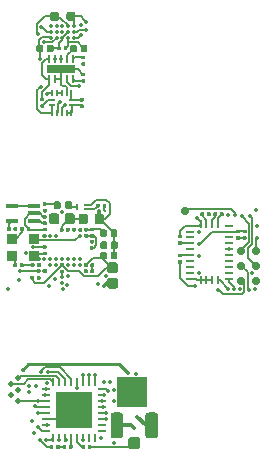
<source format=gbr>
G04 #@! TF.GenerationSoftware,KiCad,Pcbnew,(5.1.5)-3*
G04 #@! TF.CreationDate,2020-06-16T18:09:21-07:00*
G04 #@! TF.ProjectId,Miniscope-v4-Rigid-Flex,4d696e69-7363-46f7-9065-2d76342d5269,rev?*
G04 #@! TF.SameCoordinates,Original*
G04 #@! TF.FileFunction,Copper,L1,Top*
G04 #@! TF.FilePolarity,Positive*
%FSLAX46Y46*%
G04 Gerber Fmt 4.6, Leading zero omitted, Abs format (unit mm)*
G04 Created by KiCad (PCBNEW (5.1.5)-3) date 2020-06-16 18:09:21*
%MOMM*%
%LPD*%
G04 APERTURE LIST*
%ADD10C,0.100000*%
%ADD11R,2.500000X2.500000*%
%ADD12R,3.100000X3.100000*%
%ADD13R,0.260000X0.680000*%
%ADD14R,0.680000X0.260000*%
%ADD15C,0.508000*%
%ADD16C,0.700000*%
%ADD17R,0.254000X0.675000*%
%ADD18R,0.675000X0.254000*%
%ADD19R,0.990000X0.340000*%
%ADD20R,0.880000X0.830000*%
%ADD21R,0.280000X0.170000*%
%ADD22R,0.280000X0.520000*%
%ADD23R,0.610000X0.220000*%
%ADD24R,0.220000X0.610000*%
%ADD25R,0.270000X0.640000*%
%ADD26R,2.390000X0.640000*%
%ADD27C,0.350000*%
%ADD28C,0.300000*%
%ADD29C,0.152400*%
%ADD30C,0.304800*%
%ADD31C,0.254000*%
%ADD32C,0.203200*%
G04 APERTURE END LIST*
G04 #@! TA.AperFunction,SMDPad,CuDef*
D10*
G36*
X102908696Y-129887773D02*
G01*
X102916219Y-129888889D01*
X102923597Y-129890737D01*
X102930758Y-129893299D01*
X102937633Y-129896551D01*
X102944157Y-129900461D01*
X102950265Y-129904992D01*
X102955901Y-129910099D01*
X102961008Y-129915735D01*
X102965539Y-129921843D01*
X102969449Y-129928367D01*
X102972701Y-129935242D01*
X102975263Y-129942403D01*
X102977111Y-129949781D01*
X102978227Y-129957304D01*
X102978600Y-129964900D01*
X102978600Y-130149900D01*
X102978227Y-130157496D01*
X102977111Y-130165019D01*
X102975263Y-130172397D01*
X102972701Y-130179558D01*
X102969449Y-130186433D01*
X102965539Y-130192957D01*
X102961008Y-130199065D01*
X102955901Y-130204701D01*
X102950265Y-130209808D01*
X102944157Y-130214339D01*
X102937633Y-130218249D01*
X102930758Y-130221501D01*
X102923597Y-130224063D01*
X102916219Y-130225911D01*
X102908696Y-130227027D01*
X102901100Y-130227400D01*
X102746100Y-130227400D01*
X102738504Y-130227027D01*
X102730981Y-130225911D01*
X102723603Y-130224063D01*
X102716442Y-130221501D01*
X102709567Y-130218249D01*
X102703043Y-130214339D01*
X102696935Y-130209808D01*
X102691299Y-130204701D01*
X102686192Y-130199065D01*
X102681661Y-130192957D01*
X102677751Y-130186433D01*
X102674499Y-130179558D01*
X102671937Y-130172397D01*
X102670089Y-130165019D01*
X102668973Y-130157496D01*
X102668600Y-130149900D01*
X102668600Y-129964900D01*
X102668973Y-129957304D01*
X102670089Y-129949781D01*
X102671937Y-129942403D01*
X102674499Y-129935242D01*
X102677751Y-129928367D01*
X102681661Y-129921843D01*
X102686192Y-129915735D01*
X102691299Y-129910099D01*
X102696935Y-129904992D01*
X102703043Y-129900461D01*
X102709567Y-129896551D01*
X102716442Y-129893299D01*
X102723603Y-129890737D01*
X102730981Y-129888889D01*
X102738504Y-129887773D01*
X102746100Y-129887400D01*
X102901100Y-129887400D01*
X102908696Y-129887773D01*
G37*
G04 #@! TD.AperFunction*
G04 #@! TA.AperFunction,SMDPad,CuDef*
G36*
X103458696Y-129887773D02*
G01*
X103466219Y-129888889D01*
X103473597Y-129890737D01*
X103480758Y-129893299D01*
X103487633Y-129896551D01*
X103494157Y-129900461D01*
X103500265Y-129904992D01*
X103505901Y-129910099D01*
X103511008Y-129915735D01*
X103515539Y-129921843D01*
X103519449Y-129928367D01*
X103522701Y-129935242D01*
X103525263Y-129942403D01*
X103527111Y-129949781D01*
X103528227Y-129957304D01*
X103528600Y-129964900D01*
X103528600Y-130149900D01*
X103528227Y-130157496D01*
X103527111Y-130165019D01*
X103525263Y-130172397D01*
X103522701Y-130179558D01*
X103519449Y-130186433D01*
X103515539Y-130192957D01*
X103511008Y-130199065D01*
X103505901Y-130204701D01*
X103500265Y-130209808D01*
X103494157Y-130214339D01*
X103487633Y-130218249D01*
X103480758Y-130221501D01*
X103473597Y-130224063D01*
X103466219Y-130225911D01*
X103458696Y-130227027D01*
X103451100Y-130227400D01*
X103296100Y-130227400D01*
X103288504Y-130227027D01*
X103280981Y-130225911D01*
X103273603Y-130224063D01*
X103266442Y-130221501D01*
X103259567Y-130218249D01*
X103253043Y-130214339D01*
X103246935Y-130209808D01*
X103241299Y-130204701D01*
X103236192Y-130199065D01*
X103231661Y-130192957D01*
X103227751Y-130186433D01*
X103224499Y-130179558D01*
X103221937Y-130172397D01*
X103220089Y-130165019D01*
X103218973Y-130157496D01*
X103218600Y-130149900D01*
X103218600Y-129964900D01*
X103218973Y-129957304D01*
X103220089Y-129949781D01*
X103221937Y-129942403D01*
X103224499Y-129935242D01*
X103227751Y-129928367D01*
X103231661Y-129921843D01*
X103236192Y-129915735D01*
X103241299Y-129910099D01*
X103246935Y-129904992D01*
X103253043Y-129900461D01*
X103259567Y-129896551D01*
X103266442Y-129893299D01*
X103273603Y-129890737D01*
X103280981Y-129888889D01*
X103288504Y-129887773D01*
X103296100Y-129887400D01*
X103451100Y-129887400D01*
X103458696Y-129887773D01*
G37*
G04 #@! TD.AperFunction*
D11*
X109677400Y-125386600D03*
D12*
X104736800Y-126948400D03*
D13*
X102986800Y-124613400D03*
X103486800Y-124613400D03*
X103986800Y-124613400D03*
X104486800Y-124613400D03*
X104986800Y-124613400D03*
X105486800Y-124613400D03*
X105986800Y-124613400D03*
X106486800Y-124613400D03*
D14*
X107071800Y-125198400D03*
X107071800Y-125698400D03*
X107071800Y-126198400D03*
X107071800Y-126698400D03*
X107071800Y-127198400D03*
X107071800Y-127698400D03*
X107071800Y-128198400D03*
X107071800Y-128698400D03*
D13*
X106486800Y-129283400D03*
X105986800Y-129283400D03*
X105486800Y-129283400D03*
X104986800Y-129283400D03*
X104486800Y-129283400D03*
X103986800Y-129283400D03*
X103486800Y-129283400D03*
X102986800Y-129283400D03*
D14*
X102401800Y-128698400D03*
X102401800Y-128198400D03*
X102401800Y-127698400D03*
X102401800Y-127198400D03*
X102401800Y-126698400D03*
X102401800Y-126198400D03*
X102401800Y-125698400D03*
X102401800Y-125198400D03*
D15*
X100000000Y-126180398D03*
X99390400Y-125697798D03*
X100000000Y-125215199D03*
X99390400Y-124732599D03*
X100000000Y-124250000D03*
G04 #@! TA.AperFunction,SMDPad,CuDef*
D10*
G36*
X110104304Y-129235504D02*
G01*
X110128573Y-129239104D01*
X110152371Y-129245065D01*
X110175471Y-129253330D01*
X110197649Y-129263820D01*
X110218693Y-129276433D01*
X110238398Y-129291047D01*
X110256577Y-129307523D01*
X110273053Y-129325702D01*
X110287667Y-129345407D01*
X110300280Y-129366451D01*
X110310770Y-129388629D01*
X110319035Y-129411729D01*
X110324996Y-129435527D01*
X110328596Y-129459796D01*
X110329800Y-129484300D01*
X110329800Y-130034300D01*
X110328596Y-130058804D01*
X110324996Y-130083073D01*
X110319035Y-130106871D01*
X110310770Y-130129971D01*
X110300280Y-130152149D01*
X110287667Y-130173193D01*
X110273053Y-130192898D01*
X110256577Y-130211077D01*
X110238398Y-130227553D01*
X110218693Y-130242167D01*
X110197649Y-130254780D01*
X110175471Y-130265270D01*
X110152371Y-130273535D01*
X110128573Y-130279496D01*
X110104304Y-130283096D01*
X110079800Y-130284300D01*
X109579800Y-130284300D01*
X109555296Y-130283096D01*
X109531027Y-130279496D01*
X109507229Y-130273535D01*
X109484129Y-130265270D01*
X109461951Y-130254780D01*
X109440907Y-130242167D01*
X109421202Y-130227553D01*
X109403023Y-130211077D01*
X109386547Y-130192898D01*
X109371933Y-130173193D01*
X109359320Y-130152149D01*
X109348830Y-130129971D01*
X109340565Y-130106871D01*
X109334604Y-130083073D01*
X109331004Y-130058804D01*
X109329800Y-130034300D01*
X109329800Y-129484300D01*
X109331004Y-129459796D01*
X109334604Y-129435527D01*
X109340565Y-129411729D01*
X109348830Y-129388629D01*
X109359320Y-129366451D01*
X109371933Y-129345407D01*
X109386547Y-129325702D01*
X109403023Y-129307523D01*
X109421202Y-129291047D01*
X109440907Y-129276433D01*
X109461951Y-129263820D01*
X109484129Y-129253330D01*
X109507229Y-129245065D01*
X109531027Y-129239104D01*
X109555296Y-129235504D01*
X109579800Y-129234300D01*
X110079800Y-129234300D01*
X110104304Y-129235504D01*
G37*
G04 #@! TD.AperFunction*
G04 #@! TA.AperFunction,SMDPad,CuDef*
G36*
X108643029Y-127158064D02*
G01*
X108668511Y-127161844D01*
X108693500Y-127168103D01*
X108717754Y-127176782D01*
X108741042Y-127187796D01*
X108763137Y-127201039D01*
X108783828Y-127216385D01*
X108802916Y-127233684D01*
X108820215Y-127252772D01*
X108835561Y-127273463D01*
X108848804Y-127295558D01*
X108859818Y-127318846D01*
X108868497Y-127343100D01*
X108874756Y-127368089D01*
X108878536Y-127393571D01*
X108879800Y-127419300D01*
X108879800Y-129094300D01*
X108878536Y-129120029D01*
X108874756Y-129145511D01*
X108868497Y-129170500D01*
X108859818Y-129194754D01*
X108848804Y-129218042D01*
X108835561Y-129240137D01*
X108820215Y-129260828D01*
X108802916Y-129279916D01*
X108783828Y-129297215D01*
X108763137Y-129312561D01*
X108741042Y-129325804D01*
X108717754Y-129336818D01*
X108693500Y-129345497D01*
X108668511Y-129351756D01*
X108643029Y-129355536D01*
X108617300Y-129356800D01*
X108092300Y-129356800D01*
X108066571Y-129355536D01*
X108041089Y-129351756D01*
X108016100Y-129345497D01*
X107991846Y-129336818D01*
X107968558Y-129325804D01*
X107946463Y-129312561D01*
X107925772Y-129297215D01*
X107906684Y-129279916D01*
X107889385Y-129260828D01*
X107874039Y-129240137D01*
X107860796Y-129218042D01*
X107849782Y-129194754D01*
X107841103Y-129170500D01*
X107834844Y-129145511D01*
X107831064Y-129120029D01*
X107829800Y-129094300D01*
X107829800Y-127419300D01*
X107831064Y-127393571D01*
X107834844Y-127368089D01*
X107841103Y-127343100D01*
X107849782Y-127318846D01*
X107860796Y-127295558D01*
X107874039Y-127273463D01*
X107889385Y-127252772D01*
X107906684Y-127233684D01*
X107925772Y-127216385D01*
X107946463Y-127201039D01*
X107968558Y-127187796D01*
X107991846Y-127176782D01*
X108016100Y-127168103D01*
X108041089Y-127161844D01*
X108066571Y-127158064D01*
X108092300Y-127156800D01*
X108617300Y-127156800D01*
X108643029Y-127158064D01*
G37*
G04 #@! TD.AperFunction*
G04 #@! TA.AperFunction,SMDPad,CuDef*
G36*
X111593029Y-127158064D02*
G01*
X111618511Y-127161844D01*
X111643500Y-127168103D01*
X111667754Y-127176782D01*
X111691042Y-127187796D01*
X111713137Y-127201039D01*
X111733828Y-127216385D01*
X111752916Y-127233684D01*
X111770215Y-127252772D01*
X111785561Y-127273463D01*
X111798804Y-127295558D01*
X111809818Y-127318846D01*
X111818497Y-127343100D01*
X111824756Y-127368089D01*
X111828536Y-127393571D01*
X111829800Y-127419300D01*
X111829800Y-129094300D01*
X111828536Y-129120029D01*
X111824756Y-129145511D01*
X111818497Y-129170500D01*
X111809818Y-129194754D01*
X111798804Y-129218042D01*
X111785561Y-129240137D01*
X111770215Y-129260828D01*
X111752916Y-129279916D01*
X111733828Y-129297215D01*
X111713137Y-129312561D01*
X111691042Y-129325804D01*
X111667754Y-129336818D01*
X111643500Y-129345497D01*
X111618511Y-129351756D01*
X111593029Y-129355536D01*
X111567300Y-129356800D01*
X111042300Y-129356800D01*
X111016571Y-129355536D01*
X110991089Y-129351756D01*
X110966100Y-129345497D01*
X110941846Y-129336818D01*
X110918558Y-129325804D01*
X110896463Y-129312561D01*
X110875772Y-129297215D01*
X110856684Y-129279916D01*
X110839385Y-129260828D01*
X110824039Y-129240137D01*
X110810796Y-129218042D01*
X110799782Y-129194754D01*
X110791103Y-129170500D01*
X110784844Y-129145511D01*
X110781064Y-129120029D01*
X110779800Y-129094300D01*
X110779800Y-127419300D01*
X110781064Y-127393571D01*
X110784844Y-127368089D01*
X110791103Y-127343100D01*
X110799782Y-127318846D01*
X110810796Y-127295558D01*
X110824039Y-127273463D01*
X110839385Y-127252772D01*
X110856684Y-127233684D01*
X110875772Y-127216385D01*
X110896463Y-127201039D01*
X110918558Y-127187796D01*
X110941846Y-127176782D01*
X110966100Y-127168103D01*
X110991089Y-127161844D01*
X111016571Y-127158064D01*
X111042300Y-127156800D01*
X111567300Y-127156800D01*
X111593029Y-127158064D01*
G37*
G04 #@! TD.AperFunction*
D16*
X120112800Y-115987200D03*
X120112800Y-113447200D03*
G04 #@! TA.AperFunction,SMDPad,CuDef*
D10*
G36*
X117323296Y-110204173D02*
G01*
X117330819Y-110205289D01*
X117338197Y-110207137D01*
X117345358Y-110209699D01*
X117352233Y-110212951D01*
X117358757Y-110216861D01*
X117364865Y-110221392D01*
X117370501Y-110226499D01*
X117375608Y-110232135D01*
X117380139Y-110238243D01*
X117384049Y-110244767D01*
X117387301Y-110251642D01*
X117389863Y-110258803D01*
X117391711Y-110266181D01*
X117392827Y-110273704D01*
X117393200Y-110281300D01*
X117393200Y-110466300D01*
X117392827Y-110473896D01*
X117391711Y-110481419D01*
X117389863Y-110488797D01*
X117387301Y-110495958D01*
X117384049Y-110502833D01*
X117380139Y-110509357D01*
X117375608Y-110515465D01*
X117370501Y-110521101D01*
X117364865Y-110526208D01*
X117358757Y-110530739D01*
X117352233Y-110534649D01*
X117345358Y-110537901D01*
X117338197Y-110540463D01*
X117330819Y-110542311D01*
X117323296Y-110543427D01*
X117315700Y-110543800D01*
X117160700Y-110543800D01*
X117153104Y-110543427D01*
X117145581Y-110542311D01*
X117138203Y-110540463D01*
X117131042Y-110537901D01*
X117124167Y-110534649D01*
X117117643Y-110530739D01*
X117111535Y-110526208D01*
X117105899Y-110521101D01*
X117100792Y-110515465D01*
X117096261Y-110509357D01*
X117092351Y-110502833D01*
X117089099Y-110495958D01*
X117086537Y-110488797D01*
X117084689Y-110481419D01*
X117083573Y-110473896D01*
X117083200Y-110466300D01*
X117083200Y-110281300D01*
X117083573Y-110273704D01*
X117084689Y-110266181D01*
X117086537Y-110258803D01*
X117089099Y-110251642D01*
X117092351Y-110244767D01*
X117096261Y-110238243D01*
X117100792Y-110232135D01*
X117105899Y-110226499D01*
X117111535Y-110221392D01*
X117117643Y-110216861D01*
X117124167Y-110212951D01*
X117131042Y-110209699D01*
X117138203Y-110207137D01*
X117145581Y-110205289D01*
X117153104Y-110204173D01*
X117160700Y-110203800D01*
X117315700Y-110203800D01*
X117323296Y-110204173D01*
G37*
G04 #@! TD.AperFunction*
G04 #@! TA.AperFunction,SMDPad,CuDef*
G36*
X116773296Y-110204173D02*
G01*
X116780819Y-110205289D01*
X116788197Y-110207137D01*
X116795358Y-110209699D01*
X116802233Y-110212951D01*
X116808757Y-110216861D01*
X116814865Y-110221392D01*
X116820501Y-110226499D01*
X116825608Y-110232135D01*
X116830139Y-110238243D01*
X116834049Y-110244767D01*
X116837301Y-110251642D01*
X116839863Y-110258803D01*
X116841711Y-110266181D01*
X116842827Y-110273704D01*
X116843200Y-110281300D01*
X116843200Y-110466300D01*
X116842827Y-110473896D01*
X116841711Y-110481419D01*
X116839863Y-110488797D01*
X116837301Y-110495958D01*
X116834049Y-110502833D01*
X116830139Y-110509357D01*
X116825608Y-110515465D01*
X116820501Y-110521101D01*
X116814865Y-110526208D01*
X116808757Y-110530739D01*
X116802233Y-110534649D01*
X116795358Y-110537901D01*
X116788197Y-110540463D01*
X116780819Y-110542311D01*
X116773296Y-110543427D01*
X116765700Y-110543800D01*
X116610700Y-110543800D01*
X116603104Y-110543427D01*
X116595581Y-110542311D01*
X116588203Y-110540463D01*
X116581042Y-110537901D01*
X116574167Y-110534649D01*
X116567643Y-110530739D01*
X116561535Y-110526208D01*
X116555899Y-110521101D01*
X116550792Y-110515465D01*
X116546261Y-110509357D01*
X116542351Y-110502833D01*
X116539099Y-110495958D01*
X116536537Y-110488797D01*
X116534689Y-110481419D01*
X116533573Y-110473896D01*
X116533200Y-110466300D01*
X116533200Y-110281300D01*
X116533573Y-110273704D01*
X116534689Y-110266181D01*
X116536537Y-110258803D01*
X116539099Y-110251642D01*
X116542351Y-110244767D01*
X116546261Y-110238243D01*
X116550792Y-110232135D01*
X116555899Y-110226499D01*
X116561535Y-110221392D01*
X116567643Y-110216861D01*
X116574167Y-110212951D01*
X116581042Y-110209699D01*
X116588203Y-110207137D01*
X116595581Y-110205289D01*
X116603104Y-110204173D01*
X116610700Y-110203800D01*
X116765700Y-110203800D01*
X116773296Y-110204173D01*
G37*
G04 #@! TD.AperFunction*
G04 #@! TA.AperFunction,SMDPad,CuDef*
G36*
X118699296Y-111674173D02*
G01*
X118706819Y-111675289D01*
X118714197Y-111677137D01*
X118721358Y-111679699D01*
X118728233Y-111682951D01*
X118734757Y-111686861D01*
X118740865Y-111691392D01*
X118746501Y-111696499D01*
X118751608Y-111702135D01*
X118756139Y-111708243D01*
X118760049Y-111714767D01*
X118763301Y-111721642D01*
X118765863Y-111728803D01*
X118767711Y-111736181D01*
X118768827Y-111743704D01*
X118769200Y-111751300D01*
X118769200Y-111906300D01*
X118768827Y-111913896D01*
X118767711Y-111921419D01*
X118765863Y-111928797D01*
X118763301Y-111935958D01*
X118760049Y-111942833D01*
X118756139Y-111949357D01*
X118751608Y-111955465D01*
X118746501Y-111961101D01*
X118740865Y-111966208D01*
X118734757Y-111970739D01*
X118728233Y-111974649D01*
X118721358Y-111977901D01*
X118714197Y-111980463D01*
X118706819Y-111982311D01*
X118699296Y-111983427D01*
X118691700Y-111983800D01*
X118506700Y-111983800D01*
X118499104Y-111983427D01*
X118491581Y-111982311D01*
X118484203Y-111980463D01*
X118477042Y-111977901D01*
X118470167Y-111974649D01*
X118463643Y-111970739D01*
X118457535Y-111966208D01*
X118451899Y-111961101D01*
X118446792Y-111955465D01*
X118442261Y-111949357D01*
X118438351Y-111942833D01*
X118435099Y-111935958D01*
X118432537Y-111928797D01*
X118430689Y-111921419D01*
X118429573Y-111913896D01*
X118429200Y-111906300D01*
X118429200Y-111751300D01*
X118429573Y-111743704D01*
X118430689Y-111736181D01*
X118432537Y-111728803D01*
X118435099Y-111721642D01*
X118438351Y-111714767D01*
X118442261Y-111708243D01*
X118446792Y-111702135D01*
X118451899Y-111696499D01*
X118457535Y-111691392D01*
X118463643Y-111686861D01*
X118470167Y-111682951D01*
X118477042Y-111679699D01*
X118484203Y-111677137D01*
X118491581Y-111675289D01*
X118499104Y-111674173D01*
X118506700Y-111673800D01*
X118691700Y-111673800D01*
X118699296Y-111674173D01*
G37*
G04 #@! TD.AperFunction*
G04 #@! TA.AperFunction,SMDPad,CuDef*
G36*
X118699296Y-112224173D02*
G01*
X118706819Y-112225289D01*
X118714197Y-112227137D01*
X118721358Y-112229699D01*
X118728233Y-112232951D01*
X118734757Y-112236861D01*
X118740865Y-112241392D01*
X118746501Y-112246499D01*
X118751608Y-112252135D01*
X118756139Y-112258243D01*
X118760049Y-112264767D01*
X118763301Y-112271642D01*
X118765863Y-112278803D01*
X118767711Y-112286181D01*
X118768827Y-112293704D01*
X118769200Y-112301300D01*
X118769200Y-112456300D01*
X118768827Y-112463896D01*
X118767711Y-112471419D01*
X118765863Y-112478797D01*
X118763301Y-112485958D01*
X118760049Y-112492833D01*
X118756139Y-112499357D01*
X118751608Y-112505465D01*
X118746501Y-112511101D01*
X118740865Y-112516208D01*
X118734757Y-112520739D01*
X118728233Y-112524649D01*
X118721358Y-112527901D01*
X118714197Y-112530463D01*
X118706819Y-112532311D01*
X118699296Y-112533427D01*
X118691700Y-112533800D01*
X118506700Y-112533800D01*
X118499104Y-112533427D01*
X118491581Y-112532311D01*
X118484203Y-112530463D01*
X118477042Y-112527901D01*
X118470167Y-112524649D01*
X118463643Y-112520739D01*
X118457535Y-112516208D01*
X118451899Y-112511101D01*
X118446792Y-112505465D01*
X118442261Y-112499357D01*
X118438351Y-112492833D01*
X118435099Y-112485958D01*
X118432537Y-112478797D01*
X118430689Y-112471419D01*
X118429573Y-112463896D01*
X118429200Y-112456300D01*
X118429200Y-112301300D01*
X118429573Y-112293704D01*
X118430689Y-112286181D01*
X118432537Y-112278803D01*
X118435099Y-112271642D01*
X118438351Y-112264767D01*
X118442261Y-112258243D01*
X118446792Y-112252135D01*
X118451899Y-112246499D01*
X118457535Y-112241392D01*
X118463643Y-112236861D01*
X118470167Y-112232951D01*
X118477042Y-112229699D01*
X118484203Y-112227137D01*
X118491581Y-112225289D01*
X118499104Y-112224173D01*
X118506700Y-112223800D01*
X118691700Y-112223800D01*
X118699296Y-112224173D01*
G37*
G04 #@! TD.AperFunction*
G04 #@! TA.AperFunction,SMDPad,CuDef*
G36*
X119283496Y-111674173D02*
G01*
X119291019Y-111675289D01*
X119298397Y-111677137D01*
X119305558Y-111679699D01*
X119312433Y-111682951D01*
X119318957Y-111686861D01*
X119325065Y-111691392D01*
X119330701Y-111696499D01*
X119335808Y-111702135D01*
X119340339Y-111708243D01*
X119344249Y-111714767D01*
X119347501Y-111721642D01*
X119350063Y-111728803D01*
X119351911Y-111736181D01*
X119353027Y-111743704D01*
X119353400Y-111751300D01*
X119353400Y-111906300D01*
X119353027Y-111913896D01*
X119351911Y-111921419D01*
X119350063Y-111928797D01*
X119347501Y-111935958D01*
X119344249Y-111942833D01*
X119340339Y-111949357D01*
X119335808Y-111955465D01*
X119330701Y-111961101D01*
X119325065Y-111966208D01*
X119318957Y-111970739D01*
X119312433Y-111974649D01*
X119305558Y-111977901D01*
X119298397Y-111980463D01*
X119291019Y-111982311D01*
X119283496Y-111983427D01*
X119275900Y-111983800D01*
X119090900Y-111983800D01*
X119083304Y-111983427D01*
X119075781Y-111982311D01*
X119068403Y-111980463D01*
X119061242Y-111977901D01*
X119054367Y-111974649D01*
X119047843Y-111970739D01*
X119041735Y-111966208D01*
X119036099Y-111961101D01*
X119030992Y-111955465D01*
X119026461Y-111949357D01*
X119022551Y-111942833D01*
X119019299Y-111935958D01*
X119016737Y-111928797D01*
X119014889Y-111921419D01*
X119013773Y-111913896D01*
X119013400Y-111906300D01*
X119013400Y-111751300D01*
X119013773Y-111743704D01*
X119014889Y-111736181D01*
X119016737Y-111728803D01*
X119019299Y-111721642D01*
X119022551Y-111714767D01*
X119026461Y-111708243D01*
X119030992Y-111702135D01*
X119036099Y-111696499D01*
X119041735Y-111691392D01*
X119047843Y-111686861D01*
X119054367Y-111682951D01*
X119061242Y-111679699D01*
X119068403Y-111677137D01*
X119075781Y-111675289D01*
X119083304Y-111674173D01*
X119090900Y-111673800D01*
X119275900Y-111673800D01*
X119283496Y-111674173D01*
G37*
G04 #@! TD.AperFunction*
G04 #@! TA.AperFunction,SMDPad,CuDef*
G36*
X119283496Y-112224173D02*
G01*
X119291019Y-112225289D01*
X119298397Y-112227137D01*
X119305558Y-112229699D01*
X119312433Y-112232951D01*
X119318957Y-112236861D01*
X119325065Y-112241392D01*
X119330701Y-112246499D01*
X119335808Y-112252135D01*
X119340339Y-112258243D01*
X119344249Y-112264767D01*
X119347501Y-112271642D01*
X119350063Y-112278803D01*
X119351911Y-112286181D01*
X119353027Y-112293704D01*
X119353400Y-112301300D01*
X119353400Y-112456300D01*
X119353027Y-112463896D01*
X119351911Y-112471419D01*
X119350063Y-112478797D01*
X119347501Y-112485958D01*
X119344249Y-112492833D01*
X119340339Y-112499357D01*
X119335808Y-112505465D01*
X119330701Y-112511101D01*
X119325065Y-112516208D01*
X119318957Y-112520739D01*
X119312433Y-112524649D01*
X119305558Y-112527901D01*
X119298397Y-112530463D01*
X119291019Y-112532311D01*
X119283496Y-112533427D01*
X119275900Y-112533800D01*
X119090900Y-112533800D01*
X119083304Y-112533427D01*
X119075781Y-112532311D01*
X119068403Y-112530463D01*
X119061242Y-112527901D01*
X119054367Y-112524649D01*
X119047843Y-112520739D01*
X119041735Y-112516208D01*
X119036099Y-112511101D01*
X119030992Y-112505465D01*
X119026461Y-112499357D01*
X119022551Y-112492833D01*
X119019299Y-112485958D01*
X119016737Y-112478797D01*
X119014889Y-112471419D01*
X119013773Y-112463896D01*
X119013400Y-112456300D01*
X119013400Y-112301300D01*
X119013773Y-112293704D01*
X119014889Y-112286181D01*
X119016737Y-112278803D01*
X119019299Y-112271642D01*
X119022551Y-112264767D01*
X119026461Y-112258243D01*
X119030992Y-112252135D01*
X119036099Y-112246499D01*
X119041735Y-112241392D01*
X119047843Y-112236861D01*
X119054367Y-112232951D01*
X119061242Y-112229699D01*
X119068403Y-112227137D01*
X119075781Y-112225289D01*
X119083304Y-112224173D01*
X119090900Y-112223800D01*
X119275900Y-112223800D01*
X119283496Y-112224173D01*
G37*
G04 #@! TD.AperFunction*
D16*
X120112800Y-114717200D03*
G04 #@! TA.AperFunction,SMDPad,CuDef*
D10*
G36*
X116231096Y-110204173D02*
G01*
X116238619Y-110205289D01*
X116245997Y-110207137D01*
X116253158Y-110209699D01*
X116260033Y-110212951D01*
X116266557Y-110216861D01*
X116272665Y-110221392D01*
X116278301Y-110226499D01*
X116283408Y-110232135D01*
X116287939Y-110238243D01*
X116291849Y-110244767D01*
X116295101Y-110251642D01*
X116297663Y-110258803D01*
X116299511Y-110266181D01*
X116300627Y-110273704D01*
X116301000Y-110281300D01*
X116301000Y-110466300D01*
X116300627Y-110473896D01*
X116299511Y-110481419D01*
X116297663Y-110488797D01*
X116295101Y-110495958D01*
X116291849Y-110502833D01*
X116287939Y-110509357D01*
X116283408Y-110515465D01*
X116278301Y-110521101D01*
X116272665Y-110526208D01*
X116266557Y-110530739D01*
X116260033Y-110534649D01*
X116253158Y-110537901D01*
X116245997Y-110540463D01*
X116238619Y-110542311D01*
X116231096Y-110543427D01*
X116223500Y-110543800D01*
X116068500Y-110543800D01*
X116060904Y-110543427D01*
X116053381Y-110542311D01*
X116046003Y-110540463D01*
X116038842Y-110537901D01*
X116031967Y-110534649D01*
X116025443Y-110530739D01*
X116019335Y-110526208D01*
X116013699Y-110521101D01*
X116008592Y-110515465D01*
X116004061Y-110509357D01*
X116000151Y-110502833D01*
X115996899Y-110495958D01*
X115994337Y-110488797D01*
X115992489Y-110481419D01*
X115991373Y-110473896D01*
X115991000Y-110466300D01*
X115991000Y-110281300D01*
X115991373Y-110273704D01*
X115992489Y-110266181D01*
X115994337Y-110258803D01*
X115996899Y-110251642D01*
X116000151Y-110244767D01*
X116004061Y-110238243D01*
X116008592Y-110232135D01*
X116013699Y-110226499D01*
X116019335Y-110221392D01*
X116025443Y-110216861D01*
X116031967Y-110212951D01*
X116038842Y-110209699D01*
X116046003Y-110207137D01*
X116053381Y-110205289D01*
X116060904Y-110204173D01*
X116068500Y-110203800D01*
X116223500Y-110203800D01*
X116231096Y-110204173D01*
G37*
G04 #@! TD.AperFunction*
G04 #@! TA.AperFunction,SMDPad,CuDef*
G36*
X115681096Y-110204173D02*
G01*
X115688619Y-110205289D01*
X115695997Y-110207137D01*
X115703158Y-110209699D01*
X115710033Y-110212951D01*
X115716557Y-110216861D01*
X115722665Y-110221392D01*
X115728301Y-110226499D01*
X115733408Y-110232135D01*
X115737939Y-110238243D01*
X115741849Y-110244767D01*
X115745101Y-110251642D01*
X115747663Y-110258803D01*
X115749511Y-110266181D01*
X115750627Y-110273704D01*
X115751000Y-110281300D01*
X115751000Y-110466300D01*
X115750627Y-110473896D01*
X115749511Y-110481419D01*
X115747663Y-110488797D01*
X115745101Y-110495958D01*
X115741849Y-110502833D01*
X115737939Y-110509357D01*
X115733408Y-110515465D01*
X115728301Y-110521101D01*
X115722665Y-110526208D01*
X115716557Y-110530739D01*
X115710033Y-110534649D01*
X115703158Y-110537901D01*
X115695997Y-110540463D01*
X115688619Y-110542311D01*
X115681096Y-110543427D01*
X115673500Y-110543800D01*
X115518500Y-110543800D01*
X115510904Y-110543427D01*
X115503381Y-110542311D01*
X115496003Y-110540463D01*
X115488842Y-110537901D01*
X115481967Y-110534649D01*
X115475443Y-110530739D01*
X115469335Y-110526208D01*
X115463699Y-110521101D01*
X115458592Y-110515465D01*
X115454061Y-110509357D01*
X115450151Y-110502833D01*
X115446899Y-110495958D01*
X115444337Y-110488797D01*
X115442489Y-110481419D01*
X115441373Y-110473896D01*
X115441000Y-110466300D01*
X115441000Y-110281300D01*
X115441373Y-110273704D01*
X115442489Y-110266181D01*
X115444337Y-110258803D01*
X115446899Y-110251642D01*
X115450151Y-110244767D01*
X115454061Y-110238243D01*
X115458592Y-110232135D01*
X115463699Y-110226499D01*
X115469335Y-110221392D01*
X115475443Y-110216861D01*
X115481967Y-110212951D01*
X115488842Y-110209699D01*
X115496003Y-110207137D01*
X115503381Y-110205289D01*
X115510904Y-110204173D01*
X115518500Y-110203800D01*
X115673500Y-110203800D01*
X115681096Y-110204173D01*
G37*
G04 #@! TD.AperFunction*
D16*
X118842800Y-114717200D03*
G04 #@! TA.AperFunction,SMDPad,CuDef*
D10*
G36*
X113786696Y-114256173D02*
G01*
X113794219Y-114257289D01*
X113801597Y-114259137D01*
X113808758Y-114261699D01*
X113815633Y-114264951D01*
X113822157Y-114268861D01*
X113828265Y-114273392D01*
X113833901Y-114278499D01*
X113839008Y-114284135D01*
X113843539Y-114290243D01*
X113847449Y-114296767D01*
X113850701Y-114303642D01*
X113853263Y-114310803D01*
X113855111Y-114318181D01*
X113856227Y-114325704D01*
X113856600Y-114333300D01*
X113856600Y-114488300D01*
X113856227Y-114495896D01*
X113855111Y-114503419D01*
X113853263Y-114510797D01*
X113850701Y-114517958D01*
X113847449Y-114524833D01*
X113843539Y-114531357D01*
X113839008Y-114537465D01*
X113833901Y-114543101D01*
X113828265Y-114548208D01*
X113822157Y-114552739D01*
X113815633Y-114556649D01*
X113808758Y-114559901D01*
X113801597Y-114562463D01*
X113794219Y-114564311D01*
X113786696Y-114565427D01*
X113779100Y-114565800D01*
X113594100Y-114565800D01*
X113586504Y-114565427D01*
X113578981Y-114564311D01*
X113571603Y-114562463D01*
X113564442Y-114559901D01*
X113557567Y-114556649D01*
X113551043Y-114552739D01*
X113544935Y-114548208D01*
X113539299Y-114543101D01*
X113534192Y-114537465D01*
X113529661Y-114531357D01*
X113525751Y-114524833D01*
X113522499Y-114517958D01*
X113519937Y-114510797D01*
X113518089Y-114503419D01*
X113516973Y-114495896D01*
X113516600Y-114488300D01*
X113516600Y-114333300D01*
X113516973Y-114325704D01*
X113518089Y-114318181D01*
X113519937Y-114310803D01*
X113522499Y-114303642D01*
X113525751Y-114296767D01*
X113529661Y-114290243D01*
X113534192Y-114284135D01*
X113539299Y-114278499D01*
X113544935Y-114273392D01*
X113551043Y-114268861D01*
X113557567Y-114264951D01*
X113564442Y-114261699D01*
X113571603Y-114259137D01*
X113578981Y-114257289D01*
X113586504Y-114256173D01*
X113594100Y-114255800D01*
X113779100Y-114255800D01*
X113786696Y-114256173D01*
G37*
G04 #@! TD.AperFunction*
G04 #@! TA.AperFunction,SMDPad,CuDef*
G36*
X113786696Y-113706173D02*
G01*
X113794219Y-113707289D01*
X113801597Y-113709137D01*
X113808758Y-113711699D01*
X113815633Y-113714951D01*
X113822157Y-113718861D01*
X113828265Y-113723392D01*
X113833901Y-113728499D01*
X113839008Y-113734135D01*
X113843539Y-113740243D01*
X113847449Y-113746767D01*
X113850701Y-113753642D01*
X113853263Y-113760803D01*
X113855111Y-113768181D01*
X113856227Y-113775704D01*
X113856600Y-113783300D01*
X113856600Y-113938300D01*
X113856227Y-113945896D01*
X113855111Y-113953419D01*
X113853263Y-113960797D01*
X113850701Y-113967958D01*
X113847449Y-113974833D01*
X113843539Y-113981357D01*
X113839008Y-113987465D01*
X113833901Y-113993101D01*
X113828265Y-113998208D01*
X113822157Y-114002739D01*
X113815633Y-114006649D01*
X113808758Y-114009901D01*
X113801597Y-114012463D01*
X113794219Y-114014311D01*
X113786696Y-114015427D01*
X113779100Y-114015800D01*
X113594100Y-114015800D01*
X113586504Y-114015427D01*
X113578981Y-114014311D01*
X113571603Y-114012463D01*
X113564442Y-114009901D01*
X113557567Y-114006649D01*
X113551043Y-114002739D01*
X113544935Y-113998208D01*
X113539299Y-113993101D01*
X113534192Y-113987465D01*
X113529661Y-113981357D01*
X113525751Y-113974833D01*
X113522499Y-113967958D01*
X113519937Y-113960797D01*
X113518089Y-113953419D01*
X113516973Y-113945896D01*
X113516600Y-113938300D01*
X113516600Y-113783300D01*
X113516973Y-113775704D01*
X113518089Y-113768181D01*
X113519937Y-113760803D01*
X113522499Y-113753642D01*
X113525751Y-113746767D01*
X113529661Y-113740243D01*
X113534192Y-113734135D01*
X113539299Y-113728499D01*
X113544935Y-113723392D01*
X113551043Y-113718861D01*
X113557567Y-113714951D01*
X113564442Y-113711699D01*
X113571603Y-113709137D01*
X113578981Y-113707289D01*
X113586504Y-113706173D01*
X113594100Y-113705800D01*
X113779100Y-113705800D01*
X113786696Y-113706173D01*
G37*
G04 #@! TD.AperFunction*
G04 #@! TA.AperFunction,SMDPad,CuDef*
G36*
X113822496Y-112105973D02*
G01*
X113830019Y-112107089D01*
X113837397Y-112108937D01*
X113844558Y-112111499D01*
X113851433Y-112114751D01*
X113857957Y-112118661D01*
X113864065Y-112123192D01*
X113869701Y-112128299D01*
X113874808Y-112133935D01*
X113879339Y-112140043D01*
X113883249Y-112146567D01*
X113886501Y-112153442D01*
X113889063Y-112160603D01*
X113890911Y-112167981D01*
X113892027Y-112175504D01*
X113892400Y-112183100D01*
X113892400Y-112338100D01*
X113892027Y-112345696D01*
X113890911Y-112353219D01*
X113889063Y-112360597D01*
X113886501Y-112367758D01*
X113883249Y-112374633D01*
X113879339Y-112381157D01*
X113874808Y-112387265D01*
X113869701Y-112392901D01*
X113864065Y-112398008D01*
X113857957Y-112402539D01*
X113851433Y-112406449D01*
X113844558Y-112409701D01*
X113837397Y-112412263D01*
X113830019Y-112414111D01*
X113822496Y-112415227D01*
X113814900Y-112415600D01*
X113629900Y-112415600D01*
X113622304Y-112415227D01*
X113614781Y-112414111D01*
X113607403Y-112412263D01*
X113600242Y-112409701D01*
X113593367Y-112406449D01*
X113586843Y-112402539D01*
X113580735Y-112398008D01*
X113575099Y-112392901D01*
X113569992Y-112387265D01*
X113565461Y-112381157D01*
X113561551Y-112374633D01*
X113558299Y-112367758D01*
X113555737Y-112360597D01*
X113553889Y-112353219D01*
X113552773Y-112345696D01*
X113552400Y-112338100D01*
X113552400Y-112183100D01*
X113552773Y-112175504D01*
X113553889Y-112167981D01*
X113555737Y-112160603D01*
X113558299Y-112153442D01*
X113561551Y-112146567D01*
X113565461Y-112140043D01*
X113569992Y-112133935D01*
X113575099Y-112128299D01*
X113580735Y-112123192D01*
X113586843Y-112118661D01*
X113593367Y-112114751D01*
X113600242Y-112111499D01*
X113607403Y-112108937D01*
X113614781Y-112107089D01*
X113622304Y-112105973D01*
X113629900Y-112105600D01*
X113814900Y-112105600D01*
X113822496Y-112105973D01*
G37*
G04 #@! TD.AperFunction*
G04 #@! TA.AperFunction,SMDPad,CuDef*
G36*
X113822496Y-112655973D02*
G01*
X113830019Y-112657089D01*
X113837397Y-112658937D01*
X113844558Y-112661499D01*
X113851433Y-112664751D01*
X113857957Y-112668661D01*
X113864065Y-112673192D01*
X113869701Y-112678299D01*
X113874808Y-112683935D01*
X113879339Y-112690043D01*
X113883249Y-112696567D01*
X113886501Y-112703442D01*
X113889063Y-112710603D01*
X113890911Y-112717981D01*
X113892027Y-112725504D01*
X113892400Y-112733100D01*
X113892400Y-112888100D01*
X113892027Y-112895696D01*
X113890911Y-112903219D01*
X113889063Y-112910597D01*
X113886501Y-112917758D01*
X113883249Y-112924633D01*
X113879339Y-112931157D01*
X113874808Y-112937265D01*
X113869701Y-112942901D01*
X113864065Y-112948008D01*
X113857957Y-112952539D01*
X113851433Y-112956449D01*
X113844558Y-112959701D01*
X113837397Y-112962263D01*
X113830019Y-112964111D01*
X113822496Y-112965227D01*
X113814900Y-112965600D01*
X113629900Y-112965600D01*
X113622304Y-112965227D01*
X113614781Y-112964111D01*
X113607403Y-112962263D01*
X113600242Y-112959701D01*
X113593367Y-112956449D01*
X113586843Y-112952539D01*
X113580735Y-112948008D01*
X113575099Y-112942901D01*
X113569992Y-112937265D01*
X113565461Y-112931157D01*
X113561551Y-112924633D01*
X113558299Y-112917758D01*
X113555737Y-112910597D01*
X113553889Y-112903219D01*
X113552773Y-112895696D01*
X113552400Y-112888100D01*
X113552400Y-112733100D01*
X113552773Y-112725504D01*
X113553889Y-112717981D01*
X113555737Y-112710603D01*
X113558299Y-112703442D01*
X113561551Y-112696567D01*
X113565461Y-112690043D01*
X113569992Y-112683935D01*
X113575099Y-112678299D01*
X113580735Y-112673192D01*
X113586843Y-112668661D01*
X113593367Y-112664751D01*
X113600242Y-112661499D01*
X113607403Y-112658937D01*
X113614781Y-112657089D01*
X113622304Y-112655973D01*
X113629900Y-112655600D01*
X113814900Y-112655600D01*
X113822496Y-112655973D01*
G37*
G04 #@! TD.AperFunction*
D16*
X118842800Y-113447200D03*
D17*
X115450200Y-115976100D03*
X115950200Y-115976100D03*
X116450200Y-115976100D03*
D18*
X114537700Y-115838600D03*
X114537700Y-115338600D03*
X114537700Y-114838600D03*
X114537700Y-114338600D03*
X114537700Y-113838600D03*
X114537700Y-113338600D03*
X114537700Y-112838600D03*
X114537700Y-112338600D03*
X114537700Y-111838600D03*
X117862700Y-115838600D03*
X117862700Y-115338600D03*
X117862700Y-114838600D03*
X117862700Y-114338600D03*
X117862700Y-113838600D03*
X117862700Y-113338600D03*
X117862700Y-112838600D03*
X117862700Y-112338600D03*
X117862700Y-111838600D03*
D17*
X115450200Y-111201100D03*
X115950200Y-111201100D03*
X116450200Y-111201100D03*
D18*
X117862700Y-111338600D03*
D17*
X116950200Y-111201100D03*
D18*
X114537700Y-111338600D03*
D17*
X116950200Y-115976100D03*
G04 #@! TA.AperFunction,SMDPad,CuDef*
D10*
G36*
X105807096Y-114524973D02*
G01*
X105814619Y-114526089D01*
X105821997Y-114527937D01*
X105829158Y-114530499D01*
X105836033Y-114533751D01*
X105842557Y-114537661D01*
X105848665Y-114542192D01*
X105854301Y-114547299D01*
X105859408Y-114552935D01*
X105863939Y-114559043D01*
X105867849Y-114565567D01*
X105871101Y-114572442D01*
X105873663Y-114579603D01*
X105875511Y-114586981D01*
X105876627Y-114594504D01*
X105877000Y-114602100D01*
X105877000Y-114787100D01*
X105876627Y-114794696D01*
X105875511Y-114802219D01*
X105873663Y-114809597D01*
X105871101Y-114816758D01*
X105867849Y-114823633D01*
X105863939Y-114830157D01*
X105859408Y-114836265D01*
X105854301Y-114841901D01*
X105848665Y-114847008D01*
X105842557Y-114851539D01*
X105836033Y-114855449D01*
X105829158Y-114858701D01*
X105821997Y-114861263D01*
X105814619Y-114863111D01*
X105807096Y-114864227D01*
X105799500Y-114864600D01*
X105644500Y-114864600D01*
X105636904Y-114864227D01*
X105629381Y-114863111D01*
X105622003Y-114861263D01*
X105614842Y-114858701D01*
X105607967Y-114855449D01*
X105601443Y-114851539D01*
X105595335Y-114847008D01*
X105589699Y-114841901D01*
X105584592Y-114836265D01*
X105580061Y-114830157D01*
X105576151Y-114823633D01*
X105572899Y-114816758D01*
X105570337Y-114809597D01*
X105568489Y-114802219D01*
X105567373Y-114794696D01*
X105567000Y-114787100D01*
X105567000Y-114602100D01*
X105567373Y-114594504D01*
X105568489Y-114586981D01*
X105570337Y-114579603D01*
X105572899Y-114572442D01*
X105576151Y-114565567D01*
X105580061Y-114559043D01*
X105584592Y-114552935D01*
X105589699Y-114547299D01*
X105595335Y-114542192D01*
X105601443Y-114537661D01*
X105607967Y-114533751D01*
X105614842Y-114530499D01*
X105622003Y-114527937D01*
X105629381Y-114526089D01*
X105636904Y-114524973D01*
X105644500Y-114524600D01*
X105799500Y-114524600D01*
X105807096Y-114524973D01*
G37*
G04 #@! TD.AperFunction*
G04 #@! TA.AperFunction,SMDPad,CuDef*
G36*
X106357096Y-114524973D02*
G01*
X106364619Y-114526089D01*
X106371997Y-114527937D01*
X106379158Y-114530499D01*
X106386033Y-114533751D01*
X106392557Y-114537661D01*
X106398665Y-114542192D01*
X106404301Y-114547299D01*
X106409408Y-114552935D01*
X106413939Y-114559043D01*
X106417849Y-114565567D01*
X106421101Y-114572442D01*
X106423663Y-114579603D01*
X106425511Y-114586981D01*
X106426627Y-114594504D01*
X106427000Y-114602100D01*
X106427000Y-114787100D01*
X106426627Y-114794696D01*
X106425511Y-114802219D01*
X106423663Y-114809597D01*
X106421101Y-114816758D01*
X106417849Y-114823633D01*
X106413939Y-114830157D01*
X106409408Y-114836265D01*
X106404301Y-114841901D01*
X106398665Y-114847008D01*
X106392557Y-114851539D01*
X106386033Y-114855449D01*
X106379158Y-114858701D01*
X106371997Y-114861263D01*
X106364619Y-114863111D01*
X106357096Y-114864227D01*
X106349500Y-114864600D01*
X106194500Y-114864600D01*
X106186904Y-114864227D01*
X106179381Y-114863111D01*
X106172003Y-114861263D01*
X106164842Y-114858701D01*
X106157967Y-114855449D01*
X106151443Y-114851539D01*
X106145335Y-114847008D01*
X106139699Y-114841901D01*
X106134592Y-114836265D01*
X106130061Y-114830157D01*
X106126151Y-114823633D01*
X106122899Y-114816758D01*
X106120337Y-114809597D01*
X106118489Y-114802219D01*
X106117373Y-114794696D01*
X106117000Y-114787100D01*
X106117000Y-114602100D01*
X106117373Y-114594504D01*
X106118489Y-114586981D01*
X106120337Y-114579603D01*
X106122899Y-114572442D01*
X106126151Y-114565567D01*
X106130061Y-114559043D01*
X106134592Y-114552935D01*
X106139699Y-114547299D01*
X106145335Y-114542192D01*
X106151443Y-114537661D01*
X106157967Y-114533751D01*
X106164842Y-114530499D01*
X106172003Y-114527937D01*
X106179381Y-114526089D01*
X106186904Y-114524973D01*
X106194500Y-114524600D01*
X106349500Y-114524600D01*
X106357096Y-114524973D01*
G37*
G04 #@! TD.AperFunction*
G04 #@! TA.AperFunction,SMDPad,CuDef*
G36*
X106325696Y-112512373D02*
G01*
X106333219Y-112513489D01*
X106340597Y-112515337D01*
X106347758Y-112517899D01*
X106354633Y-112521151D01*
X106361157Y-112525061D01*
X106367265Y-112529592D01*
X106372901Y-112534699D01*
X106378008Y-112540335D01*
X106382539Y-112546443D01*
X106386449Y-112552967D01*
X106389701Y-112559842D01*
X106392263Y-112567003D01*
X106394111Y-112574381D01*
X106395227Y-112581904D01*
X106395600Y-112589500D01*
X106395600Y-112744500D01*
X106395227Y-112752096D01*
X106394111Y-112759619D01*
X106392263Y-112766997D01*
X106389701Y-112774158D01*
X106386449Y-112781033D01*
X106382539Y-112787557D01*
X106378008Y-112793665D01*
X106372901Y-112799301D01*
X106367265Y-112804408D01*
X106361157Y-112808939D01*
X106354633Y-112812849D01*
X106347758Y-112816101D01*
X106340597Y-112818663D01*
X106333219Y-112820511D01*
X106325696Y-112821627D01*
X106318100Y-112822000D01*
X106133100Y-112822000D01*
X106125504Y-112821627D01*
X106117981Y-112820511D01*
X106110603Y-112818663D01*
X106103442Y-112816101D01*
X106096567Y-112812849D01*
X106090043Y-112808939D01*
X106083935Y-112804408D01*
X106078299Y-112799301D01*
X106073192Y-112793665D01*
X106068661Y-112787557D01*
X106064751Y-112781033D01*
X106061499Y-112774158D01*
X106058937Y-112766997D01*
X106057089Y-112759619D01*
X106055973Y-112752096D01*
X106055600Y-112744500D01*
X106055600Y-112589500D01*
X106055973Y-112581904D01*
X106057089Y-112574381D01*
X106058937Y-112567003D01*
X106061499Y-112559842D01*
X106064751Y-112552967D01*
X106068661Y-112546443D01*
X106073192Y-112540335D01*
X106078299Y-112534699D01*
X106083935Y-112529592D01*
X106090043Y-112525061D01*
X106096567Y-112521151D01*
X106103442Y-112517899D01*
X106110603Y-112515337D01*
X106117981Y-112513489D01*
X106125504Y-112512373D01*
X106133100Y-112512000D01*
X106318100Y-112512000D01*
X106325696Y-112512373D01*
G37*
G04 #@! TD.AperFunction*
G04 #@! TA.AperFunction,SMDPad,CuDef*
G36*
X106325696Y-113062373D02*
G01*
X106333219Y-113063489D01*
X106340597Y-113065337D01*
X106347758Y-113067899D01*
X106354633Y-113071151D01*
X106361157Y-113075061D01*
X106367265Y-113079592D01*
X106372901Y-113084699D01*
X106378008Y-113090335D01*
X106382539Y-113096443D01*
X106386449Y-113102967D01*
X106389701Y-113109842D01*
X106392263Y-113117003D01*
X106394111Y-113124381D01*
X106395227Y-113131904D01*
X106395600Y-113139500D01*
X106395600Y-113294500D01*
X106395227Y-113302096D01*
X106394111Y-113309619D01*
X106392263Y-113316997D01*
X106389701Y-113324158D01*
X106386449Y-113331033D01*
X106382539Y-113337557D01*
X106378008Y-113343665D01*
X106372901Y-113349301D01*
X106367265Y-113354408D01*
X106361157Y-113358939D01*
X106354633Y-113362849D01*
X106347758Y-113366101D01*
X106340597Y-113368663D01*
X106333219Y-113370511D01*
X106325696Y-113371627D01*
X106318100Y-113372000D01*
X106133100Y-113372000D01*
X106125504Y-113371627D01*
X106117981Y-113370511D01*
X106110603Y-113368663D01*
X106103442Y-113366101D01*
X106096567Y-113362849D01*
X106090043Y-113358939D01*
X106083935Y-113354408D01*
X106078299Y-113349301D01*
X106073192Y-113343665D01*
X106068661Y-113337557D01*
X106064751Y-113331033D01*
X106061499Y-113324158D01*
X106058937Y-113316997D01*
X106057089Y-113309619D01*
X106055973Y-113302096D01*
X106055600Y-113294500D01*
X106055600Y-113139500D01*
X106055973Y-113131904D01*
X106057089Y-113124381D01*
X106058937Y-113117003D01*
X106061499Y-113109842D01*
X106064751Y-113102967D01*
X106068661Y-113096443D01*
X106073192Y-113090335D01*
X106078299Y-113084699D01*
X106083935Y-113079592D01*
X106090043Y-113075061D01*
X106096567Y-113071151D01*
X106103442Y-113067899D01*
X106110603Y-113065337D01*
X106117981Y-113063489D01*
X106125504Y-113062373D01*
X106133100Y-113062000D01*
X106318100Y-113062000D01*
X106325696Y-113062373D01*
G37*
G04 #@! TD.AperFunction*
G04 #@! TA.AperFunction,SMDPad,CuDef*
G36*
X105868496Y-111496373D02*
G01*
X105876019Y-111497489D01*
X105883397Y-111499337D01*
X105890558Y-111501899D01*
X105897433Y-111505151D01*
X105903957Y-111509061D01*
X105910065Y-111513592D01*
X105915701Y-111518699D01*
X105920808Y-111524335D01*
X105925339Y-111530443D01*
X105929249Y-111536967D01*
X105932501Y-111543842D01*
X105935063Y-111551003D01*
X105936911Y-111558381D01*
X105938027Y-111565904D01*
X105938400Y-111573500D01*
X105938400Y-111728500D01*
X105938027Y-111736096D01*
X105936911Y-111743619D01*
X105935063Y-111750997D01*
X105932501Y-111758158D01*
X105929249Y-111765033D01*
X105925339Y-111771557D01*
X105920808Y-111777665D01*
X105915701Y-111783301D01*
X105910065Y-111788408D01*
X105903957Y-111792939D01*
X105897433Y-111796849D01*
X105890558Y-111800101D01*
X105883397Y-111802663D01*
X105876019Y-111804511D01*
X105868496Y-111805627D01*
X105860900Y-111806000D01*
X105675900Y-111806000D01*
X105668304Y-111805627D01*
X105660781Y-111804511D01*
X105653403Y-111802663D01*
X105646242Y-111800101D01*
X105639367Y-111796849D01*
X105632843Y-111792939D01*
X105626735Y-111788408D01*
X105621099Y-111783301D01*
X105615992Y-111777665D01*
X105611461Y-111771557D01*
X105607551Y-111765033D01*
X105604299Y-111758158D01*
X105601737Y-111750997D01*
X105599889Y-111743619D01*
X105598773Y-111736096D01*
X105598400Y-111728500D01*
X105598400Y-111573500D01*
X105598773Y-111565904D01*
X105599889Y-111558381D01*
X105601737Y-111551003D01*
X105604299Y-111543842D01*
X105607551Y-111536967D01*
X105611461Y-111530443D01*
X105615992Y-111524335D01*
X105621099Y-111518699D01*
X105626735Y-111513592D01*
X105632843Y-111509061D01*
X105639367Y-111505151D01*
X105646242Y-111501899D01*
X105653403Y-111499337D01*
X105660781Y-111497489D01*
X105668304Y-111496373D01*
X105675900Y-111496000D01*
X105860900Y-111496000D01*
X105868496Y-111496373D01*
G37*
G04 #@! TD.AperFunction*
G04 #@! TA.AperFunction,SMDPad,CuDef*
G36*
X105868496Y-112046373D02*
G01*
X105876019Y-112047489D01*
X105883397Y-112049337D01*
X105890558Y-112051899D01*
X105897433Y-112055151D01*
X105903957Y-112059061D01*
X105910065Y-112063592D01*
X105915701Y-112068699D01*
X105920808Y-112074335D01*
X105925339Y-112080443D01*
X105929249Y-112086967D01*
X105932501Y-112093842D01*
X105935063Y-112101003D01*
X105936911Y-112108381D01*
X105938027Y-112115904D01*
X105938400Y-112123500D01*
X105938400Y-112278500D01*
X105938027Y-112286096D01*
X105936911Y-112293619D01*
X105935063Y-112300997D01*
X105932501Y-112308158D01*
X105929249Y-112315033D01*
X105925339Y-112321557D01*
X105920808Y-112327665D01*
X105915701Y-112333301D01*
X105910065Y-112338408D01*
X105903957Y-112342939D01*
X105897433Y-112346849D01*
X105890558Y-112350101D01*
X105883397Y-112352663D01*
X105876019Y-112354511D01*
X105868496Y-112355627D01*
X105860900Y-112356000D01*
X105675900Y-112356000D01*
X105668304Y-112355627D01*
X105660781Y-112354511D01*
X105653403Y-112352663D01*
X105646242Y-112350101D01*
X105639367Y-112346849D01*
X105632843Y-112342939D01*
X105626735Y-112338408D01*
X105621099Y-112333301D01*
X105615992Y-112327665D01*
X105611461Y-112321557D01*
X105607551Y-112315033D01*
X105604299Y-112308158D01*
X105601737Y-112300997D01*
X105599889Y-112293619D01*
X105598773Y-112286096D01*
X105598400Y-112278500D01*
X105598400Y-112123500D01*
X105598773Y-112115904D01*
X105599889Y-112108381D01*
X105601737Y-112101003D01*
X105604299Y-112093842D01*
X105607551Y-112086967D01*
X105611461Y-112080443D01*
X105615992Y-112074335D01*
X105621099Y-112068699D01*
X105626735Y-112063592D01*
X105632843Y-112059061D01*
X105639367Y-112055151D01*
X105646242Y-112051899D01*
X105653403Y-112049337D01*
X105660781Y-112047489D01*
X105668304Y-112046373D01*
X105675900Y-112046000D01*
X105860900Y-112046000D01*
X105868496Y-112046373D01*
G37*
G04 #@! TD.AperFunction*
G04 #@! TA.AperFunction,SMDPad,CuDef*
G36*
X107387612Y-111662498D02*
G01*
X107401688Y-111664586D01*
X107415491Y-111668044D01*
X107428889Y-111672837D01*
X107441753Y-111678921D01*
X107453958Y-111686237D01*
X107465387Y-111694713D01*
X107475930Y-111704270D01*
X107485487Y-111714813D01*
X107493963Y-111726242D01*
X107501279Y-111738447D01*
X107507363Y-111751311D01*
X107512156Y-111764709D01*
X107515614Y-111778512D01*
X107517702Y-111792588D01*
X107518400Y-111806800D01*
X107518400Y-112146800D01*
X107517702Y-112161012D01*
X107515614Y-112175088D01*
X107512156Y-112188891D01*
X107507363Y-112202289D01*
X107501279Y-112215153D01*
X107493963Y-112227358D01*
X107485487Y-112238787D01*
X107475930Y-112249330D01*
X107465387Y-112258887D01*
X107453958Y-112267363D01*
X107441753Y-112274679D01*
X107428889Y-112280763D01*
X107415491Y-112285556D01*
X107401688Y-112289014D01*
X107387612Y-112291102D01*
X107373400Y-112291800D01*
X107083400Y-112291800D01*
X107069188Y-112291102D01*
X107055112Y-112289014D01*
X107041309Y-112285556D01*
X107027911Y-112280763D01*
X107015047Y-112274679D01*
X107002842Y-112267363D01*
X106991413Y-112258887D01*
X106980870Y-112249330D01*
X106971313Y-112238787D01*
X106962837Y-112227358D01*
X106955521Y-112215153D01*
X106949437Y-112202289D01*
X106944644Y-112188891D01*
X106941186Y-112175088D01*
X106939098Y-112161012D01*
X106938400Y-112146800D01*
X106938400Y-111806800D01*
X106939098Y-111792588D01*
X106941186Y-111778512D01*
X106944644Y-111764709D01*
X106949437Y-111751311D01*
X106955521Y-111738447D01*
X106962837Y-111726242D01*
X106971313Y-111714813D01*
X106980870Y-111704270D01*
X106991413Y-111694713D01*
X107002842Y-111686237D01*
X107015047Y-111678921D01*
X107027911Y-111672837D01*
X107041309Y-111668044D01*
X107055112Y-111664586D01*
X107069188Y-111662498D01*
X107083400Y-111661800D01*
X107373400Y-111661800D01*
X107387612Y-111662498D01*
G37*
G04 #@! TD.AperFunction*
G04 #@! TA.AperFunction,SMDPad,CuDef*
G36*
X108277612Y-111662498D02*
G01*
X108291688Y-111664586D01*
X108305491Y-111668044D01*
X108318889Y-111672837D01*
X108331753Y-111678921D01*
X108343958Y-111686237D01*
X108355387Y-111694713D01*
X108365930Y-111704270D01*
X108375487Y-111714813D01*
X108383963Y-111726242D01*
X108391279Y-111738447D01*
X108397363Y-111751311D01*
X108402156Y-111764709D01*
X108405614Y-111778512D01*
X108407702Y-111792588D01*
X108408400Y-111806800D01*
X108408400Y-112146800D01*
X108407702Y-112161012D01*
X108405614Y-112175088D01*
X108402156Y-112188891D01*
X108397363Y-112202289D01*
X108391279Y-112215153D01*
X108383963Y-112227358D01*
X108375487Y-112238787D01*
X108365930Y-112249330D01*
X108355387Y-112258887D01*
X108343958Y-112267363D01*
X108331753Y-112274679D01*
X108318889Y-112280763D01*
X108305491Y-112285556D01*
X108291688Y-112289014D01*
X108277612Y-112291102D01*
X108263400Y-112291800D01*
X107973400Y-112291800D01*
X107959188Y-112291102D01*
X107945112Y-112289014D01*
X107931309Y-112285556D01*
X107917911Y-112280763D01*
X107905047Y-112274679D01*
X107892842Y-112267363D01*
X107881413Y-112258887D01*
X107870870Y-112249330D01*
X107861313Y-112238787D01*
X107852837Y-112227358D01*
X107845521Y-112215153D01*
X107839437Y-112202289D01*
X107834644Y-112188891D01*
X107831186Y-112175088D01*
X107829098Y-112161012D01*
X107828400Y-112146800D01*
X107828400Y-111806800D01*
X107829098Y-111792588D01*
X107831186Y-111778512D01*
X107834644Y-111764709D01*
X107839437Y-111751311D01*
X107845521Y-111738447D01*
X107852837Y-111726242D01*
X107861313Y-111714813D01*
X107870870Y-111704270D01*
X107881413Y-111694713D01*
X107892842Y-111686237D01*
X107905047Y-111678921D01*
X107917911Y-111672837D01*
X107931309Y-111668044D01*
X107945112Y-111664586D01*
X107959188Y-111662498D01*
X107973400Y-111661800D01*
X108263400Y-111661800D01*
X108277612Y-111662498D01*
G37*
G04 #@! TD.AperFunction*
G04 #@! TA.AperFunction,SMDPad,CuDef*
G36*
X101260496Y-115566373D02*
G01*
X101268019Y-115567489D01*
X101275397Y-115569337D01*
X101282558Y-115571899D01*
X101289433Y-115575151D01*
X101295957Y-115579061D01*
X101302065Y-115583592D01*
X101307701Y-115588699D01*
X101312808Y-115594335D01*
X101317339Y-115600443D01*
X101321249Y-115606967D01*
X101324501Y-115613842D01*
X101327063Y-115621003D01*
X101328911Y-115628381D01*
X101330027Y-115635904D01*
X101330400Y-115643500D01*
X101330400Y-115828500D01*
X101330027Y-115836096D01*
X101328911Y-115843619D01*
X101327063Y-115850997D01*
X101324501Y-115858158D01*
X101321249Y-115865033D01*
X101317339Y-115871557D01*
X101312808Y-115877665D01*
X101307701Y-115883301D01*
X101302065Y-115888408D01*
X101295957Y-115892939D01*
X101289433Y-115896849D01*
X101282558Y-115900101D01*
X101275397Y-115902663D01*
X101268019Y-115904511D01*
X101260496Y-115905627D01*
X101252900Y-115906000D01*
X101097900Y-115906000D01*
X101090304Y-115905627D01*
X101082781Y-115904511D01*
X101075403Y-115902663D01*
X101068242Y-115900101D01*
X101061367Y-115896849D01*
X101054843Y-115892939D01*
X101048735Y-115888408D01*
X101043099Y-115883301D01*
X101037992Y-115877665D01*
X101033461Y-115871557D01*
X101029551Y-115865033D01*
X101026299Y-115858158D01*
X101023737Y-115850997D01*
X101021889Y-115843619D01*
X101020773Y-115836096D01*
X101020400Y-115828500D01*
X101020400Y-115643500D01*
X101020773Y-115635904D01*
X101021889Y-115628381D01*
X101023737Y-115621003D01*
X101026299Y-115613842D01*
X101029551Y-115606967D01*
X101033461Y-115600443D01*
X101037992Y-115594335D01*
X101043099Y-115588699D01*
X101048735Y-115583592D01*
X101054843Y-115579061D01*
X101061367Y-115575151D01*
X101068242Y-115571899D01*
X101075403Y-115569337D01*
X101082781Y-115567489D01*
X101090304Y-115566373D01*
X101097900Y-115566000D01*
X101252900Y-115566000D01*
X101260496Y-115566373D01*
G37*
G04 #@! TD.AperFunction*
G04 #@! TA.AperFunction,SMDPad,CuDef*
G36*
X101810496Y-115566373D02*
G01*
X101818019Y-115567489D01*
X101825397Y-115569337D01*
X101832558Y-115571899D01*
X101839433Y-115575151D01*
X101845957Y-115579061D01*
X101852065Y-115583592D01*
X101857701Y-115588699D01*
X101862808Y-115594335D01*
X101867339Y-115600443D01*
X101871249Y-115606967D01*
X101874501Y-115613842D01*
X101877063Y-115621003D01*
X101878911Y-115628381D01*
X101880027Y-115635904D01*
X101880400Y-115643500D01*
X101880400Y-115828500D01*
X101880027Y-115836096D01*
X101878911Y-115843619D01*
X101877063Y-115850997D01*
X101874501Y-115858158D01*
X101871249Y-115865033D01*
X101867339Y-115871557D01*
X101862808Y-115877665D01*
X101857701Y-115883301D01*
X101852065Y-115888408D01*
X101845957Y-115892939D01*
X101839433Y-115896849D01*
X101832558Y-115900101D01*
X101825397Y-115902663D01*
X101818019Y-115904511D01*
X101810496Y-115905627D01*
X101802900Y-115906000D01*
X101647900Y-115906000D01*
X101640304Y-115905627D01*
X101632781Y-115904511D01*
X101625403Y-115902663D01*
X101618242Y-115900101D01*
X101611367Y-115896849D01*
X101604843Y-115892939D01*
X101598735Y-115888408D01*
X101593099Y-115883301D01*
X101587992Y-115877665D01*
X101583461Y-115871557D01*
X101579551Y-115865033D01*
X101576299Y-115858158D01*
X101573737Y-115850997D01*
X101571889Y-115843619D01*
X101570773Y-115836096D01*
X101570400Y-115828500D01*
X101570400Y-115643500D01*
X101570773Y-115635904D01*
X101571889Y-115628381D01*
X101573737Y-115621003D01*
X101576299Y-115613842D01*
X101579551Y-115606967D01*
X101583461Y-115600443D01*
X101587992Y-115594335D01*
X101593099Y-115588699D01*
X101598735Y-115583592D01*
X101604843Y-115579061D01*
X101611367Y-115575151D01*
X101618242Y-115571899D01*
X101625403Y-115569337D01*
X101632781Y-115567489D01*
X101640304Y-115566373D01*
X101647900Y-115566000D01*
X101802900Y-115566000D01*
X101810496Y-115566373D01*
G37*
G04 #@! TD.AperFunction*
D19*
X99499000Y-110950400D03*
X99499000Y-109650400D03*
X101319000Y-109650400D03*
X101319000Y-110300400D03*
X101319000Y-110950400D03*
G04 #@! TA.AperFunction,SMDPad,CuDef*
D10*
G36*
X103749696Y-111502373D02*
G01*
X103757219Y-111503489D01*
X103764597Y-111505337D01*
X103771758Y-111507899D01*
X103778633Y-111511151D01*
X103785157Y-111515061D01*
X103791265Y-111519592D01*
X103796901Y-111524699D01*
X103802008Y-111530335D01*
X103806539Y-111536443D01*
X103810449Y-111542967D01*
X103813701Y-111549842D01*
X103816263Y-111557003D01*
X103818111Y-111564381D01*
X103819227Y-111571904D01*
X103819600Y-111579500D01*
X103819600Y-111764500D01*
X103819227Y-111772096D01*
X103818111Y-111779619D01*
X103816263Y-111786997D01*
X103813701Y-111794158D01*
X103810449Y-111801033D01*
X103806539Y-111807557D01*
X103802008Y-111813665D01*
X103796901Y-111819301D01*
X103791265Y-111824408D01*
X103785157Y-111828939D01*
X103778633Y-111832849D01*
X103771758Y-111836101D01*
X103764597Y-111838663D01*
X103757219Y-111840511D01*
X103749696Y-111841627D01*
X103742100Y-111842000D01*
X103587100Y-111842000D01*
X103579504Y-111841627D01*
X103571981Y-111840511D01*
X103564603Y-111838663D01*
X103557442Y-111836101D01*
X103550567Y-111832849D01*
X103544043Y-111828939D01*
X103537935Y-111824408D01*
X103532299Y-111819301D01*
X103527192Y-111813665D01*
X103522661Y-111807557D01*
X103518751Y-111801033D01*
X103515499Y-111794158D01*
X103512937Y-111786997D01*
X103511089Y-111779619D01*
X103509973Y-111772096D01*
X103509600Y-111764500D01*
X103509600Y-111579500D01*
X103509973Y-111571904D01*
X103511089Y-111564381D01*
X103512937Y-111557003D01*
X103515499Y-111549842D01*
X103518751Y-111542967D01*
X103522661Y-111536443D01*
X103527192Y-111530335D01*
X103532299Y-111524699D01*
X103537935Y-111519592D01*
X103544043Y-111515061D01*
X103550567Y-111511151D01*
X103557442Y-111507899D01*
X103564603Y-111505337D01*
X103571981Y-111503489D01*
X103579504Y-111502373D01*
X103587100Y-111502000D01*
X103742100Y-111502000D01*
X103749696Y-111502373D01*
G37*
G04 #@! TD.AperFunction*
G04 #@! TA.AperFunction,SMDPad,CuDef*
G36*
X104299696Y-111502373D02*
G01*
X104307219Y-111503489D01*
X104314597Y-111505337D01*
X104321758Y-111507899D01*
X104328633Y-111511151D01*
X104335157Y-111515061D01*
X104341265Y-111519592D01*
X104346901Y-111524699D01*
X104352008Y-111530335D01*
X104356539Y-111536443D01*
X104360449Y-111542967D01*
X104363701Y-111549842D01*
X104366263Y-111557003D01*
X104368111Y-111564381D01*
X104369227Y-111571904D01*
X104369600Y-111579500D01*
X104369600Y-111764500D01*
X104369227Y-111772096D01*
X104368111Y-111779619D01*
X104366263Y-111786997D01*
X104363701Y-111794158D01*
X104360449Y-111801033D01*
X104356539Y-111807557D01*
X104352008Y-111813665D01*
X104346901Y-111819301D01*
X104341265Y-111824408D01*
X104335157Y-111828939D01*
X104328633Y-111832849D01*
X104321758Y-111836101D01*
X104314597Y-111838663D01*
X104307219Y-111840511D01*
X104299696Y-111841627D01*
X104292100Y-111842000D01*
X104137100Y-111842000D01*
X104129504Y-111841627D01*
X104121981Y-111840511D01*
X104114603Y-111838663D01*
X104107442Y-111836101D01*
X104100567Y-111832849D01*
X104094043Y-111828939D01*
X104087935Y-111824408D01*
X104082299Y-111819301D01*
X104077192Y-111813665D01*
X104072661Y-111807557D01*
X104068751Y-111801033D01*
X104065499Y-111794158D01*
X104062937Y-111786997D01*
X104061089Y-111779619D01*
X104059973Y-111772096D01*
X104059600Y-111764500D01*
X104059600Y-111579500D01*
X104059973Y-111571904D01*
X104061089Y-111564381D01*
X104062937Y-111557003D01*
X104065499Y-111549842D01*
X104068751Y-111542967D01*
X104072661Y-111536443D01*
X104077192Y-111530335D01*
X104082299Y-111524699D01*
X104087935Y-111519592D01*
X104094043Y-111515061D01*
X104100567Y-111511151D01*
X104107442Y-111507899D01*
X104114603Y-111505337D01*
X104121981Y-111503489D01*
X104129504Y-111502373D01*
X104137100Y-111502000D01*
X104292100Y-111502000D01*
X104299696Y-111502373D01*
G37*
G04 #@! TD.AperFunction*
G04 #@! TA.AperFunction,SMDPad,CuDef*
G36*
X102337896Y-112994973D02*
G01*
X102345419Y-112996089D01*
X102352797Y-112997937D01*
X102359958Y-113000499D01*
X102366833Y-113003751D01*
X102373357Y-113007661D01*
X102379465Y-113012192D01*
X102385101Y-113017299D01*
X102390208Y-113022935D01*
X102394739Y-113029043D01*
X102398649Y-113035567D01*
X102401901Y-113042442D01*
X102404463Y-113049603D01*
X102406311Y-113056981D01*
X102407427Y-113064504D01*
X102407800Y-113072100D01*
X102407800Y-113227100D01*
X102407427Y-113234696D01*
X102406311Y-113242219D01*
X102404463Y-113249597D01*
X102401901Y-113256758D01*
X102398649Y-113263633D01*
X102394739Y-113270157D01*
X102390208Y-113276265D01*
X102385101Y-113281901D01*
X102379465Y-113287008D01*
X102373357Y-113291539D01*
X102366833Y-113295449D01*
X102359958Y-113298701D01*
X102352797Y-113301263D01*
X102345419Y-113303111D01*
X102337896Y-113304227D01*
X102330300Y-113304600D01*
X102145300Y-113304600D01*
X102137704Y-113304227D01*
X102130181Y-113303111D01*
X102122803Y-113301263D01*
X102115642Y-113298701D01*
X102108767Y-113295449D01*
X102102243Y-113291539D01*
X102096135Y-113287008D01*
X102090499Y-113281901D01*
X102085392Y-113276265D01*
X102080861Y-113270157D01*
X102076951Y-113263633D01*
X102073699Y-113256758D01*
X102071137Y-113249597D01*
X102069289Y-113242219D01*
X102068173Y-113234696D01*
X102067800Y-113227100D01*
X102067800Y-113072100D01*
X102068173Y-113064504D01*
X102069289Y-113056981D01*
X102071137Y-113049603D01*
X102073699Y-113042442D01*
X102076951Y-113035567D01*
X102080861Y-113029043D01*
X102085392Y-113022935D01*
X102090499Y-113017299D01*
X102096135Y-113012192D01*
X102102243Y-113007661D01*
X102108767Y-113003751D01*
X102115642Y-113000499D01*
X102122803Y-112997937D01*
X102130181Y-112996089D01*
X102137704Y-112994973D01*
X102145300Y-112994600D01*
X102330300Y-112994600D01*
X102337896Y-112994973D01*
G37*
G04 #@! TD.AperFunction*
G04 #@! TA.AperFunction,SMDPad,CuDef*
G36*
X102337896Y-113544973D02*
G01*
X102345419Y-113546089D01*
X102352797Y-113547937D01*
X102359958Y-113550499D01*
X102366833Y-113553751D01*
X102373357Y-113557661D01*
X102379465Y-113562192D01*
X102385101Y-113567299D01*
X102390208Y-113572935D01*
X102394739Y-113579043D01*
X102398649Y-113585567D01*
X102401901Y-113592442D01*
X102404463Y-113599603D01*
X102406311Y-113606981D01*
X102407427Y-113614504D01*
X102407800Y-113622100D01*
X102407800Y-113777100D01*
X102407427Y-113784696D01*
X102406311Y-113792219D01*
X102404463Y-113799597D01*
X102401901Y-113806758D01*
X102398649Y-113813633D01*
X102394739Y-113820157D01*
X102390208Y-113826265D01*
X102385101Y-113831901D01*
X102379465Y-113837008D01*
X102373357Y-113841539D01*
X102366833Y-113845449D01*
X102359958Y-113848701D01*
X102352797Y-113851263D01*
X102345419Y-113853111D01*
X102337896Y-113854227D01*
X102330300Y-113854600D01*
X102145300Y-113854600D01*
X102137704Y-113854227D01*
X102130181Y-113853111D01*
X102122803Y-113851263D01*
X102115642Y-113848701D01*
X102108767Y-113845449D01*
X102102243Y-113841539D01*
X102096135Y-113837008D01*
X102090499Y-113831901D01*
X102085392Y-113826265D01*
X102080861Y-113820157D01*
X102076951Y-113813633D01*
X102073699Y-113806758D01*
X102071137Y-113799597D01*
X102069289Y-113792219D01*
X102068173Y-113784696D01*
X102067800Y-113777100D01*
X102067800Y-113622100D01*
X102068173Y-113614504D01*
X102069289Y-113606981D01*
X102071137Y-113599603D01*
X102073699Y-113592442D01*
X102076951Y-113585567D01*
X102080861Y-113579043D01*
X102085392Y-113572935D01*
X102090499Y-113567299D01*
X102096135Y-113562192D01*
X102102243Y-113557661D01*
X102108767Y-113553751D01*
X102115642Y-113550499D01*
X102122803Y-113547937D01*
X102130181Y-113546089D01*
X102137704Y-113544973D01*
X102145300Y-113544600D01*
X102330300Y-113544600D01*
X102337896Y-113544973D01*
G37*
G04 #@! TD.AperFunction*
G04 #@! TA.AperFunction,SMDPad,CuDef*
G36*
X103836496Y-114518973D02*
G01*
X103844019Y-114520089D01*
X103851397Y-114521937D01*
X103858558Y-114524499D01*
X103865433Y-114527751D01*
X103871957Y-114531661D01*
X103878065Y-114536192D01*
X103883701Y-114541299D01*
X103888808Y-114546935D01*
X103893339Y-114553043D01*
X103897249Y-114559567D01*
X103900501Y-114566442D01*
X103903063Y-114573603D01*
X103904911Y-114580981D01*
X103906027Y-114588504D01*
X103906400Y-114596100D01*
X103906400Y-114751100D01*
X103906027Y-114758696D01*
X103904911Y-114766219D01*
X103903063Y-114773597D01*
X103900501Y-114780758D01*
X103897249Y-114787633D01*
X103893339Y-114794157D01*
X103888808Y-114800265D01*
X103883701Y-114805901D01*
X103878065Y-114811008D01*
X103871957Y-114815539D01*
X103865433Y-114819449D01*
X103858558Y-114822701D01*
X103851397Y-114825263D01*
X103844019Y-114827111D01*
X103836496Y-114828227D01*
X103828900Y-114828600D01*
X103643900Y-114828600D01*
X103636304Y-114828227D01*
X103628781Y-114827111D01*
X103621403Y-114825263D01*
X103614242Y-114822701D01*
X103607367Y-114819449D01*
X103600843Y-114815539D01*
X103594735Y-114811008D01*
X103589099Y-114805901D01*
X103583992Y-114800265D01*
X103579461Y-114794157D01*
X103575551Y-114787633D01*
X103572299Y-114780758D01*
X103569737Y-114773597D01*
X103567889Y-114766219D01*
X103566773Y-114758696D01*
X103566400Y-114751100D01*
X103566400Y-114596100D01*
X103566773Y-114588504D01*
X103567889Y-114580981D01*
X103569737Y-114573603D01*
X103572299Y-114566442D01*
X103575551Y-114559567D01*
X103579461Y-114553043D01*
X103583992Y-114546935D01*
X103589099Y-114541299D01*
X103594735Y-114536192D01*
X103600843Y-114531661D01*
X103607367Y-114527751D01*
X103614242Y-114524499D01*
X103621403Y-114521937D01*
X103628781Y-114520089D01*
X103636304Y-114518973D01*
X103643900Y-114518600D01*
X103828900Y-114518600D01*
X103836496Y-114518973D01*
G37*
G04 #@! TD.AperFunction*
G04 #@! TA.AperFunction,SMDPad,CuDef*
G36*
X103836496Y-115068973D02*
G01*
X103844019Y-115070089D01*
X103851397Y-115071937D01*
X103858558Y-115074499D01*
X103865433Y-115077751D01*
X103871957Y-115081661D01*
X103878065Y-115086192D01*
X103883701Y-115091299D01*
X103888808Y-115096935D01*
X103893339Y-115103043D01*
X103897249Y-115109567D01*
X103900501Y-115116442D01*
X103903063Y-115123603D01*
X103904911Y-115130981D01*
X103906027Y-115138504D01*
X103906400Y-115146100D01*
X103906400Y-115301100D01*
X103906027Y-115308696D01*
X103904911Y-115316219D01*
X103903063Y-115323597D01*
X103900501Y-115330758D01*
X103897249Y-115337633D01*
X103893339Y-115344157D01*
X103888808Y-115350265D01*
X103883701Y-115355901D01*
X103878065Y-115361008D01*
X103871957Y-115365539D01*
X103865433Y-115369449D01*
X103858558Y-115372701D01*
X103851397Y-115375263D01*
X103844019Y-115377111D01*
X103836496Y-115378227D01*
X103828900Y-115378600D01*
X103643900Y-115378600D01*
X103636304Y-115378227D01*
X103628781Y-115377111D01*
X103621403Y-115375263D01*
X103614242Y-115372701D01*
X103607367Y-115369449D01*
X103600843Y-115365539D01*
X103594735Y-115361008D01*
X103589099Y-115355901D01*
X103583992Y-115350265D01*
X103579461Y-115344157D01*
X103575551Y-115337633D01*
X103572299Y-115330758D01*
X103569737Y-115323597D01*
X103567889Y-115316219D01*
X103566773Y-115308696D01*
X103566400Y-115301100D01*
X103566400Y-115146100D01*
X103566773Y-115138504D01*
X103567889Y-115130981D01*
X103569737Y-115123603D01*
X103572299Y-115116442D01*
X103575551Y-115109567D01*
X103579461Y-115103043D01*
X103583992Y-115096935D01*
X103589099Y-115091299D01*
X103594735Y-115086192D01*
X103600843Y-115081661D01*
X103607367Y-115077751D01*
X103614242Y-115074499D01*
X103621403Y-115071937D01*
X103628781Y-115070089D01*
X103636304Y-115068973D01*
X103643900Y-115068600D01*
X103828900Y-115068600D01*
X103836496Y-115068973D01*
G37*
G04 #@! TD.AperFunction*
G04 #@! TA.AperFunction,SMDPad,CuDef*
G36*
X106351096Y-111496373D02*
G01*
X106358619Y-111497489D01*
X106365997Y-111499337D01*
X106373158Y-111501899D01*
X106380033Y-111505151D01*
X106386557Y-111509061D01*
X106392665Y-111513592D01*
X106398301Y-111518699D01*
X106403408Y-111524335D01*
X106407939Y-111530443D01*
X106411849Y-111536967D01*
X106415101Y-111543842D01*
X106417663Y-111551003D01*
X106419511Y-111558381D01*
X106420627Y-111565904D01*
X106421000Y-111573500D01*
X106421000Y-111728500D01*
X106420627Y-111736096D01*
X106419511Y-111743619D01*
X106417663Y-111750997D01*
X106415101Y-111758158D01*
X106411849Y-111765033D01*
X106407939Y-111771557D01*
X106403408Y-111777665D01*
X106398301Y-111783301D01*
X106392665Y-111788408D01*
X106386557Y-111792939D01*
X106380033Y-111796849D01*
X106373158Y-111800101D01*
X106365997Y-111802663D01*
X106358619Y-111804511D01*
X106351096Y-111805627D01*
X106343500Y-111806000D01*
X106158500Y-111806000D01*
X106150904Y-111805627D01*
X106143381Y-111804511D01*
X106136003Y-111802663D01*
X106128842Y-111800101D01*
X106121967Y-111796849D01*
X106115443Y-111792939D01*
X106109335Y-111788408D01*
X106103699Y-111783301D01*
X106098592Y-111777665D01*
X106094061Y-111771557D01*
X106090151Y-111765033D01*
X106086899Y-111758158D01*
X106084337Y-111750997D01*
X106082489Y-111743619D01*
X106081373Y-111736096D01*
X106081000Y-111728500D01*
X106081000Y-111573500D01*
X106081373Y-111565904D01*
X106082489Y-111558381D01*
X106084337Y-111551003D01*
X106086899Y-111543842D01*
X106090151Y-111536967D01*
X106094061Y-111530443D01*
X106098592Y-111524335D01*
X106103699Y-111518699D01*
X106109335Y-111513592D01*
X106115443Y-111509061D01*
X106121967Y-111505151D01*
X106128842Y-111501899D01*
X106136003Y-111499337D01*
X106143381Y-111497489D01*
X106150904Y-111496373D01*
X106158500Y-111496000D01*
X106343500Y-111496000D01*
X106351096Y-111496373D01*
G37*
G04 #@! TD.AperFunction*
G04 #@! TA.AperFunction,SMDPad,CuDef*
G36*
X106351096Y-112046373D02*
G01*
X106358619Y-112047489D01*
X106365997Y-112049337D01*
X106373158Y-112051899D01*
X106380033Y-112055151D01*
X106386557Y-112059061D01*
X106392665Y-112063592D01*
X106398301Y-112068699D01*
X106403408Y-112074335D01*
X106407939Y-112080443D01*
X106411849Y-112086967D01*
X106415101Y-112093842D01*
X106417663Y-112101003D01*
X106419511Y-112108381D01*
X106420627Y-112115904D01*
X106421000Y-112123500D01*
X106421000Y-112278500D01*
X106420627Y-112286096D01*
X106419511Y-112293619D01*
X106417663Y-112300997D01*
X106415101Y-112308158D01*
X106411849Y-112315033D01*
X106407939Y-112321557D01*
X106403408Y-112327665D01*
X106398301Y-112333301D01*
X106392665Y-112338408D01*
X106386557Y-112342939D01*
X106380033Y-112346849D01*
X106373158Y-112350101D01*
X106365997Y-112352663D01*
X106358619Y-112354511D01*
X106351096Y-112355627D01*
X106343500Y-112356000D01*
X106158500Y-112356000D01*
X106150904Y-112355627D01*
X106143381Y-112354511D01*
X106136003Y-112352663D01*
X106128842Y-112350101D01*
X106121967Y-112346849D01*
X106115443Y-112342939D01*
X106109335Y-112338408D01*
X106103699Y-112333301D01*
X106098592Y-112327665D01*
X106094061Y-112321557D01*
X106090151Y-112315033D01*
X106086899Y-112308158D01*
X106084337Y-112300997D01*
X106082489Y-112293619D01*
X106081373Y-112286096D01*
X106081000Y-112278500D01*
X106081000Y-112123500D01*
X106081373Y-112115904D01*
X106082489Y-112108381D01*
X106084337Y-112101003D01*
X106086899Y-112093842D01*
X106090151Y-112086967D01*
X106094061Y-112080443D01*
X106098592Y-112074335D01*
X106103699Y-112068699D01*
X106109335Y-112063592D01*
X106115443Y-112059061D01*
X106121967Y-112055151D01*
X106128842Y-112051899D01*
X106136003Y-112049337D01*
X106143381Y-112047489D01*
X106150904Y-112046373D01*
X106158500Y-112046000D01*
X106343500Y-112046000D01*
X106351096Y-112046373D01*
G37*
G04 #@! TD.AperFunction*
G04 #@! TA.AperFunction,SMDPad,CuDef*
G36*
X102337896Y-109337373D02*
G01*
X102345419Y-109338489D01*
X102352797Y-109340337D01*
X102359958Y-109342899D01*
X102366833Y-109346151D01*
X102373357Y-109350061D01*
X102379465Y-109354592D01*
X102385101Y-109359699D01*
X102390208Y-109365335D01*
X102394739Y-109371443D01*
X102398649Y-109377967D01*
X102401901Y-109384842D01*
X102404463Y-109392003D01*
X102406311Y-109399381D01*
X102407427Y-109406904D01*
X102407800Y-109414500D01*
X102407800Y-109569500D01*
X102407427Y-109577096D01*
X102406311Y-109584619D01*
X102404463Y-109591997D01*
X102401901Y-109599158D01*
X102398649Y-109606033D01*
X102394739Y-109612557D01*
X102390208Y-109618665D01*
X102385101Y-109624301D01*
X102379465Y-109629408D01*
X102373357Y-109633939D01*
X102366833Y-109637849D01*
X102359958Y-109641101D01*
X102352797Y-109643663D01*
X102345419Y-109645511D01*
X102337896Y-109646627D01*
X102330300Y-109647000D01*
X102145300Y-109647000D01*
X102137704Y-109646627D01*
X102130181Y-109645511D01*
X102122803Y-109643663D01*
X102115642Y-109641101D01*
X102108767Y-109637849D01*
X102102243Y-109633939D01*
X102096135Y-109629408D01*
X102090499Y-109624301D01*
X102085392Y-109618665D01*
X102080861Y-109612557D01*
X102076951Y-109606033D01*
X102073699Y-109599158D01*
X102071137Y-109591997D01*
X102069289Y-109584619D01*
X102068173Y-109577096D01*
X102067800Y-109569500D01*
X102067800Y-109414500D01*
X102068173Y-109406904D01*
X102069289Y-109399381D01*
X102071137Y-109392003D01*
X102073699Y-109384842D01*
X102076951Y-109377967D01*
X102080861Y-109371443D01*
X102085392Y-109365335D01*
X102090499Y-109359699D01*
X102096135Y-109354592D01*
X102102243Y-109350061D01*
X102108767Y-109346151D01*
X102115642Y-109342899D01*
X102122803Y-109340337D01*
X102130181Y-109338489D01*
X102137704Y-109337373D01*
X102145300Y-109337000D01*
X102330300Y-109337000D01*
X102337896Y-109337373D01*
G37*
G04 #@! TD.AperFunction*
G04 #@! TA.AperFunction,SMDPad,CuDef*
G36*
X102337896Y-109887373D02*
G01*
X102345419Y-109888489D01*
X102352797Y-109890337D01*
X102359958Y-109892899D01*
X102366833Y-109896151D01*
X102373357Y-109900061D01*
X102379465Y-109904592D01*
X102385101Y-109909699D01*
X102390208Y-109915335D01*
X102394739Y-109921443D01*
X102398649Y-109927967D01*
X102401901Y-109934842D01*
X102404463Y-109942003D01*
X102406311Y-109949381D01*
X102407427Y-109956904D01*
X102407800Y-109964500D01*
X102407800Y-110119500D01*
X102407427Y-110127096D01*
X102406311Y-110134619D01*
X102404463Y-110141997D01*
X102401901Y-110149158D01*
X102398649Y-110156033D01*
X102394739Y-110162557D01*
X102390208Y-110168665D01*
X102385101Y-110174301D01*
X102379465Y-110179408D01*
X102373357Y-110183939D01*
X102366833Y-110187849D01*
X102359958Y-110191101D01*
X102352797Y-110193663D01*
X102345419Y-110195511D01*
X102337896Y-110196627D01*
X102330300Y-110197000D01*
X102145300Y-110197000D01*
X102137704Y-110196627D01*
X102130181Y-110195511D01*
X102122803Y-110193663D01*
X102115642Y-110191101D01*
X102108767Y-110187849D01*
X102102243Y-110183939D01*
X102096135Y-110179408D01*
X102090499Y-110174301D01*
X102085392Y-110168665D01*
X102080861Y-110162557D01*
X102076951Y-110156033D01*
X102073699Y-110149158D01*
X102071137Y-110141997D01*
X102069289Y-110134619D01*
X102068173Y-110127096D01*
X102067800Y-110119500D01*
X102067800Y-109964500D01*
X102068173Y-109956904D01*
X102069289Y-109949381D01*
X102071137Y-109942003D01*
X102073699Y-109934842D01*
X102076951Y-109927967D01*
X102080861Y-109921443D01*
X102085392Y-109915335D01*
X102090499Y-109909699D01*
X102096135Y-109904592D01*
X102102243Y-109900061D01*
X102108767Y-109896151D01*
X102115642Y-109892899D01*
X102122803Y-109890337D01*
X102130181Y-109888489D01*
X102137704Y-109887373D01*
X102145300Y-109887000D01*
X102330300Y-109887000D01*
X102337896Y-109887373D01*
G37*
G04 #@! TD.AperFunction*
G04 #@! TA.AperFunction,SMDPad,CuDef*
G36*
X102337896Y-112071773D02*
G01*
X102345419Y-112072889D01*
X102352797Y-112074737D01*
X102359958Y-112077299D01*
X102366833Y-112080551D01*
X102373357Y-112084461D01*
X102379465Y-112088992D01*
X102385101Y-112094099D01*
X102390208Y-112099735D01*
X102394739Y-112105843D01*
X102398649Y-112112367D01*
X102401901Y-112119242D01*
X102404463Y-112126403D01*
X102406311Y-112133781D01*
X102407427Y-112141304D01*
X102407800Y-112148900D01*
X102407800Y-112303900D01*
X102407427Y-112311496D01*
X102406311Y-112319019D01*
X102404463Y-112326397D01*
X102401901Y-112333558D01*
X102398649Y-112340433D01*
X102394739Y-112346957D01*
X102390208Y-112353065D01*
X102385101Y-112358701D01*
X102379465Y-112363808D01*
X102373357Y-112368339D01*
X102366833Y-112372249D01*
X102359958Y-112375501D01*
X102352797Y-112378063D01*
X102345419Y-112379911D01*
X102337896Y-112381027D01*
X102330300Y-112381400D01*
X102145300Y-112381400D01*
X102137704Y-112381027D01*
X102130181Y-112379911D01*
X102122803Y-112378063D01*
X102115642Y-112375501D01*
X102108767Y-112372249D01*
X102102243Y-112368339D01*
X102096135Y-112363808D01*
X102090499Y-112358701D01*
X102085392Y-112353065D01*
X102080861Y-112346957D01*
X102076951Y-112340433D01*
X102073699Y-112333558D01*
X102071137Y-112326397D01*
X102069289Y-112319019D01*
X102068173Y-112311496D01*
X102067800Y-112303900D01*
X102067800Y-112148900D01*
X102068173Y-112141304D01*
X102069289Y-112133781D01*
X102071137Y-112126403D01*
X102073699Y-112119242D01*
X102076951Y-112112367D01*
X102080861Y-112105843D01*
X102085392Y-112099735D01*
X102090499Y-112094099D01*
X102096135Y-112088992D01*
X102102243Y-112084461D01*
X102108767Y-112080551D01*
X102115642Y-112077299D01*
X102122803Y-112074737D01*
X102130181Y-112072889D01*
X102137704Y-112071773D01*
X102145300Y-112071400D01*
X102330300Y-112071400D01*
X102337896Y-112071773D01*
G37*
G04 #@! TD.AperFunction*
G04 #@! TA.AperFunction,SMDPad,CuDef*
G36*
X102337896Y-111521773D02*
G01*
X102345419Y-111522889D01*
X102352797Y-111524737D01*
X102359958Y-111527299D01*
X102366833Y-111530551D01*
X102373357Y-111534461D01*
X102379465Y-111538992D01*
X102385101Y-111544099D01*
X102390208Y-111549735D01*
X102394739Y-111555843D01*
X102398649Y-111562367D01*
X102401901Y-111569242D01*
X102404463Y-111576403D01*
X102406311Y-111583781D01*
X102407427Y-111591304D01*
X102407800Y-111598900D01*
X102407800Y-111753900D01*
X102407427Y-111761496D01*
X102406311Y-111769019D01*
X102404463Y-111776397D01*
X102401901Y-111783558D01*
X102398649Y-111790433D01*
X102394739Y-111796957D01*
X102390208Y-111803065D01*
X102385101Y-111808701D01*
X102379465Y-111813808D01*
X102373357Y-111818339D01*
X102366833Y-111822249D01*
X102359958Y-111825501D01*
X102352797Y-111828063D01*
X102345419Y-111829911D01*
X102337896Y-111831027D01*
X102330300Y-111831400D01*
X102145300Y-111831400D01*
X102137704Y-111831027D01*
X102130181Y-111829911D01*
X102122803Y-111828063D01*
X102115642Y-111825501D01*
X102108767Y-111822249D01*
X102102243Y-111818339D01*
X102096135Y-111813808D01*
X102090499Y-111808701D01*
X102085392Y-111803065D01*
X102080861Y-111796957D01*
X102076951Y-111790433D01*
X102073699Y-111783558D01*
X102071137Y-111776397D01*
X102069289Y-111769019D01*
X102068173Y-111761496D01*
X102067800Y-111753900D01*
X102067800Y-111598900D01*
X102068173Y-111591304D01*
X102069289Y-111583781D01*
X102071137Y-111576403D01*
X102073699Y-111569242D01*
X102076951Y-111562367D01*
X102080861Y-111555843D01*
X102085392Y-111549735D01*
X102090499Y-111544099D01*
X102096135Y-111538992D01*
X102102243Y-111534461D01*
X102108767Y-111530551D01*
X102115642Y-111527299D01*
X102122803Y-111524737D01*
X102130181Y-111522889D01*
X102137704Y-111521773D01*
X102145300Y-111521400D01*
X102330300Y-111521400D01*
X102337896Y-111521773D01*
G37*
G04 #@! TD.AperFunction*
G04 #@! TA.AperFunction,SMDPad,CuDef*
G36*
X101793896Y-115007573D02*
G01*
X101801419Y-115008689D01*
X101808797Y-115010537D01*
X101815958Y-115013099D01*
X101822833Y-115016351D01*
X101829357Y-115020261D01*
X101835465Y-115024792D01*
X101841101Y-115029899D01*
X101846208Y-115035535D01*
X101850739Y-115041643D01*
X101854649Y-115048167D01*
X101857901Y-115055042D01*
X101860463Y-115062203D01*
X101862311Y-115069581D01*
X101863427Y-115077104D01*
X101863800Y-115084700D01*
X101863800Y-115269700D01*
X101863427Y-115277296D01*
X101862311Y-115284819D01*
X101860463Y-115292197D01*
X101857901Y-115299358D01*
X101854649Y-115306233D01*
X101850739Y-115312757D01*
X101846208Y-115318865D01*
X101841101Y-115324501D01*
X101835465Y-115329608D01*
X101829357Y-115334139D01*
X101822833Y-115338049D01*
X101815958Y-115341301D01*
X101808797Y-115343863D01*
X101801419Y-115345711D01*
X101793896Y-115346827D01*
X101786300Y-115347200D01*
X101631300Y-115347200D01*
X101623704Y-115346827D01*
X101616181Y-115345711D01*
X101608803Y-115343863D01*
X101601642Y-115341301D01*
X101594767Y-115338049D01*
X101588243Y-115334139D01*
X101582135Y-115329608D01*
X101576499Y-115324501D01*
X101571392Y-115318865D01*
X101566861Y-115312757D01*
X101562951Y-115306233D01*
X101559699Y-115299358D01*
X101557137Y-115292197D01*
X101555289Y-115284819D01*
X101554173Y-115277296D01*
X101553800Y-115269700D01*
X101553800Y-115084700D01*
X101554173Y-115077104D01*
X101555289Y-115069581D01*
X101557137Y-115062203D01*
X101559699Y-115055042D01*
X101562951Y-115048167D01*
X101566861Y-115041643D01*
X101571392Y-115035535D01*
X101576499Y-115029899D01*
X101582135Y-115024792D01*
X101588243Y-115020261D01*
X101594767Y-115016351D01*
X101601642Y-115013099D01*
X101608803Y-115010537D01*
X101616181Y-115008689D01*
X101623704Y-115007573D01*
X101631300Y-115007200D01*
X101786300Y-115007200D01*
X101793896Y-115007573D01*
G37*
G04 #@! TD.AperFunction*
G04 #@! TA.AperFunction,SMDPad,CuDef*
G36*
X102343896Y-115007573D02*
G01*
X102351419Y-115008689D01*
X102358797Y-115010537D01*
X102365958Y-115013099D01*
X102372833Y-115016351D01*
X102379357Y-115020261D01*
X102385465Y-115024792D01*
X102391101Y-115029899D01*
X102396208Y-115035535D01*
X102400739Y-115041643D01*
X102404649Y-115048167D01*
X102407901Y-115055042D01*
X102410463Y-115062203D01*
X102412311Y-115069581D01*
X102413427Y-115077104D01*
X102413800Y-115084700D01*
X102413800Y-115269700D01*
X102413427Y-115277296D01*
X102412311Y-115284819D01*
X102410463Y-115292197D01*
X102407901Y-115299358D01*
X102404649Y-115306233D01*
X102400739Y-115312757D01*
X102396208Y-115318865D01*
X102391101Y-115324501D01*
X102385465Y-115329608D01*
X102379357Y-115334139D01*
X102372833Y-115338049D01*
X102365958Y-115341301D01*
X102358797Y-115343863D01*
X102351419Y-115345711D01*
X102343896Y-115346827D01*
X102336300Y-115347200D01*
X102181300Y-115347200D01*
X102173704Y-115346827D01*
X102166181Y-115345711D01*
X102158803Y-115343863D01*
X102151642Y-115341301D01*
X102144767Y-115338049D01*
X102138243Y-115334139D01*
X102132135Y-115329608D01*
X102126499Y-115324501D01*
X102121392Y-115318865D01*
X102116861Y-115312757D01*
X102112951Y-115306233D01*
X102109699Y-115299358D01*
X102107137Y-115292197D01*
X102105289Y-115284819D01*
X102104173Y-115277296D01*
X102103800Y-115269700D01*
X102103800Y-115084700D01*
X102104173Y-115077104D01*
X102105289Y-115069581D01*
X102107137Y-115062203D01*
X102109699Y-115055042D01*
X102112951Y-115048167D01*
X102116861Y-115041643D01*
X102121392Y-115035535D01*
X102126499Y-115029899D01*
X102132135Y-115024792D01*
X102138243Y-115020261D01*
X102144767Y-115016351D01*
X102151642Y-115013099D01*
X102158803Y-115010537D01*
X102166181Y-115008689D01*
X102173704Y-115007573D01*
X102181300Y-115007200D01*
X102336300Y-115007200D01*
X102343896Y-115007573D01*
G37*
G04 #@! TD.AperFunction*
G04 #@! TA.AperFunction,SMDPad,CuDef*
G36*
X102337896Y-110979573D02*
G01*
X102345419Y-110980689D01*
X102352797Y-110982537D01*
X102359958Y-110985099D01*
X102366833Y-110988351D01*
X102373357Y-110992261D01*
X102379465Y-110996792D01*
X102385101Y-111001899D01*
X102390208Y-111007535D01*
X102394739Y-111013643D01*
X102398649Y-111020167D01*
X102401901Y-111027042D01*
X102404463Y-111034203D01*
X102406311Y-111041581D01*
X102407427Y-111049104D01*
X102407800Y-111056700D01*
X102407800Y-111211700D01*
X102407427Y-111219296D01*
X102406311Y-111226819D01*
X102404463Y-111234197D01*
X102401901Y-111241358D01*
X102398649Y-111248233D01*
X102394739Y-111254757D01*
X102390208Y-111260865D01*
X102385101Y-111266501D01*
X102379465Y-111271608D01*
X102373357Y-111276139D01*
X102366833Y-111280049D01*
X102359958Y-111283301D01*
X102352797Y-111285863D01*
X102345419Y-111287711D01*
X102337896Y-111288827D01*
X102330300Y-111289200D01*
X102145300Y-111289200D01*
X102137704Y-111288827D01*
X102130181Y-111287711D01*
X102122803Y-111285863D01*
X102115642Y-111283301D01*
X102108767Y-111280049D01*
X102102243Y-111276139D01*
X102096135Y-111271608D01*
X102090499Y-111266501D01*
X102085392Y-111260865D01*
X102080861Y-111254757D01*
X102076951Y-111248233D01*
X102073699Y-111241358D01*
X102071137Y-111234197D01*
X102069289Y-111226819D01*
X102068173Y-111219296D01*
X102067800Y-111211700D01*
X102067800Y-111056700D01*
X102068173Y-111049104D01*
X102069289Y-111041581D01*
X102071137Y-111034203D01*
X102073699Y-111027042D01*
X102076951Y-111020167D01*
X102080861Y-111013643D01*
X102085392Y-111007535D01*
X102090499Y-111001899D01*
X102096135Y-110996792D01*
X102102243Y-110992261D01*
X102108767Y-110988351D01*
X102115642Y-110985099D01*
X102122803Y-110982537D01*
X102130181Y-110980689D01*
X102137704Y-110979573D01*
X102145300Y-110979200D01*
X102330300Y-110979200D01*
X102337896Y-110979573D01*
G37*
G04 #@! TD.AperFunction*
G04 #@! TA.AperFunction,SMDPad,CuDef*
G36*
X102337896Y-110429573D02*
G01*
X102345419Y-110430689D01*
X102352797Y-110432537D01*
X102359958Y-110435099D01*
X102366833Y-110438351D01*
X102373357Y-110442261D01*
X102379465Y-110446792D01*
X102385101Y-110451899D01*
X102390208Y-110457535D01*
X102394739Y-110463643D01*
X102398649Y-110470167D01*
X102401901Y-110477042D01*
X102404463Y-110484203D01*
X102406311Y-110491581D01*
X102407427Y-110499104D01*
X102407800Y-110506700D01*
X102407800Y-110661700D01*
X102407427Y-110669296D01*
X102406311Y-110676819D01*
X102404463Y-110684197D01*
X102401901Y-110691358D01*
X102398649Y-110698233D01*
X102394739Y-110704757D01*
X102390208Y-110710865D01*
X102385101Y-110716501D01*
X102379465Y-110721608D01*
X102373357Y-110726139D01*
X102366833Y-110730049D01*
X102359958Y-110733301D01*
X102352797Y-110735863D01*
X102345419Y-110737711D01*
X102337896Y-110738827D01*
X102330300Y-110739200D01*
X102145300Y-110739200D01*
X102137704Y-110738827D01*
X102130181Y-110737711D01*
X102122803Y-110735863D01*
X102115642Y-110733301D01*
X102108767Y-110730049D01*
X102102243Y-110726139D01*
X102096135Y-110721608D01*
X102090499Y-110716501D01*
X102085392Y-110710865D01*
X102080861Y-110704757D01*
X102076951Y-110698233D01*
X102073699Y-110691358D01*
X102071137Y-110684197D01*
X102069289Y-110676819D01*
X102068173Y-110669296D01*
X102067800Y-110661700D01*
X102067800Y-110506700D01*
X102068173Y-110499104D01*
X102069289Y-110491581D01*
X102071137Y-110484203D01*
X102073699Y-110477042D01*
X102076951Y-110470167D01*
X102080861Y-110463643D01*
X102085392Y-110457535D01*
X102090499Y-110451899D01*
X102096135Y-110446792D01*
X102102243Y-110442261D01*
X102108767Y-110438351D01*
X102115642Y-110435099D01*
X102122803Y-110432537D01*
X102130181Y-110430689D01*
X102137704Y-110429573D01*
X102145300Y-110429200D01*
X102330300Y-110429200D01*
X102337896Y-110429573D01*
G37*
G04 #@! TD.AperFunction*
G04 #@! TA.AperFunction,SMDPad,CuDef*
G36*
X105807096Y-115032973D02*
G01*
X105814619Y-115034089D01*
X105821997Y-115035937D01*
X105829158Y-115038499D01*
X105836033Y-115041751D01*
X105842557Y-115045661D01*
X105848665Y-115050192D01*
X105854301Y-115055299D01*
X105859408Y-115060935D01*
X105863939Y-115067043D01*
X105867849Y-115073567D01*
X105871101Y-115080442D01*
X105873663Y-115087603D01*
X105875511Y-115094981D01*
X105876627Y-115102504D01*
X105877000Y-115110100D01*
X105877000Y-115295100D01*
X105876627Y-115302696D01*
X105875511Y-115310219D01*
X105873663Y-115317597D01*
X105871101Y-115324758D01*
X105867849Y-115331633D01*
X105863939Y-115338157D01*
X105859408Y-115344265D01*
X105854301Y-115349901D01*
X105848665Y-115355008D01*
X105842557Y-115359539D01*
X105836033Y-115363449D01*
X105829158Y-115366701D01*
X105821997Y-115369263D01*
X105814619Y-115371111D01*
X105807096Y-115372227D01*
X105799500Y-115372600D01*
X105644500Y-115372600D01*
X105636904Y-115372227D01*
X105629381Y-115371111D01*
X105622003Y-115369263D01*
X105614842Y-115366701D01*
X105607967Y-115363449D01*
X105601443Y-115359539D01*
X105595335Y-115355008D01*
X105589699Y-115349901D01*
X105584592Y-115344265D01*
X105580061Y-115338157D01*
X105576151Y-115331633D01*
X105572899Y-115324758D01*
X105570337Y-115317597D01*
X105568489Y-115310219D01*
X105567373Y-115302696D01*
X105567000Y-115295100D01*
X105567000Y-115110100D01*
X105567373Y-115102504D01*
X105568489Y-115094981D01*
X105570337Y-115087603D01*
X105572899Y-115080442D01*
X105576151Y-115073567D01*
X105580061Y-115067043D01*
X105584592Y-115060935D01*
X105589699Y-115055299D01*
X105595335Y-115050192D01*
X105601443Y-115045661D01*
X105607967Y-115041751D01*
X105614842Y-115038499D01*
X105622003Y-115035937D01*
X105629381Y-115034089D01*
X105636904Y-115032973D01*
X105644500Y-115032600D01*
X105799500Y-115032600D01*
X105807096Y-115032973D01*
G37*
G04 #@! TD.AperFunction*
G04 #@! TA.AperFunction,SMDPad,CuDef*
G36*
X106357096Y-115032973D02*
G01*
X106364619Y-115034089D01*
X106371997Y-115035937D01*
X106379158Y-115038499D01*
X106386033Y-115041751D01*
X106392557Y-115045661D01*
X106398665Y-115050192D01*
X106404301Y-115055299D01*
X106409408Y-115060935D01*
X106413939Y-115067043D01*
X106417849Y-115073567D01*
X106421101Y-115080442D01*
X106423663Y-115087603D01*
X106425511Y-115094981D01*
X106426627Y-115102504D01*
X106427000Y-115110100D01*
X106427000Y-115295100D01*
X106426627Y-115302696D01*
X106425511Y-115310219D01*
X106423663Y-115317597D01*
X106421101Y-115324758D01*
X106417849Y-115331633D01*
X106413939Y-115338157D01*
X106409408Y-115344265D01*
X106404301Y-115349901D01*
X106398665Y-115355008D01*
X106392557Y-115359539D01*
X106386033Y-115363449D01*
X106379158Y-115366701D01*
X106371997Y-115369263D01*
X106364619Y-115371111D01*
X106357096Y-115372227D01*
X106349500Y-115372600D01*
X106194500Y-115372600D01*
X106186904Y-115372227D01*
X106179381Y-115371111D01*
X106172003Y-115369263D01*
X106164842Y-115366701D01*
X106157967Y-115363449D01*
X106151443Y-115359539D01*
X106145335Y-115355008D01*
X106139699Y-115349901D01*
X106134592Y-115344265D01*
X106130061Y-115338157D01*
X106126151Y-115331633D01*
X106122899Y-115324758D01*
X106120337Y-115317597D01*
X106118489Y-115310219D01*
X106117373Y-115302696D01*
X106117000Y-115295100D01*
X106117000Y-115110100D01*
X106117373Y-115102504D01*
X106118489Y-115094981D01*
X106120337Y-115087603D01*
X106122899Y-115080442D01*
X106126151Y-115073567D01*
X106130061Y-115067043D01*
X106134592Y-115060935D01*
X106139699Y-115055299D01*
X106145335Y-115050192D01*
X106151443Y-115045661D01*
X106157967Y-115041751D01*
X106164842Y-115038499D01*
X106172003Y-115035937D01*
X106179381Y-115034089D01*
X106186904Y-115032973D01*
X106194500Y-115032600D01*
X106349500Y-115032600D01*
X106357096Y-115032973D01*
G37*
G04 #@! TD.AperFunction*
G04 #@! TA.AperFunction,SMDPad,CuDef*
G36*
X100422296Y-111451573D02*
G01*
X100429819Y-111452689D01*
X100437197Y-111454537D01*
X100444358Y-111457099D01*
X100451233Y-111460351D01*
X100457757Y-111464261D01*
X100463865Y-111468792D01*
X100469501Y-111473899D01*
X100474608Y-111479535D01*
X100479139Y-111485643D01*
X100483049Y-111492167D01*
X100486301Y-111499042D01*
X100488863Y-111506203D01*
X100490711Y-111513581D01*
X100491827Y-111521104D01*
X100492200Y-111528700D01*
X100492200Y-111713700D01*
X100491827Y-111721296D01*
X100490711Y-111728819D01*
X100488863Y-111736197D01*
X100486301Y-111743358D01*
X100483049Y-111750233D01*
X100479139Y-111756757D01*
X100474608Y-111762865D01*
X100469501Y-111768501D01*
X100463865Y-111773608D01*
X100457757Y-111778139D01*
X100451233Y-111782049D01*
X100444358Y-111785301D01*
X100437197Y-111787863D01*
X100429819Y-111789711D01*
X100422296Y-111790827D01*
X100414700Y-111791200D01*
X100259700Y-111791200D01*
X100252104Y-111790827D01*
X100244581Y-111789711D01*
X100237203Y-111787863D01*
X100230042Y-111785301D01*
X100223167Y-111782049D01*
X100216643Y-111778139D01*
X100210535Y-111773608D01*
X100204899Y-111768501D01*
X100199792Y-111762865D01*
X100195261Y-111756757D01*
X100191351Y-111750233D01*
X100188099Y-111743358D01*
X100185537Y-111736197D01*
X100183689Y-111728819D01*
X100182573Y-111721296D01*
X100182200Y-111713700D01*
X100182200Y-111528700D01*
X100182573Y-111521104D01*
X100183689Y-111513581D01*
X100185537Y-111506203D01*
X100188099Y-111499042D01*
X100191351Y-111492167D01*
X100195261Y-111485643D01*
X100199792Y-111479535D01*
X100204899Y-111473899D01*
X100210535Y-111468792D01*
X100216643Y-111464261D01*
X100223167Y-111460351D01*
X100230042Y-111457099D01*
X100237203Y-111454537D01*
X100244581Y-111452689D01*
X100252104Y-111451573D01*
X100259700Y-111451200D01*
X100414700Y-111451200D01*
X100422296Y-111451573D01*
G37*
G04 #@! TD.AperFunction*
G04 #@! TA.AperFunction,SMDPad,CuDef*
G36*
X100972296Y-111451573D02*
G01*
X100979819Y-111452689D01*
X100987197Y-111454537D01*
X100994358Y-111457099D01*
X101001233Y-111460351D01*
X101007757Y-111464261D01*
X101013865Y-111468792D01*
X101019501Y-111473899D01*
X101024608Y-111479535D01*
X101029139Y-111485643D01*
X101033049Y-111492167D01*
X101036301Y-111499042D01*
X101038863Y-111506203D01*
X101040711Y-111513581D01*
X101041827Y-111521104D01*
X101042200Y-111528700D01*
X101042200Y-111713700D01*
X101041827Y-111721296D01*
X101040711Y-111728819D01*
X101038863Y-111736197D01*
X101036301Y-111743358D01*
X101033049Y-111750233D01*
X101029139Y-111756757D01*
X101024608Y-111762865D01*
X101019501Y-111768501D01*
X101013865Y-111773608D01*
X101007757Y-111778139D01*
X101001233Y-111782049D01*
X100994358Y-111785301D01*
X100987197Y-111787863D01*
X100979819Y-111789711D01*
X100972296Y-111790827D01*
X100964700Y-111791200D01*
X100809700Y-111791200D01*
X100802104Y-111790827D01*
X100794581Y-111789711D01*
X100787203Y-111787863D01*
X100780042Y-111785301D01*
X100773167Y-111782049D01*
X100766643Y-111778139D01*
X100760535Y-111773608D01*
X100754899Y-111768501D01*
X100749792Y-111762865D01*
X100745261Y-111756757D01*
X100741351Y-111750233D01*
X100738099Y-111743358D01*
X100735537Y-111736197D01*
X100733689Y-111728819D01*
X100732573Y-111721296D01*
X100732200Y-111713700D01*
X100732200Y-111528700D01*
X100732573Y-111521104D01*
X100733689Y-111513581D01*
X100735537Y-111506203D01*
X100738099Y-111499042D01*
X100741351Y-111492167D01*
X100745261Y-111485643D01*
X100749792Y-111479535D01*
X100754899Y-111473899D01*
X100760535Y-111468792D01*
X100766643Y-111464261D01*
X100773167Y-111460351D01*
X100780042Y-111457099D01*
X100787203Y-111454537D01*
X100794581Y-111452689D01*
X100802104Y-111451573D01*
X100809700Y-111451200D01*
X100964700Y-111451200D01*
X100972296Y-111451573D01*
G37*
G04 #@! TD.AperFunction*
G04 #@! TA.AperFunction,SMDPad,CuDef*
G36*
X105366496Y-111502373D02*
G01*
X105374019Y-111503489D01*
X105381397Y-111505337D01*
X105388558Y-111507899D01*
X105395433Y-111511151D01*
X105401957Y-111515061D01*
X105408065Y-111519592D01*
X105413701Y-111524699D01*
X105418808Y-111530335D01*
X105423339Y-111536443D01*
X105427249Y-111542967D01*
X105430501Y-111549842D01*
X105433063Y-111557003D01*
X105434911Y-111564381D01*
X105436027Y-111571904D01*
X105436400Y-111579500D01*
X105436400Y-111764500D01*
X105436027Y-111772096D01*
X105434911Y-111779619D01*
X105433063Y-111786997D01*
X105430501Y-111794158D01*
X105427249Y-111801033D01*
X105423339Y-111807557D01*
X105418808Y-111813665D01*
X105413701Y-111819301D01*
X105408065Y-111824408D01*
X105401957Y-111828939D01*
X105395433Y-111832849D01*
X105388558Y-111836101D01*
X105381397Y-111838663D01*
X105374019Y-111840511D01*
X105366496Y-111841627D01*
X105358900Y-111842000D01*
X105203900Y-111842000D01*
X105196304Y-111841627D01*
X105188781Y-111840511D01*
X105181403Y-111838663D01*
X105174242Y-111836101D01*
X105167367Y-111832849D01*
X105160843Y-111828939D01*
X105154735Y-111824408D01*
X105149099Y-111819301D01*
X105143992Y-111813665D01*
X105139461Y-111807557D01*
X105135551Y-111801033D01*
X105132299Y-111794158D01*
X105129737Y-111786997D01*
X105127889Y-111779619D01*
X105126773Y-111772096D01*
X105126400Y-111764500D01*
X105126400Y-111579500D01*
X105126773Y-111571904D01*
X105127889Y-111564381D01*
X105129737Y-111557003D01*
X105132299Y-111549842D01*
X105135551Y-111542967D01*
X105139461Y-111536443D01*
X105143992Y-111530335D01*
X105149099Y-111524699D01*
X105154735Y-111519592D01*
X105160843Y-111515061D01*
X105167367Y-111511151D01*
X105174242Y-111507899D01*
X105181403Y-111505337D01*
X105188781Y-111503489D01*
X105196304Y-111502373D01*
X105203900Y-111502000D01*
X105358900Y-111502000D01*
X105366496Y-111502373D01*
G37*
G04 #@! TD.AperFunction*
G04 #@! TA.AperFunction,SMDPad,CuDef*
G36*
X104816496Y-111502373D02*
G01*
X104824019Y-111503489D01*
X104831397Y-111505337D01*
X104838558Y-111507899D01*
X104845433Y-111511151D01*
X104851957Y-111515061D01*
X104858065Y-111519592D01*
X104863701Y-111524699D01*
X104868808Y-111530335D01*
X104873339Y-111536443D01*
X104877249Y-111542967D01*
X104880501Y-111549842D01*
X104883063Y-111557003D01*
X104884911Y-111564381D01*
X104886027Y-111571904D01*
X104886400Y-111579500D01*
X104886400Y-111764500D01*
X104886027Y-111772096D01*
X104884911Y-111779619D01*
X104883063Y-111786997D01*
X104880501Y-111794158D01*
X104877249Y-111801033D01*
X104873339Y-111807557D01*
X104868808Y-111813665D01*
X104863701Y-111819301D01*
X104858065Y-111824408D01*
X104851957Y-111828939D01*
X104845433Y-111832849D01*
X104838558Y-111836101D01*
X104831397Y-111838663D01*
X104824019Y-111840511D01*
X104816496Y-111841627D01*
X104808900Y-111842000D01*
X104653900Y-111842000D01*
X104646304Y-111841627D01*
X104638781Y-111840511D01*
X104631403Y-111838663D01*
X104624242Y-111836101D01*
X104617367Y-111832849D01*
X104610843Y-111828939D01*
X104604735Y-111824408D01*
X104599099Y-111819301D01*
X104593992Y-111813665D01*
X104589461Y-111807557D01*
X104585551Y-111801033D01*
X104582299Y-111794158D01*
X104579737Y-111786997D01*
X104577889Y-111779619D01*
X104576773Y-111772096D01*
X104576400Y-111764500D01*
X104576400Y-111579500D01*
X104576773Y-111571904D01*
X104577889Y-111564381D01*
X104579737Y-111557003D01*
X104582299Y-111549842D01*
X104585551Y-111542967D01*
X104589461Y-111536443D01*
X104593992Y-111530335D01*
X104599099Y-111524699D01*
X104604735Y-111519592D01*
X104610843Y-111515061D01*
X104617367Y-111511151D01*
X104624242Y-111507899D01*
X104631403Y-111505337D01*
X104638781Y-111503489D01*
X104646304Y-111502373D01*
X104653900Y-111502000D01*
X104808900Y-111502000D01*
X104816496Y-111502373D01*
G37*
G04 #@! TD.AperFunction*
G04 #@! TA.AperFunction,SMDPad,CuDef*
G36*
X108277612Y-113567498D02*
G01*
X108291688Y-113569586D01*
X108305491Y-113573044D01*
X108318889Y-113577837D01*
X108331753Y-113583921D01*
X108343958Y-113591237D01*
X108355387Y-113599713D01*
X108365930Y-113609270D01*
X108375487Y-113619813D01*
X108383963Y-113631242D01*
X108391279Y-113643447D01*
X108397363Y-113656311D01*
X108402156Y-113669709D01*
X108405614Y-113683512D01*
X108407702Y-113697588D01*
X108408400Y-113711800D01*
X108408400Y-114051800D01*
X108407702Y-114066012D01*
X108405614Y-114080088D01*
X108402156Y-114093891D01*
X108397363Y-114107289D01*
X108391279Y-114120153D01*
X108383963Y-114132358D01*
X108375487Y-114143787D01*
X108365930Y-114154330D01*
X108355387Y-114163887D01*
X108343958Y-114172363D01*
X108331753Y-114179679D01*
X108318889Y-114185763D01*
X108305491Y-114190556D01*
X108291688Y-114194014D01*
X108277612Y-114196102D01*
X108263400Y-114196800D01*
X107973400Y-114196800D01*
X107959188Y-114196102D01*
X107945112Y-114194014D01*
X107931309Y-114190556D01*
X107917911Y-114185763D01*
X107905047Y-114179679D01*
X107892842Y-114172363D01*
X107881413Y-114163887D01*
X107870870Y-114154330D01*
X107861313Y-114143787D01*
X107852837Y-114132358D01*
X107845521Y-114120153D01*
X107839437Y-114107289D01*
X107834644Y-114093891D01*
X107831186Y-114080088D01*
X107829098Y-114066012D01*
X107828400Y-114051800D01*
X107828400Y-113711800D01*
X107829098Y-113697588D01*
X107831186Y-113683512D01*
X107834644Y-113669709D01*
X107839437Y-113656311D01*
X107845521Y-113643447D01*
X107852837Y-113631242D01*
X107861313Y-113619813D01*
X107870870Y-113609270D01*
X107881413Y-113599713D01*
X107892842Y-113591237D01*
X107905047Y-113583921D01*
X107917911Y-113577837D01*
X107931309Y-113573044D01*
X107945112Y-113569586D01*
X107959188Y-113567498D01*
X107973400Y-113566800D01*
X108263400Y-113566800D01*
X108277612Y-113567498D01*
G37*
G04 #@! TD.AperFunction*
G04 #@! TA.AperFunction,SMDPad,CuDef*
G36*
X107387612Y-113567498D02*
G01*
X107401688Y-113569586D01*
X107415491Y-113573044D01*
X107428889Y-113577837D01*
X107441753Y-113583921D01*
X107453958Y-113591237D01*
X107465387Y-113599713D01*
X107475930Y-113609270D01*
X107485487Y-113619813D01*
X107493963Y-113631242D01*
X107501279Y-113643447D01*
X107507363Y-113656311D01*
X107512156Y-113669709D01*
X107515614Y-113683512D01*
X107517702Y-113697588D01*
X107518400Y-113711800D01*
X107518400Y-114051800D01*
X107517702Y-114066012D01*
X107515614Y-114080088D01*
X107512156Y-114093891D01*
X107507363Y-114107289D01*
X107501279Y-114120153D01*
X107493963Y-114132358D01*
X107485487Y-114143787D01*
X107475930Y-114154330D01*
X107465387Y-114163887D01*
X107453958Y-114172363D01*
X107441753Y-114179679D01*
X107428889Y-114185763D01*
X107415491Y-114190556D01*
X107401688Y-114194014D01*
X107387612Y-114196102D01*
X107373400Y-114196800D01*
X107083400Y-114196800D01*
X107069188Y-114196102D01*
X107055112Y-114194014D01*
X107041309Y-114190556D01*
X107027911Y-114185763D01*
X107015047Y-114179679D01*
X107002842Y-114172363D01*
X106991413Y-114163887D01*
X106980870Y-114154330D01*
X106971313Y-114143787D01*
X106962837Y-114132358D01*
X106955521Y-114120153D01*
X106949437Y-114107289D01*
X106944644Y-114093891D01*
X106941186Y-114080088D01*
X106939098Y-114066012D01*
X106938400Y-114051800D01*
X106938400Y-113711800D01*
X106939098Y-113697588D01*
X106941186Y-113683512D01*
X106944644Y-113669709D01*
X106949437Y-113656311D01*
X106955521Y-113643447D01*
X106962837Y-113631242D01*
X106971313Y-113619813D01*
X106980870Y-113609270D01*
X106991413Y-113599713D01*
X107002842Y-113591237D01*
X107015047Y-113583921D01*
X107027911Y-113577837D01*
X107041309Y-113573044D01*
X107055112Y-113569586D01*
X107069188Y-113567498D01*
X107083400Y-113566800D01*
X107373400Y-113566800D01*
X107387612Y-113567498D01*
G37*
G04 #@! TD.AperFunction*
G04 #@! TA.AperFunction,SMDPad,CuDef*
G36*
X101306896Y-114499573D02*
G01*
X101314419Y-114500689D01*
X101321797Y-114502537D01*
X101328958Y-114505099D01*
X101335833Y-114508351D01*
X101342357Y-114512261D01*
X101348465Y-114516792D01*
X101354101Y-114521899D01*
X101359208Y-114527535D01*
X101363739Y-114533643D01*
X101367649Y-114540167D01*
X101370901Y-114547042D01*
X101373463Y-114554203D01*
X101375311Y-114561581D01*
X101376427Y-114569104D01*
X101376800Y-114576700D01*
X101376800Y-114761700D01*
X101376427Y-114769296D01*
X101375311Y-114776819D01*
X101373463Y-114784197D01*
X101370901Y-114791358D01*
X101367649Y-114798233D01*
X101363739Y-114804757D01*
X101359208Y-114810865D01*
X101354101Y-114816501D01*
X101348465Y-114821608D01*
X101342357Y-114826139D01*
X101335833Y-114830049D01*
X101328958Y-114833301D01*
X101321797Y-114835863D01*
X101314419Y-114837711D01*
X101306896Y-114838827D01*
X101299300Y-114839200D01*
X101144300Y-114839200D01*
X101136704Y-114838827D01*
X101129181Y-114837711D01*
X101121803Y-114835863D01*
X101114642Y-114833301D01*
X101107767Y-114830049D01*
X101101243Y-114826139D01*
X101095135Y-114821608D01*
X101089499Y-114816501D01*
X101084392Y-114810865D01*
X101079861Y-114804757D01*
X101075951Y-114798233D01*
X101072699Y-114791358D01*
X101070137Y-114784197D01*
X101068289Y-114776819D01*
X101067173Y-114769296D01*
X101066800Y-114761700D01*
X101066800Y-114576700D01*
X101067173Y-114569104D01*
X101068289Y-114561581D01*
X101070137Y-114554203D01*
X101072699Y-114547042D01*
X101075951Y-114540167D01*
X101079861Y-114533643D01*
X101084392Y-114527535D01*
X101089499Y-114521899D01*
X101095135Y-114516792D01*
X101101243Y-114512261D01*
X101107767Y-114508351D01*
X101114642Y-114505099D01*
X101121803Y-114502537D01*
X101129181Y-114500689D01*
X101136704Y-114499573D01*
X101144300Y-114499200D01*
X101299300Y-114499200D01*
X101306896Y-114499573D01*
G37*
G04 #@! TD.AperFunction*
G04 #@! TA.AperFunction,SMDPad,CuDef*
G36*
X101856896Y-114499573D02*
G01*
X101864419Y-114500689D01*
X101871797Y-114502537D01*
X101878958Y-114505099D01*
X101885833Y-114508351D01*
X101892357Y-114512261D01*
X101898465Y-114516792D01*
X101904101Y-114521899D01*
X101909208Y-114527535D01*
X101913739Y-114533643D01*
X101917649Y-114540167D01*
X101920901Y-114547042D01*
X101923463Y-114554203D01*
X101925311Y-114561581D01*
X101926427Y-114569104D01*
X101926800Y-114576700D01*
X101926800Y-114761700D01*
X101926427Y-114769296D01*
X101925311Y-114776819D01*
X101923463Y-114784197D01*
X101920901Y-114791358D01*
X101917649Y-114798233D01*
X101913739Y-114804757D01*
X101909208Y-114810865D01*
X101904101Y-114816501D01*
X101898465Y-114821608D01*
X101892357Y-114826139D01*
X101885833Y-114830049D01*
X101878958Y-114833301D01*
X101871797Y-114835863D01*
X101864419Y-114837711D01*
X101856896Y-114838827D01*
X101849300Y-114839200D01*
X101694300Y-114839200D01*
X101686704Y-114838827D01*
X101679181Y-114837711D01*
X101671803Y-114835863D01*
X101664642Y-114833301D01*
X101657767Y-114830049D01*
X101651243Y-114826139D01*
X101645135Y-114821608D01*
X101639499Y-114816501D01*
X101634392Y-114810865D01*
X101629861Y-114804757D01*
X101625951Y-114798233D01*
X101622699Y-114791358D01*
X101620137Y-114784197D01*
X101618289Y-114776819D01*
X101617173Y-114769296D01*
X101616800Y-114761700D01*
X101616800Y-114576700D01*
X101617173Y-114569104D01*
X101618289Y-114561581D01*
X101620137Y-114554203D01*
X101622699Y-114547042D01*
X101625951Y-114540167D01*
X101629861Y-114533643D01*
X101634392Y-114527535D01*
X101639499Y-114521899D01*
X101645135Y-114516792D01*
X101651243Y-114512261D01*
X101657767Y-114508351D01*
X101664642Y-114505099D01*
X101671803Y-114502537D01*
X101679181Y-114500689D01*
X101686704Y-114499573D01*
X101694300Y-114499200D01*
X101849300Y-114499200D01*
X101856896Y-114499573D01*
G37*
G04 #@! TD.AperFunction*
D20*
X99489400Y-113890600D03*
X101379400Y-113890600D03*
X101379400Y-112450600D03*
X99489400Y-112450600D03*
G04 #@! TA.AperFunction,SMDPad,CuDef*
D10*
G36*
X106848496Y-109470373D02*
G01*
X106856019Y-109471489D01*
X106863397Y-109473337D01*
X106870558Y-109475899D01*
X106877433Y-109479151D01*
X106883957Y-109483061D01*
X106890065Y-109487592D01*
X106895701Y-109492699D01*
X106900808Y-109498335D01*
X106905339Y-109504443D01*
X106909249Y-109510967D01*
X106912501Y-109517842D01*
X106915063Y-109525003D01*
X106916911Y-109532381D01*
X106918027Y-109539904D01*
X106918400Y-109547500D01*
X106918400Y-109732500D01*
X106918027Y-109740096D01*
X106916911Y-109747619D01*
X106915063Y-109754997D01*
X106912501Y-109762158D01*
X106909249Y-109769033D01*
X106905339Y-109775557D01*
X106900808Y-109781665D01*
X106895701Y-109787301D01*
X106890065Y-109792408D01*
X106883957Y-109796939D01*
X106877433Y-109800849D01*
X106870558Y-109804101D01*
X106863397Y-109806663D01*
X106856019Y-109808511D01*
X106848496Y-109809627D01*
X106840900Y-109810000D01*
X106685900Y-109810000D01*
X106678304Y-109809627D01*
X106670781Y-109808511D01*
X106663403Y-109806663D01*
X106656242Y-109804101D01*
X106649367Y-109800849D01*
X106642843Y-109796939D01*
X106636735Y-109792408D01*
X106631099Y-109787301D01*
X106625992Y-109781665D01*
X106621461Y-109775557D01*
X106617551Y-109769033D01*
X106614299Y-109762158D01*
X106611737Y-109754997D01*
X106609889Y-109747619D01*
X106608773Y-109740096D01*
X106608400Y-109732500D01*
X106608400Y-109547500D01*
X106608773Y-109539904D01*
X106609889Y-109532381D01*
X106611737Y-109525003D01*
X106614299Y-109517842D01*
X106617551Y-109510967D01*
X106621461Y-109504443D01*
X106625992Y-109498335D01*
X106631099Y-109492699D01*
X106636735Y-109487592D01*
X106642843Y-109483061D01*
X106649367Y-109479151D01*
X106656242Y-109475899D01*
X106663403Y-109473337D01*
X106670781Y-109471489D01*
X106678304Y-109470373D01*
X106685900Y-109470000D01*
X106840900Y-109470000D01*
X106848496Y-109470373D01*
G37*
G04 #@! TD.AperFunction*
G04 #@! TA.AperFunction,SMDPad,CuDef*
G36*
X107398496Y-109470373D02*
G01*
X107406019Y-109471489D01*
X107413397Y-109473337D01*
X107420558Y-109475899D01*
X107427433Y-109479151D01*
X107433957Y-109483061D01*
X107440065Y-109487592D01*
X107445701Y-109492699D01*
X107450808Y-109498335D01*
X107455339Y-109504443D01*
X107459249Y-109510967D01*
X107462501Y-109517842D01*
X107465063Y-109525003D01*
X107466911Y-109532381D01*
X107468027Y-109539904D01*
X107468400Y-109547500D01*
X107468400Y-109732500D01*
X107468027Y-109740096D01*
X107466911Y-109747619D01*
X107465063Y-109754997D01*
X107462501Y-109762158D01*
X107459249Y-109769033D01*
X107455339Y-109775557D01*
X107450808Y-109781665D01*
X107445701Y-109787301D01*
X107440065Y-109792408D01*
X107433957Y-109796939D01*
X107427433Y-109800849D01*
X107420558Y-109804101D01*
X107413397Y-109806663D01*
X107406019Y-109808511D01*
X107398496Y-109809627D01*
X107390900Y-109810000D01*
X107235900Y-109810000D01*
X107228304Y-109809627D01*
X107220781Y-109808511D01*
X107213403Y-109806663D01*
X107206242Y-109804101D01*
X107199367Y-109800849D01*
X107192843Y-109796939D01*
X107186735Y-109792408D01*
X107181099Y-109787301D01*
X107175992Y-109781665D01*
X107171461Y-109775557D01*
X107167551Y-109769033D01*
X107164299Y-109762158D01*
X107161737Y-109754997D01*
X107159889Y-109747619D01*
X107158773Y-109740096D01*
X107158400Y-109732500D01*
X107158400Y-109547500D01*
X107158773Y-109539904D01*
X107159889Y-109532381D01*
X107161737Y-109525003D01*
X107164299Y-109517842D01*
X107167551Y-109510967D01*
X107171461Y-109504443D01*
X107175992Y-109498335D01*
X107181099Y-109492699D01*
X107186735Y-109487592D01*
X107192843Y-109483061D01*
X107199367Y-109479151D01*
X107206242Y-109475899D01*
X107213403Y-109473337D01*
X107220781Y-109471489D01*
X107228304Y-109470373D01*
X107235900Y-109470000D01*
X107390900Y-109470000D01*
X107398496Y-109470373D01*
G37*
G04 #@! TD.AperFunction*
D16*
X118842800Y-115987200D03*
X114169200Y-110137200D03*
G04 #@! TA.AperFunction,SMDPad,CuDef*
D10*
G36*
X104000896Y-129887773D02*
G01*
X104008419Y-129888889D01*
X104015797Y-129890737D01*
X104022958Y-129893299D01*
X104029833Y-129896551D01*
X104036357Y-129900461D01*
X104042465Y-129904992D01*
X104048101Y-129910099D01*
X104053208Y-129915735D01*
X104057739Y-129921843D01*
X104061649Y-129928367D01*
X104064901Y-129935242D01*
X104067463Y-129942403D01*
X104069311Y-129949781D01*
X104070427Y-129957304D01*
X104070800Y-129964900D01*
X104070800Y-130149900D01*
X104070427Y-130157496D01*
X104069311Y-130165019D01*
X104067463Y-130172397D01*
X104064901Y-130179558D01*
X104061649Y-130186433D01*
X104057739Y-130192957D01*
X104053208Y-130199065D01*
X104048101Y-130204701D01*
X104042465Y-130209808D01*
X104036357Y-130214339D01*
X104029833Y-130218249D01*
X104022958Y-130221501D01*
X104015797Y-130224063D01*
X104008419Y-130225911D01*
X104000896Y-130227027D01*
X103993300Y-130227400D01*
X103838300Y-130227400D01*
X103830704Y-130227027D01*
X103823181Y-130225911D01*
X103815803Y-130224063D01*
X103808642Y-130221501D01*
X103801767Y-130218249D01*
X103795243Y-130214339D01*
X103789135Y-130209808D01*
X103783499Y-130204701D01*
X103778392Y-130199065D01*
X103773861Y-130192957D01*
X103769951Y-130186433D01*
X103766699Y-130179558D01*
X103764137Y-130172397D01*
X103762289Y-130165019D01*
X103761173Y-130157496D01*
X103760800Y-130149900D01*
X103760800Y-129964900D01*
X103761173Y-129957304D01*
X103762289Y-129949781D01*
X103764137Y-129942403D01*
X103766699Y-129935242D01*
X103769951Y-129928367D01*
X103773861Y-129921843D01*
X103778392Y-129915735D01*
X103783499Y-129910099D01*
X103789135Y-129904992D01*
X103795243Y-129900461D01*
X103801767Y-129896551D01*
X103808642Y-129893299D01*
X103815803Y-129890737D01*
X103823181Y-129888889D01*
X103830704Y-129887773D01*
X103838300Y-129887400D01*
X103993300Y-129887400D01*
X104000896Y-129887773D01*
G37*
G04 #@! TD.AperFunction*
G04 #@! TA.AperFunction,SMDPad,CuDef*
G36*
X104550896Y-129887773D02*
G01*
X104558419Y-129888889D01*
X104565797Y-129890737D01*
X104572958Y-129893299D01*
X104579833Y-129896551D01*
X104586357Y-129900461D01*
X104592465Y-129904992D01*
X104598101Y-129910099D01*
X104603208Y-129915735D01*
X104607739Y-129921843D01*
X104611649Y-129928367D01*
X104614901Y-129935242D01*
X104617463Y-129942403D01*
X104619311Y-129949781D01*
X104620427Y-129957304D01*
X104620800Y-129964900D01*
X104620800Y-130149900D01*
X104620427Y-130157496D01*
X104619311Y-130165019D01*
X104617463Y-130172397D01*
X104614901Y-130179558D01*
X104611649Y-130186433D01*
X104607739Y-130192957D01*
X104603208Y-130199065D01*
X104598101Y-130204701D01*
X104592465Y-130209808D01*
X104586357Y-130214339D01*
X104579833Y-130218249D01*
X104572958Y-130221501D01*
X104565797Y-130224063D01*
X104558419Y-130225911D01*
X104550896Y-130227027D01*
X104543300Y-130227400D01*
X104388300Y-130227400D01*
X104380704Y-130227027D01*
X104373181Y-130225911D01*
X104365803Y-130224063D01*
X104358642Y-130221501D01*
X104351767Y-130218249D01*
X104345243Y-130214339D01*
X104339135Y-130209808D01*
X104333499Y-130204701D01*
X104328392Y-130199065D01*
X104323861Y-130192957D01*
X104319951Y-130186433D01*
X104316699Y-130179558D01*
X104314137Y-130172397D01*
X104312289Y-130165019D01*
X104311173Y-130157496D01*
X104310800Y-130149900D01*
X104310800Y-129964900D01*
X104311173Y-129957304D01*
X104312289Y-129949781D01*
X104314137Y-129942403D01*
X104316699Y-129935242D01*
X104319951Y-129928367D01*
X104323861Y-129921843D01*
X104328392Y-129915735D01*
X104333499Y-129910099D01*
X104339135Y-129904992D01*
X104345243Y-129900461D01*
X104351767Y-129896551D01*
X104358642Y-129893299D01*
X104365803Y-129890737D01*
X104373181Y-129888889D01*
X104380704Y-129887773D01*
X104388300Y-129887400D01*
X104543300Y-129887400D01*
X104550896Y-129887773D01*
G37*
G04 #@! TD.AperFunction*
G04 #@! TA.AperFunction,SMDPad,CuDef*
G36*
X106147296Y-129890573D02*
G01*
X106154819Y-129891689D01*
X106162197Y-129893537D01*
X106169358Y-129896099D01*
X106176233Y-129899351D01*
X106182757Y-129903261D01*
X106188865Y-129907792D01*
X106194501Y-129912899D01*
X106199608Y-129918535D01*
X106204139Y-129924643D01*
X106208049Y-129931167D01*
X106211301Y-129938042D01*
X106213863Y-129945203D01*
X106215711Y-129952581D01*
X106216827Y-129960104D01*
X106217200Y-129967700D01*
X106217200Y-130152700D01*
X106216827Y-130160296D01*
X106215711Y-130167819D01*
X106213863Y-130175197D01*
X106211301Y-130182358D01*
X106208049Y-130189233D01*
X106204139Y-130195757D01*
X106199608Y-130201865D01*
X106194501Y-130207501D01*
X106188865Y-130212608D01*
X106182757Y-130217139D01*
X106176233Y-130221049D01*
X106169358Y-130224301D01*
X106162197Y-130226863D01*
X106154819Y-130228711D01*
X106147296Y-130229827D01*
X106139700Y-130230200D01*
X105984700Y-130230200D01*
X105977104Y-130229827D01*
X105969581Y-130228711D01*
X105962203Y-130226863D01*
X105955042Y-130224301D01*
X105948167Y-130221049D01*
X105941643Y-130217139D01*
X105935535Y-130212608D01*
X105929899Y-130207501D01*
X105924792Y-130201865D01*
X105920261Y-130195757D01*
X105916351Y-130189233D01*
X105913099Y-130182358D01*
X105910537Y-130175197D01*
X105908689Y-130167819D01*
X105907573Y-130160296D01*
X105907200Y-130152700D01*
X105907200Y-129967700D01*
X105907573Y-129960104D01*
X105908689Y-129952581D01*
X105910537Y-129945203D01*
X105913099Y-129938042D01*
X105916351Y-129931167D01*
X105920261Y-129924643D01*
X105924792Y-129918535D01*
X105929899Y-129912899D01*
X105935535Y-129907792D01*
X105941643Y-129903261D01*
X105948167Y-129899351D01*
X105955042Y-129896099D01*
X105962203Y-129893537D01*
X105969581Y-129891689D01*
X105977104Y-129890573D01*
X105984700Y-129890200D01*
X106139700Y-129890200D01*
X106147296Y-129890573D01*
G37*
G04 #@! TD.AperFunction*
G04 #@! TA.AperFunction,SMDPad,CuDef*
G36*
X105597296Y-129890573D02*
G01*
X105604819Y-129891689D01*
X105612197Y-129893537D01*
X105619358Y-129896099D01*
X105626233Y-129899351D01*
X105632757Y-129903261D01*
X105638865Y-129907792D01*
X105644501Y-129912899D01*
X105649608Y-129918535D01*
X105654139Y-129924643D01*
X105658049Y-129931167D01*
X105661301Y-129938042D01*
X105663863Y-129945203D01*
X105665711Y-129952581D01*
X105666827Y-129960104D01*
X105667200Y-129967700D01*
X105667200Y-130152700D01*
X105666827Y-130160296D01*
X105665711Y-130167819D01*
X105663863Y-130175197D01*
X105661301Y-130182358D01*
X105658049Y-130189233D01*
X105654139Y-130195757D01*
X105649608Y-130201865D01*
X105644501Y-130207501D01*
X105638865Y-130212608D01*
X105632757Y-130217139D01*
X105626233Y-130221049D01*
X105619358Y-130224301D01*
X105612197Y-130226863D01*
X105604819Y-130228711D01*
X105597296Y-130229827D01*
X105589700Y-130230200D01*
X105434700Y-130230200D01*
X105427104Y-130229827D01*
X105419581Y-130228711D01*
X105412203Y-130226863D01*
X105405042Y-130224301D01*
X105398167Y-130221049D01*
X105391643Y-130217139D01*
X105385535Y-130212608D01*
X105379899Y-130207501D01*
X105374792Y-130201865D01*
X105370261Y-130195757D01*
X105366351Y-130189233D01*
X105363099Y-130182358D01*
X105360537Y-130175197D01*
X105358689Y-130167819D01*
X105357573Y-130160296D01*
X105357200Y-130152700D01*
X105357200Y-129967700D01*
X105357573Y-129960104D01*
X105358689Y-129952581D01*
X105360537Y-129945203D01*
X105363099Y-129938042D01*
X105366351Y-129931167D01*
X105370261Y-129924643D01*
X105374792Y-129918535D01*
X105379899Y-129912899D01*
X105385535Y-129907792D01*
X105391643Y-129903261D01*
X105398167Y-129899351D01*
X105405042Y-129896099D01*
X105412203Y-129893537D01*
X105419581Y-129891689D01*
X105427104Y-129890573D01*
X105434700Y-129890200D01*
X105589700Y-129890200D01*
X105597296Y-129890573D01*
G37*
G04 #@! TD.AperFunction*
G04 #@! TA.AperFunction,SMDPad,CuDef*
G36*
X99854696Y-111451573D02*
G01*
X99862219Y-111452689D01*
X99869597Y-111454537D01*
X99876758Y-111457099D01*
X99883633Y-111460351D01*
X99890157Y-111464261D01*
X99896265Y-111468792D01*
X99901901Y-111473899D01*
X99907008Y-111479535D01*
X99911539Y-111485643D01*
X99915449Y-111492167D01*
X99918701Y-111499042D01*
X99921263Y-111506203D01*
X99923111Y-111513581D01*
X99924227Y-111521104D01*
X99924600Y-111528700D01*
X99924600Y-111713700D01*
X99924227Y-111721296D01*
X99923111Y-111728819D01*
X99921263Y-111736197D01*
X99918701Y-111743358D01*
X99915449Y-111750233D01*
X99911539Y-111756757D01*
X99907008Y-111762865D01*
X99901901Y-111768501D01*
X99896265Y-111773608D01*
X99890157Y-111778139D01*
X99883633Y-111782049D01*
X99876758Y-111785301D01*
X99869597Y-111787863D01*
X99862219Y-111789711D01*
X99854696Y-111790827D01*
X99847100Y-111791200D01*
X99692100Y-111791200D01*
X99684504Y-111790827D01*
X99676981Y-111789711D01*
X99669603Y-111787863D01*
X99662442Y-111785301D01*
X99655567Y-111782049D01*
X99649043Y-111778139D01*
X99642935Y-111773608D01*
X99637299Y-111768501D01*
X99632192Y-111762865D01*
X99627661Y-111756757D01*
X99623751Y-111750233D01*
X99620499Y-111743358D01*
X99617937Y-111736197D01*
X99616089Y-111728819D01*
X99614973Y-111721296D01*
X99614600Y-111713700D01*
X99614600Y-111528700D01*
X99614973Y-111521104D01*
X99616089Y-111513581D01*
X99617937Y-111506203D01*
X99620499Y-111499042D01*
X99623751Y-111492167D01*
X99627661Y-111485643D01*
X99632192Y-111479535D01*
X99637299Y-111473899D01*
X99642935Y-111468792D01*
X99649043Y-111464261D01*
X99655567Y-111460351D01*
X99662442Y-111457099D01*
X99669603Y-111454537D01*
X99676981Y-111452689D01*
X99684504Y-111451573D01*
X99692100Y-111451200D01*
X99847100Y-111451200D01*
X99854696Y-111451573D01*
G37*
G04 #@! TD.AperFunction*
G04 #@! TA.AperFunction,SMDPad,CuDef*
G36*
X99304696Y-111451573D02*
G01*
X99312219Y-111452689D01*
X99319597Y-111454537D01*
X99326758Y-111457099D01*
X99333633Y-111460351D01*
X99340157Y-111464261D01*
X99346265Y-111468792D01*
X99351901Y-111473899D01*
X99357008Y-111479535D01*
X99361539Y-111485643D01*
X99365449Y-111492167D01*
X99368701Y-111499042D01*
X99371263Y-111506203D01*
X99373111Y-111513581D01*
X99374227Y-111521104D01*
X99374600Y-111528700D01*
X99374600Y-111713700D01*
X99374227Y-111721296D01*
X99373111Y-111728819D01*
X99371263Y-111736197D01*
X99368701Y-111743358D01*
X99365449Y-111750233D01*
X99361539Y-111756757D01*
X99357008Y-111762865D01*
X99351901Y-111768501D01*
X99346265Y-111773608D01*
X99340157Y-111778139D01*
X99333633Y-111782049D01*
X99326758Y-111785301D01*
X99319597Y-111787863D01*
X99312219Y-111789711D01*
X99304696Y-111790827D01*
X99297100Y-111791200D01*
X99142100Y-111791200D01*
X99134504Y-111790827D01*
X99126981Y-111789711D01*
X99119603Y-111787863D01*
X99112442Y-111785301D01*
X99105567Y-111782049D01*
X99099043Y-111778139D01*
X99092935Y-111773608D01*
X99087299Y-111768501D01*
X99082192Y-111762865D01*
X99077661Y-111756757D01*
X99073751Y-111750233D01*
X99070499Y-111743358D01*
X99067937Y-111736197D01*
X99066089Y-111728819D01*
X99064973Y-111721296D01*
X99064600Y-111713700D01*
X99064600Y-111528700D01*
X99064973Y-111521104D01*
X99066089Y-111513581D01*
X99067937Y-111506203D01*
X99070499Y-111499042D01*
X99073751Y-111492167D01*
X99077661Y-111485643D01*
X99082192Y-111479535D01*
X99087299Y-111473899D01*
X99092935Y-111468792D01*
X99099043Y-111464261D01*
X99105567Y-111460351D01*
X99112442Y-111457099D01*
X99119603Y-111454537D01*
X99126981Y-111452689D01*
X99134504Y-111451573D01*
X99142100Y-111451200D01*
X99297100Y-111451200D01*
X99304696Y-111451573D01*
G37*
G04 #@! TD.AperFunction*
G04 #@! TA.AperFunction,SMDPad,CuDef*
G36*
X103290309Y-110298671D02*
G01*
X103311908Y-110301875D01*
X103333088Y-110307181D01*
X103353647Y-110314537D01*
X103373386Y-110323873D01*
X103392114Y-110335098D01*
X103409653Y-110348105D01*
X103425831Y-110362769D01*
X103440495Y-110378947D01*
X103453502Y-110396486D01*
X103464727Y-110415214D01*
X103474063Y-110434953D01*
X103481419Y-110455512D01*
X103486725Y-110476692D01*
X103489929Y-110498291D01*
X103491000Y-110520100D01*
X103491000Y-110995100D01*
X103489929Y-111016909D01*
X103486725Y-111038508D01*
X103481419Y-111059688D01*
X103474063Y-111080247D01*
X103464727Y-111099986D01*
X103453502Y-111118714D01*
X103440495Y-111136253D01*
X103425831Y-111152431D01*
X103409653Y-111167095D01*
X103392114Y-111180102D01*
X103373386Y-111191327D01*
X103353647Y-111200663D01*
X103333088Y-111208019D01*
X103311908Y-111213325D01*
X103290309Y-111216529D01*
X103268500Y-111217600D01*
X102823500Y-111217600D01*
X102801691Y-111216529D01*
X102780092Y-111213325D01*
X102758912Y-111208019D01*
X102738353Y-111200663D01*
X102718614Y-111191327D01*
X102699886Y-111180102D01*
X102682347Y-111167095D01*
X102666169Y-111152431D01*
X102651505Y-111136253D01*
X102638498Y-111118714D01*
X102627273Y-111099986D01*
X102617937Y-111080247D01*
X102610581Y-111059688D01*
X102605275Y-111038508D01*
X102602071Y-111016909D01*
X102601000Y-110995100D01*
X102601000Y-110520100D01*
X102602071Y-110498291D01*
X102605275Y-110476692D01*
X102610581Y-110455512D01*
X102617937Y-110434953D01*
X102627273Y-110415214D01*
X102638498Y-110396486D01*
X102651505Y-110378947D01*
X102666169Y-110362769D01*
X102682347Y-110348105D01*
X102699886Y-110335098D01*
X102718614Y-110323873D01*
X102738353Y-110314537D01*
X102758912Y-110307181D01*
X102780092Y-110301875D01*
X102801691Y-110298671D01*
X102823500Y-110297600D01*
X103268500Y-110297600D01*
X103290309Y-110298671D01*
G37*
G04 #@! TD.AperFunction*
G04 #@! TA.AperFunction,SMDPad,CuDef*
G36*
X104620309Y-110298671D02*
G01*
X104641908Y-110301875D01*
X104663088Y-110307181D01*
X104683647Y-110314537D01*
X104703386Y-110323873D01*
X104722114Y-110335098D01*
X104739653Y-110348105D01*
X104755831Y-110362769D01*
X104770495Y-110378947D01*
X104783502Y-110396486D01*
X104794727Y-110415214D01*
X104804063Y-110434953D01*
X104811419Y-110455512D01*
X104816725Y-110476692D01*
X104819929Y-110498291D01*
X104821000Y-110520100D01*
X104821000Y-110995100D01*
X104819929Y-111016909D01*
X104816725Y-111038508D01*
X104811419Y-111059688D01*
X104804063Y-111080247D01*
X104794727Y-111099986D01*
X104783502Y-111118714D01*
X104770495Y-111136253D01*
X104755831Y-111152431D01*
X104739653Y-111167095D01*
X104722114Y-111180102D01*
X104703386Y-111191327D01*
X104683647Y-111200663D01*
X104663088Y-111208019D01*
X104641908Y-111213325D01*
X104620309Y-111216529D01*
X104598500Y-111217600D01*
X104153500Y-111217600D01*
X104131691Y-111216529D01*
X104110092Y-111213325D01*
X104088912Y-111208019D01*
X104068353Y-111200663D01*
X104048614Y-111191327D01*
X104029886Y-111180102D01*
X104012347Y-111167095D01*
X103996169Y-111152431D01*
X103981505Y-111136253D01*
X103968498Y-111118714D01*
X103957273Y-111099986D01*
X103947937Y-111080247D01*
X103940581Y-111059688D01*
X103935275Y-111038508D01*
X103932071Y-111016909D01*
X103931000Y-110995100D01*
X103931000Y-110520100D01*
X103932071Y-110498291D01*
X103935275Y-110476692D01*
X103940581Y-110455512D01*
X103947937Y-110434953D01*
X103957273Y-110415214D01*
X103968498Y-110396486D01*
X103981505Y-110378947D01*
X103996169Y-110362769D01*
X104012347Y-110348105D01*
X104029886Y-110335098D01*
X104048614Y-110323873D01*
X104068353Y-110314537D01*
X104088912Y-110307181D01*
X104110092Y-110301875D01*
X104131691Y-110298671D01*
X104153500Y-110297600D01*
X104598500Y-110297600D01*
X104620309Y-110298671D01*
G37*
G04 #@! TD.AperFunction*
G04 #@! TA.AperFunction,SMDPad,CuDef*
G36*
X108256309Y-114444671D02*
G01*
X108277908Y-114447875D01*
X108299088Y-114453181D01*
X108319647Y-114460537D01*
X108339386Y-114469873D01*
X108358114Y-114481098D01*
X108375653Y-114494105D01*
X108391831Y-114508769D01*
X108406495Y-114524947D01*
X108419502Y-114542486D01*
X108430727Y-114561214D01*
X108440063Y-114580953D01*
X108447419Y-114601512D01*
X108452725Y-114622692D01*
X108455929Y-114644291D01*
X108457000Y-114666100D01*
X108457000Y-115111100D01*
X108455929Y-115132909D01*
X108452725Y-115154508D01*
X108447419Y-115175688D01*
X108440063Y-115196247D01*
X108430727Y-115215986D01*
X108419502Y-115234714D01*
X108406495Y-115252253D01*
X108391831Y-115268431D01*
X108375653Y-115283095D01*
X108358114Y-115296102D01*
X108339386Y-115307327D01*
X108319647Y-115316663D01*
X108299088Y-115324019D01*
X108277908Y-115329325D01*
X108256309Y-115332529D01*
X108234500Y-115333600D01*
X107759500Y-115333600D01*
X107737691Y-115332529D01*
X107716092Y-115329325D01*
X107694912Y-115324019D01*
X107674353Y-115316663D01*
X107654614Y-115307327D01*
X107635886Y-115296102D01*
X107618347Y-115283095D01*
X107602169Y-115268431D01*
X107587505Y-115252253D01*
X107574498Y-115234714D01*
X107563273Y-115215986D01*
X107553937Y-115196247D01*
X107546581Y-115175688D01*
X107541275Y-115154508D01*
X107538071Y-115132909D01*
X107537000Y-115111100D01*
X107537000Y-114666100D01*
X107538071Y-114644291D01*
X107541275Y-114622692D01*
X107546581Y-114601512D01*
X107553937Y-114580953D01*
X107563273Y-114561214D01*
X107574498Y-114542486D01*
X107587505Y-114524947D01*
X107602169Y-114508769D01*
X107618347Y-114494105D01*
X107635886Y-114481098D01*
X107654614Y-114469873D01*
X107674353Y-114460537D01*
X107694912Y-114453181D01*
X107716092Y-114447875D01*
X107737691Y-114444671D01*
X107759500Y-114443600D01*
X108234500Y-114443600D01*
X108256309Y-114444671D01*
G37*
G04 #@! TD.AperFunction*
G04 #@! TA.AperFunction,SMDPad,CuDef*
G36*
X108256309Y-115774671D02*
G01*
X108277908Y-115777875D01*
X108299088Y-115783181D01*
X108319647Y-115790537D01*
X108339386Y-115799873D01*
X108358114Y-115811098D01*
X108375653Y-115824105D01*
X108391831Y-115838769D01*
X108406495Y-115854947D01*
X108419502Y-115872486D01*
X108430727Y-115891214D01*
X108440063Y-115910953D01*
X108447419Y-115931512D01*
X108452725Y-115952692D01*
X108455929Y-115974291D01*
X108457000Y-115996100D01*
X108457000Y-116441100D01*
X108455929Y-116462909D01*
X108452725Y-116484508D01*
X108447419Y-116505688D01*
X108440063Y-116526247D01*
X108430727Y-116545986D01*
X108419502Y-116564714D01*
X108406495Y-116582253D01*
X108391831Y-116598431D01*
X108375653Y-116613095D01*
X108358114Y-116626102D01*
X108339386Y-116637327D01*
X108319647Y-116646663D01*
X108299088Y-116654019D01*
X108277908Y-116659325D01*
X108256309Y-116662529D01*
X108234500Y-116663600D01*
X107759500Y-116663600D01*
X107737691Y-116662529D01*
X107716092Y-116659325D01*
X107694912Y-116654019D01*
X107674353Y-116646663D01*
X107654614Y-116637327D01*
X107635886Y-116626102D01*
X107618347Y-116613095D01*
X107602169Y-116598431D01*
X107587505Y-116582253D01*
X107574498Y-116564714D01*
X107563273Y-116545986D01*
X107553937Y-116526247D01*
X107546581Y-116505688D01*
X107541275Y-116484508D01*
X107538071Y-116462909D01*
X107537000Y-116441100D01*
X107537000Y-115996100D01*
X107538071Y-115974291D01*
X107541275Y-115952692D01*
X107546581Y-115931512D01*
X107553937Y-115910953D01*
X107563273Y-115891214D01*
X107574498Y-115872486D01*
X107587505Y-115854947D01*
X107602169Y-115838769D01*
X107618347Y-115824105D01*
X107635886Y-115811098D01*
X107654614Y-115799873D01*
X107674353Y-115790537D01*
X107694912Y-115783181D01*
X107716092Y-115777875D01*
X107737691Y-115774671D01*
X107759500Y-115773600D01*
X108234500Y-115773600D01*
X108256309Y-115774671D01*
G37*
G04 #@! TD.AperFunction*
G04 #@! TA.AperFunction,SMDPad,CuDef*
G36*
X107102548Y-110323575D02*
G01*
X107122206Y-110326491D01*
X107141483Y-110331320D01*
X107160193Y-110338014D01*
X107178158Y-110346511D01*
X107195203Y-110356727D01*
X107211165Y-110368565D01*
X107225889Y-110381911D01*
X107239235Y-110396635D01*
X107251073Y-110412597D01*
X107261289Y-110429642D01*
X107269786Y-110447607D01*
X107276480Y-110466317D01*
X107281309Y-110485594D01*
X107284225Y-110505252D01*
X107285200Y-110525100D01*
X107285200Y-110990100D01*
X107284225Y-111009948D01*
X107281309Y-111029606D01*
X107276480Y-111048883D01*
X107269786Y-111067593D01*
X107261289Y-111085558D01*
X107251073Y-111102603D01*
X107239235Y-111118565D01*
X107225889Y-111133289D01*
X107211165Y-111146635D01*
X107195203Y-111158473D01*
X107178158Y-111168689D01*
X107160193Y-111177186D01*
X107141483Y-111183880D01*
X107122206Y-111188709D01*
X107102548Y-111191625D01*
X107082700Y-111192600D01*
X106677700Y-111192600D01*
X106657852Y-111191625D01*
X106638194Y-111188709D01*
X106618917Y-111183880D01*
X106600207Y-111177186D01*
X106582242Y-111168689D01*
X106565197Y-111158473D01*
X106549235Y-111146635D01*
X106534511Y-111133289D01*
X106521165Y-111118565D01*
X106509327Y-111102603D01*
X106499111Y-111085558D01*
X106490614Y-111067593D01*
X106483920Y-111048883D01*
X106479091Y-111029606D01*
X106476175Y-111009948D01*
X106475200Y-110990100D01*
X106475200Y-110525100D01*
X106476175Y-110505252D01*
X106479091Y-110485594D01*
X106483920Y-110466317D01*
X106490614Y-110447607D01*
X106499111Y-110429642D01*
X106509327Y-110412597D01*
X106521165Y-110396635D01*
X106534511Y-110381911D01*
X106549235Y-110368565D01*
X106565197Y-110356727D01*
X106582242Y-110346511D01*
X106600207Y-110338014D01*
X106618917Y-110331320D01*
X106638194Y-110326491D01*
X106657852Y-110323575D01*
X106677700Y-110322600D01*
X107082700Y-110322600D01*
X107102548Y-110323575D01*
G37*
G04 #@! TD.AperFunction*
G04 #@! TA.AperFunction,SMDPad,CuDef*
G36*
X105742548Y-110323575D02*
G01*
X105762206Y-110326491D01*
X105781483Y-110331320D01*
X105800193Y-110338014D01*
X105818158Y-110346511D01*
X105835203Y-110356727D01*
X105851165Y-110368565D01*
X105865889Y-110381911D01*
X105879235Y-110396635D01*
X105891073Y-110412597D01*
X105901289Y-110429642D01*
X105909786Y-110447607D01*
X105916480Y-110466317D01*
X105921309Y-110485594D01*
X105924225Y-110505252D01*
X105925200Y-110525100D01*
X105925200Y-110990100D01*
X105924225Y-111009948D01*
X105921309Y-111029606D01*
X105916480Y-111048883D01*
X105909786Y-111067593D01*
X105901289Y-111085558D01*
X105891073Y-111102603D01*
X105879235Y-111118565D01*
X105865889Y-111133289D01*
X105851165Y-111146635D01*
X105835203Y-111158473D01*
X105818158Y-111168689D01*
X105800193Y-111177186D01*
X105781483Y-111183880D01*
X105762206Y-111188709D01*
X105742548Y-111191625D01*
X105722700Y-111192600D01*
X105317700Y-111192600D01*
X105297852Y-111191625D01*
X105278194Y-111188709D01*
X105258917Y-111183880D01*
X105240207Y-111177186D01*
X105222242Y-111168689D01*
X105205197Y-111158473D01*
X105189235Y-111146635D01*
X105174511Y-111133289D01*
X105161165Y-111118565D01*
X105149327Y-111102603D01*
X105139111Y-111085558D01*
X105130614Y-111067593D01*
X105123920Y-111048883D01*
X105119091Y-111029606D01*
X105116175Y-111009948D01*
X105115200Y-110990100D01*
X105115200Y-110525100D01*
X105116175Y-110505252D01*
X105119091Y-110485594D01*
X105123920Y-110466317D01*
X105130614Y-110447607D01*
X105139111Y-110429642D01*
X105149327Y-110412597D01*
X105161165Y-110396635D01*
X105174511Y-110381911D01*
X105189235Y-110368565D01*
X105205197Y-110356727D01*
X105222242Y-110346511D01*
X105240207Y-110338014D01*
X105258917Y-110331320D01*
X105278194Y-110326491D01*
X105297852Y-110323575D01*
X105317700Y-110322600D01*
X105722700Y-110322600D01*
X105742548Y-110323575D01*
G37*
G04 #@! TD.AperFunction*
G04 #@! TA.AperFunction,SMDPad,CuDef*
G36*
X107413012Y-112678498D02*
G01*
X107427088Y-112680586D01*
X107440891Y-112684044D01*
X107454289Y-112688837D01*
X107467153Y-112694921D01*
X107479358Y-112702237D01*
X107490787Y-112710713D01*
X107501330Y-112720270D01*
X107510887Y-112730813D01*
X107519363Y-112742242D01*
X107526679Y-112754447D01*
X107532763Y-112767311D01*
X107537556Y-112780709D01*
X107541014Y-112794512D01*
X107543102Y-112808588D01*
X107543800Y-112822800D01*
X107543800Y-113162800D01*
X107543102Y-113177012D01*
X107541014Y-113191088D01*
X107537556Y-113204891D01*
X107532763Y-113218289D01*
X107526679Y-113231153D01*
X107519363Y-113243358D01*
X107510887Y-113254787D01*
X107501330Y-113265330D01*
X107490787Y-113274887D01*
X107479358Y-113283363D01*
X107467153Y-113290679D01*
X107454289Y-113296763D01*
X107440891Y-113301556D01*
X107427088Y-113305014D01*
X107413012Y-113307102D01*
X107398800Y-113307800D01*
X107108800Y-113307800D01*
X107094588Y-113307102D01*
X107080512Y-113305014D01*
X107066709Y-113301556D01*
X107053311Y-113296763D01*
X107040447Y-113290679D01*
X107028242Y-113283363D01*
X107016813Y-113274887D01*
X107006270Y-113265330D01*
X106996713Y-113254787D01*
X106988237Y-113243358D01*
X106980921Y-113231153D01*
X106974837Y-113218289D01*
X106970044Y-113204891D01*
X106966586Y-113191088D01*
X106964498Y-113177012D01*
X106963800Y-113162800D01*
X106963800Y-112822800D01*
X106964498Y-112808588D01*
X106966586Y-112794512D01*
X106970044Y-112780709D01*
X106974837Y-112767311D01*
X106980921Y-112754447D01*
X106988237Y-112742242D01*
X106996713Y-112730813D01*
X107006270Y-112720270D01*
X107016813Y-112710713D01*
X107028242Y-112702237D01*
X107040447Y-112694921D01*
X107053311Y-112688837D01*
X107066709Y-112684044D01*
X107080512Y-112680586D01*
X107094588Y-112678498D01*
X107108800Y-112677800D01*
X107398800Y-112677800D01*
X107413012Y-112678498D01*
G37*
G04 #@! TD.AperFunction*
G04 #@! TA.AperFunction,SMDPad,CuDef*
G36*
X108303012Y-112678498D02*
G01*
X108317088Y-112680586D01*
X108330891Y-112684044D01*
X108344289Y-112688837D01*
X108357153Y-112694921D01*
X108369358Y-112702237D01*
X108380787Y-112710713D01*
X108391330Y-112720270D01*
X108400887Y-112730813D01*
X108409363Y-112742242D01*
X108416679Y-112754447D01*
X108422763Y-112767311D01*
X108427556Y-112780709D01*
X108431014Y-112794512D01*
X108433102Y-112808588D01*
X108433800Y-112822800D01*
X108433800Y-113162800D01*
X108433102Y-113177012D01*
X108431014Y-113191088D01*
X108427556Y-113204891D01*
X108422763Y-113218289D01*
X108416679Y-113231153D01*
X108409363Y-113243358D01*
X108400887Y-113254787D01*
X108391330Y-113265330D01*
X108380787Y-113274887D01*
X108369358Y-113283363D01*
X108357153Y-113290679D01*
X108344289Y-113296763D01*
X108330891Y-113301556D01*
X108317088Y-113305014D01*
X108303012Y-113307102D01*
X108288800Y-113307800D01*
X107998800Y-113307800D01*
X107984588Y-113307102D01*
X107970512Y-113305014D01*
X107956709Y-113301556D01*
X107943311Y-113296763D01*
X107930447Y-113290679D01*
X107918242Y-113283363D01*
X107906813Y-113274887D01*
X107896270Y-113265330D01*
X107886713Y-113254787D01*
X107878237Y-113243358D01*
X107870921Y-113231153D01*
X107864837Y-113218289D01*
X107860044Y-113204891D01*
X107856586Y-113191088D01*
X107854498Y-113177012D01*
X107853800Y-113162800D01*
X107853800Y-112822800D01*
X107854498Y-112808588D01*
X107856586Y-112794512D01*
X107860044Y-112780709D01*
X107864837Y-112767311D01*
X107870921Y-112754447D01*
X107878237Y-112742242D01*
X107886713Y-112730813D01*
X107896270Y-112720270D01*
X107906813Y-112710713D01*
X107918242Y-112702237D01*
X107930447Y-112694921D01*
X107943311Y-112688837D01*
X107956709Y-112684044D01*
X107970512Y-112680586D01*
X107984588Y-112678498D01*
X107998800Y-112677800D01*
X108288800Y-112677800D01*
X108303012Y-112678498D01*
G37*
G04 #@! TD.AperFunction*
G04 #@! TA.AperFunction,SMDPad,CuDef*
G36*
X99838096Y-114524973D02*
G01*
X99845619Y-114526089D01*
X99852997Y-114527937D01*
X99860158Y-114530499D01*
X99867033Y-114533751D01*
X99873557Y-114537661D01*
X99879665Y-114542192D01*
X99885301Y-114547299D01*
X99890408Y-114552935D01*
X99894939Y-114559043D01*
X99898849Y-114565567D01*
X99902101Y-114572442D01*
X99904663Y-114579603D01*
X99906511Y-114586981D01*
X99907627Y-114594504D01*
X99908000Y-114602100D01*
X99908000Y-114787100D01*
X99907627Y-114794696D01*
X99906511Y-114802219D01*
X99904663Y-114809597D01*
X99902101Y-114816758D01*
X99898849Y-114823633D01*
X99894939Y-114830157D01*
X99890408Y-114836265D01*
X99885301Y-114841901D01*
X99879665Y-114847008D01*
X99873557Y-114851539D01*
X99867033Y-114855449D01*
X99860158Y-114858701D01*
X99852997Y-114861263D01*
X99845619Y-114863111D01*
X99838096Y-114864227D01*
X99830500Y-114864600D01*
X99675500Y-114864600D01*
X99667904Y-114864227D01*
X99660381Y-114863111D01*
X99653003Y-114861263D01*
X99645842Y-114858701D01*
X99638967Y-114855449D01*
X99632443Y-114851539D01*
X99626335Y-114847008D01*
X99620699Y-114841901D01*
X99615592Y-114836265D01*
X99611061Y-114830157D01*
X99607151Y-114823633D01*
X99603899Y-114816758D01*
X99601337Y-114809597D01*
X99599489Y-114802219D01*
X99598373Y-114794696D01*
X99598000Y-114787100D01*
X99598000Y-114602100D01*
X99598373Y-114594504D01*
X99599489Y-114586981D01*
X99601337Y-114579603D01*
X99603899Y-114572442D01*
X99607151Y-114565567D01*
X99611061Y-114559043D01*
X99615592Y-114552935D01*
X99620699Y-114547299D01*
X99626335Y-114542192D01*
X99632443Y-114537661D01*
X99638967Y-114533751D01*
X99645842Y-114530499D01*
X99653003Y-114527937D01*
X99660381Y-114526089D01*
X99667904Y-114524973D01*
X99675500Y-114524600D01*
X99830500Y-114524600D01*
X99838096Y-114524973D01*
G37*
G04 #@! TD.AperFunction*
G04 #@! TA.AperFunction,SMDPad,CuDef*
G36*
X100388096Y-114524973D02*
G01*
X100395619Y-114526089D01*
X100402997Y-114527937D01*
X100410158Y-114530499D01*
X100417033Y-114533751D01*
X100423557Y-114537661D01*
X100429665Y-114542192D01*
X100435301Y-114547299D01*
X100440408Y-114552935D01*
X100444939Y-114559043D01*
X100448849Y-114565567D01*
X100452101Y-114572442D01*
X100454663Y-114579603D01*
X100456511Y-114586981D01*
X100457627Y-114594504D01*
X100458000Y-114602100D01*
X100458000Y-114787100D01*
X100457627Y-114794696D01*
X100456511Y-114802219D01*
X100454663Y-114809597D01*
X100452101Y-114816758D01*
X100448849Y-114823633D01*
X100444939Y-114830157D01*
X100440408Y-114836265D01*
X100435301Y-114841901D01*
X100429665Y-114847008D01*
X100423557Y-114851539D01*
X100417033Y-114855449D01*
X100410158Y-114858701D01*
X100402997Y-114861263D01*
X100395619Y-114863111D01*
X100388096Y-114864227D01*
X100380500Y-114864600D01*
X100225500Y-114864600D01*
X100217904Y-114864227D01*
X100210381Y-114863111D01*
X100203003Y-114861263D01*
X100195842Y-114858701D01*
X100188967Y-114855449D01*
X100182443Y-114851539D01*
X100176335Y-114847008D01*
X100170699Y-114841901D01*
X100165592Y-114836265D01*
X100161061Y-114830157D01*
X100157151Y-114823633D01*
X100153899Y-114816758D01*
X100151337Y-114809597D01*
X100149489Y-114802219D01*
X100148373Y-114794696D01*
X100148000Y-114787100D01*
X100148000Y-114602100D01*
X100148373Y-114594504D01*
X100149489Y-114586981D01*
X100151337Y-114579603D01*
X100153899Y-114572442D01*
X100157151Y-114565567D01*
X100161061Y-114559043D01*
X100165592Y-114552935D01*
X100170699Y-114547299D01*
X100176335Y-114542192D01*
X100182443Y-114537661D01*
X100188967Y-114533751D01*
X100195842Y-114530499D01*
X100203003Y-114527937D01*
X100210381Y-114526089D01*
X100217904Y-114524973D01*
X100225500Y-114524600D01*
X100380500Y-114524600D01*
X100388096Y-114524973D01*
G37*
G04 #@! TD.AperFunction*
D21*
X105661600Y-109942000D03*
X105661600Y-109592000D03*
D22*
X105011600Y-109767000D03*
G04 #@! TA.AperFunction,SMDPad,CuDef*
D10*
G36*
X104434158Y-109284510D02*
G01*
X104448476Y-109286634D01*
X104462517Y-109290151D01*
X104476146Y-109295028D01*
X104489231Y-109301217D01*
X104501647Y-109308658D01*
X104513273Y-109317281D01*
X104523998Y-109327002D01*
X104533719Y-109337727D01*
X104542342Y-109349353D01*
X104549783Y-109361769D01*
X104555972Y-109374854D01*
X104560849Y-109388483D01*
X104564366Y-109402524D01*
X104566490Y-109416842D01*
X104567200Y-109431300D01*
X104567200Y-109776300D01*
X104566490Y-109790758D01*
X104564366Y-109805076D01*
X104560849Y-109819117D01*
X104555972Y-109832746D01*
X104549783Y-109845831D01*
X104542342Y-109858247D01*
X104533719Y-109869873D01*
X104523998Y-109880598D01*
X104513273Y-109890319D01*
X104501647Y-109898942D01*
X104489231Y-109906383D01*
X104476146Y-109912572D01*
X104462517Y-109917449D01*
X104448476Y-109920966D01*
X104434158Y-109923090D01*
X104419700Y-109923800D01*
X104124700Y-109923800D01*
X104110242Y-109923090D01*
X104095924Y-109920966D01*
X104081883Y-109917449D01*
X104068254Y-109912572D01*
X104055169Y-109906383D01*
X104042753Y-109898942D01*
X104031127Y-109890319D01*
X104020402Y-109880598D01*
X104010681Y-109869873D01*
X104002058Y-109858247D01*
X103994617Y-109845831D01*
X103988428Y-109832746D01*
X103983551Y-109819117D01*
X103980034Y-109805076D01*
X103977910Y-109790758D01*
X103977200Y-109776300D01*
X103977200Y-109431300D01*
X103977910Y-109416842D01*
X103980034Y-109402524D01*
X103983551Y-109388483D01*
X103988428Y-109374854D01*
X103994617Y-109361769D01*
X104002058Y-109349353D01*
X104010681Y-109337727D01*
X104020402Y-109327002D01*
X104031127Y-109317281D01*
X104042753Y-109308658D01*
X104055169Y-109301217D01*
X104068254Y-109295028D01*
X104081883Y-109290151D01*
X104095924Y-109286634D01*
X104110242Y-109284510D01*
X104124700Y-109283800D01*
X104419700Y-109283800D01*
X104434158Y-109284510D01*
G37*
G04 #@! TD.AperFunction*
G04 #@! TA.AperFunction,SMDPad,CuDef*
G36*
X103464158Y-109284510D02*
G01*
X103478476Y-109286634D01*
X103492517Y-109290151D01*
X103506146Y-109295028D01*
X103519231Y-109301217D01*
X103531647Y-109308658D01*
X103543273Y-109317281D01*
X103553998Y-109327002D01*
X103563719Y-109337727D01*
X103572342Y-109349353D01*
X103579783Y-109361769D01*
X103585972Y-109374854D01*
X103590849Y-109388483D01*
X103594366Y-109402524D01*
X103596490Y-109416842D01*
X103597200Y-109431300D01*
X103597200Y-109776300D01*
X103596490Y-109790758D01*
X103594366Y-109805076D01*
X103590849Y-109819117D01*
X103585972Y-109832746D01*
X103579783Y-109845831D01*
X103572342Y-109858247D01*
X103563719Y-109869873D01*
X103553998Y-109880598D01*
X103543273Y-109890319D01*
X103531647Y-109898942D01*
X103519231Y-109906383D01*
X103506146Y-109912572D01*
X103492517Y-109917449D01*
X103478476Y-109920966D01*
X103464158Y-109923090D01*
X103449700Y-109923800D01*
X103154700Y-109923800D01*
X103140242Y-109923090D01*
X103125924Y-109920966D01*
X103111883Y-109917449D01*
X103098254Y-109912572D01*
X103085169Y-109906383D01*
X103072753Y-109898942D01*
X103061127Y-109890319D01*
X103050402Y-109880598D01*
X103040681Y-109869873D01*
X103032058Y-109858247D01*
X103024617Y-109845831D01*
X103018428Y-109832746D01*
X103013551Y-109819117D01*
X103010034Y-109805076D01*
X103007910Y-109790758D01*
X103007200Y-109776300D01*
X103007200Y-109431300D01*
X103007910Y-109416842D01*
X103010034Y-109402524D01*
X103013551Y-109388483D01*
X103018428Y-109374854D01*
X103024617Y-109361769D01*
X103032058Y-109349353D01*
X103040681Y-109337727D01*
X103050402Y-109327002D01*
X103061127Y-109317281D01*
X103072753Y-109308658D01*
X103085169Y-109301217D01*
X103098254Y-109295028D01*
X103111883Y-109290151D01*
X103125924Y-109286634D01*
X103140242Y-109284510D01*
X103154700Y-109283800D01*
X103449700Y-109283800D01*
X103464158Y-109284510D01*
G37*
G04 #@! TD.AperFunction*
G04 #@! TA.AperFunction,SMDPad,CuDef*
G36*
X102153496Y-101045373D02*
G01*
X102161019Y-101046489D01*
X102168397Y-101048337D01*
X102175558Y-101050899D01*
X102182433Y-101054151D01*
X102188957Y-101058061D01*
X102195065Y-101062592D01*
X102200701Y-101067699D01*
X102205808Y-101073335D01*
X102210339Y-101079443D01*
X102214249Y-101085967D01*
X102217501Y-101092842D01*
X102220063Y-101100003D01*
X102221911Y-101107381D01*
X102223027Y-101114904D01*
X102223400Y-101122500D01*
X102223400Y-101277500D01*
X102223027Y-101285096D01*
X102221911Y-101292619D01*
X102220063Y-101299997D01*
X102217501Y-101307158D01*
X102214249Y-101314033D01*
X102210339Y-101320557D01*
X102205808Y-101326665D01*
X102200701Y-101332301D01*
X102195065Y-101337408D01*
X102188957Y-101341939D01*
X102182433Y-101345849D01*
X102175558Y-101349101D01*
X102168397Y-101351663D01*
X102161019Y-101353511D01*
X102153496Y-101354627D01*
X102145900Y-101355000D01*
X101960900Y-101355000D01*
X101953304Y-101354627D01*
X101945781Y-101353511D01*
X101938403Y-101351663D01*
X101931242Y-101349101D01*
X101924367Y-101345849D01*
X101917843Y-101341939D01*
X101911735Y-101337408D01*
X101906099Y-101332301D01*
X101900992Y-101326665D01*
X101896461Y-101320557D01*
X101892551Y-101314033D01*
X101889299Y-101307158D01*
X101886737Y-101299997D01*
X101884889Y-101292619D01*
X101883773Y-101285096D01*
X101883400Y-101277500D01*
X101883400Y-101122500D01*
X101883773Y-101114904D01*
X101884889Y-101107381D01*
X101886737Y-101100003D01*
X101889299Y-101092842D01*
X101892551Y-101085967D01*
X101896461Y-101079443D01*
X101900992Y-101073335D01*
X101906099Y-101067699D01*
X101911735Y-101062592D01*
X101917843Y-101058061D01*
X101924367Y-101054151D01*
X101931242Y-101050899D01*
X101938403Y-101048337D01*
X101945781Y-101046489D01*
X101953304Y-101045373D01*
X101960900Y-101045000D01*
X102145900Y-101045000D01*
X102153496Y-101045373D01*
G37*
G04 #@! TD.AperFunction*
G04 #@! TA.AperFunction,SMDPad,CuDef*
G36*
X102153496Y-100495373D02*
G01*
X102161019Y-100496489D01*
X102168397Y-100498337D01*
X102175558Y-100500899D01*
X102182433Y-100504151D01*
X102188957Y-100508061D01*
X102195065Y-100512592D01*
X102200701Y-100517699D01*
X102205808Y-100523335D01*
X102210339Y-100529443D01*
X102214249Y-100535967D01*
X102217501Y-100542842D01*
X102220063Y-100550003D01*
X102221911Y-100557381D01*
X102223027Y-100564904D01*
X102223400Y-100572500D01*
X102223400Y-100727500D01*
X102223027Y-100735096D01*
X102221911Y-100742619D01*
X102220063Y-100749997D01*
X102217501Y-100757158D01*
X102214249Y-100764033D01*
X102210339Y-100770557D01*
X102205808Y-100776665D01*
X102200701Y-100782301D01*
X102195065Y-100787408D01*
X102188957Y-100791939D01*
X102182433Y-100795849D01*
X102175558Y-100799101D01*
X102168397Y-100801663D01*
X102161019Y-100803511D01*
X102153496Y-100804627D01*
X102145900Y-100805000D01*
X101960900Y-100805000D01*
X101953304Y-100804627D01*
X101945781Y-100803511D01*
X101938403Y-100801663D01*
X101931242Y-100799101D01*
X101924367Y-100795849D01*
X101917843Y-100791939D01*
X101911735Y-100787408D01*
X101906099Y-100782301D01*
X101900992Y-100776665D01*
X101896461Y-100770557D01*
X101892551Y-100764033D01*
X101889299Y-100757158D01*
X101886737Y-100749997D01*
X101884889Y-100742619D01*
X101883773Y-100735096D01*
X101883400Y-100727500D01*
X101883400Y-100572500D01*
X101883773Y-100564904D01*
X101884889Y-100557381D01*
X101886737Y-100550003D01*
X101889299Y-100542842D01*
X101892551Y-100535967D01*
X101896461Y-100529443D01*
X101900992Y-100523335D01*
X101906099Y-100517699D01*
X101911735Y-100512592D01*
X101917843Y-100508061D01*
X101924367Y-100504151D01*
X101931242Y-100500899D01*
X101938403Y-100498337D01*
X101945781Y-100496489D01*
X101953304Y-100495373D01*
X101960900Y-100495000D01*
X102145900Y-100495000D01*
X102153496Y-100495373D01*
G37*
G04 #@! TD.AperFunction*
D23*
X104556000Y-100735800D03*
X104556000Y-101135800D03*
D24*
X104511000Y-101780800D03*
X104111000Y-101780800D03*
X103711000Y-101780800D03*
X103311000Y-101780800D03*
X102911000Y-101780800D03*
D23*
X102866000Y-101135800D03*
X102866000Y-100735800D03*
D24*
X102911000Y-100090800D03*
X103311000Y-100090800D03*
X103711000Y-100090800D03*
X104111000Y-100090800D03*
X104511000Y-100090800D03*
D25*
X104653600Y-97240200D03*
X104153600Y-97240200D03*
X103653600Y-97240200D03*
X103153600Y-97240200D03*
X102653600Y-97240200D03*
X102653600Y-98920200D03*
X103153600Y-98920200D03*
X103653600Y-98920200D03*
X104153600Y-98920200D03*
X104653600Y-98920200D03*
D26*
X103653600Y-98080200D03*
G04 #@! TA.AperFunction,SMDPad,CuDef*
D10*
G36*
X105633296Y-98937173D02*
G01*
X105640819Y-98938289D01*
X105648197Y-98940137D01*
X105655358Y-98942699D01*
X105662233Y-98945951D01*
X105668757Y-98949861D01*
X105674865Y-98954392D01*
X105680501Y-98959499D01*
X105685608Y-98965135D01*
X105690139Y-98971243D01*
X105694049Y-98977767D01*
X105697301Y-98984642D01*
X105699863Y-98991803D01*
X105701711Y-98999181D01*
X105702827Y-99006704D01*
X105703200Y-99014300D01*
X105703200Y-99169300D01*
X105702827Y-99176896D01*
X105701711Y-99184419D01*
X105699863Y-99191797D01*
X105697301Y-99198958D01*
X105694049Y-99205833D01*
X105690139Y-99212357D01*
X105685608Y-99218465D01*
X105680501Y-99224101D01*
X105674865Y-99229208D01*
X105668757Y-99233739D01*
X105662233Y-99237649D01*
X105655358Y-99240901D01*
X105648197Y-99243463D01*
X105640819Y-99245311D01*
X105633296Y-99246427D01*
X105625700Y-99246800D01*
X105440700Y-99246800D01*
X105433104Y-99246427D01*
X105425581Y-99245311D01*
X105418203Y-99243463D01*
X105411042Y-99240901D01*
X105404167Y-99237649D01*
X105397643Y-99233739D01*
X105391535Y-99229208D01*
X105385899Y-99224101D01*
X105380792Y-99218465D01*
X105376261Y-99212357D01*
X105372351Y-99205833D01*
X105369099Y-99198958D01*
X105366537Y-99191797D01*
X105364689Y-99184419D01*
X105363573Y-99176896D01*
X105363200Y-99169300D01*
X105363200Y-99014300D01*
X105363573Y-99006704D01*
X105364689Y-98999181D01*
X105366537Y-98991803D01*
X105369099Y-98984642D01*
X105372351Y-98977767D01*
X105376261Y-98971243D01*
X105380792Y-98965135D01*
X105385899Y-98959499D01*
X105391535Y-98954392D01*
X105397643Y-98949861D01*
X105404167Y-98945951D01*
X105411042Y-98942699D01*
X105418203Y-98940137D01*
X105425581Y-98938289D01*
X105433104Y-98937173D01*
X105440700Y-98936800D01*
X105625700Y-98936800D01*
X105633296Y-98937173D01*
G37*
G04 #@! TD.AperFunction*
G04 #@! TA.AperFunction,SMDPad,CuDef*
G36*
X105633296Y-98387173D02*
G01*
X105640819Y-98388289D01*
X105648197Y-98390137D01*
X105655358Y-98392699D01*
X105662233Y-98395951D01*
X105668757Y-98399861D01*
X105674865Y-98404392D01*
X105680501Y-98409499D01*
X105685608Y-98415135D01*
X105690139Y-98421243D01*
X105694049Y-98427767D01*
X105697301Y-98434642D01*
X105699863Y-98441803D01*
X105701711Y-98449181D01*
X105702827Y-98456704D01*
X105703200Y-98464300D01*
X105703200Y-98619300D01*
X105702827Y-98626896D01*
X105701711Y-98634419D01*
X105699863Y-98641797D01*
X105697301Y-98648958D01*
X105694049Y-98655833D01*
X105690139Y-98662357D01*
X105685608Y-98668465D01*
X105680501Y-98674101D01*
X105674865Y-98679208D01*
X105668757Y-98683739D01*
X105662233Y-98687649D01*
X105655358Y-98690901D01*
X105648197Y-98693463D01*
X105640819Y-98695311D01*
X105633296Y-98696427D01*
X105625700Y-98696800D01*
X105440700Y-98696800D01*
X105433104Y-98696427D01*
X105425581Y-98695311D01*
X105418203Y-98693463D01*
X105411042Y-98690901D01*
X105404167Y-98687649D01*
X105397643Y-98683739D01*
X105391535Y-98679208D01*
X105385899Y-98674101D01*
X105380792Y-98668465D01*
X105376261Y-98662357D01*
X105372351Y-98655833D01*
X105369099Y-98648958D01*
X105366537Y-98641797D01*
X105364689Y-98634419D01*
X105363573Y-98626896D01*
X105363200Y-98619300D01*
X105363200Y-98464300D01*
X105363573Y-98456704D01*
X105364689Y-98449181D01*
X105366537Y-98441803D01*
X105369099Y-98434642D01*
X105372351Y-98427767D01*
X105376261Y-98421243D01*
X105380792Y-98415135D01*
X105385899Y-98409499D01*
X105391535Y-98404392D01*
X105397643Y-98399861D01*
X105404167Y-98395951D01*
X105411042Y-98392699D01*
X105418203Y-98390137D01*
X105425581Y-98388289D01*
X105433104Y-98387173D01*
X105440700Y-98386800D01*
X105625700Y-98386800D01*
X105633296Y-98387173D01*
G37*
G04 #@! TD.AperFunction*
G04 #@! TA.AperFunction,SMDPad,CuDef*
G36*
X104672278Y-93235703D02*
G01*
X104690479Y-93238403D01*
X104708328Y-93242874D01*
X104725653Y-93249073D01*
X104742287Y-93256940D01*
X104758069Y-93266399D01*
X104772849Y-93277361D01*
X104786483Y-93289717D01*
X104798839Y-93303351D01*
X104809801Y-93318131D01*
X104819260Y-93333913D01*
X104827127Y-93350547D01*
X104833326Y-93367872D01*
X104837797Y-93385721D01*
X104840497Y-93403922D01*
X104841400Y-93422300D01*
X104841400Y-93797300D01*
X104840497Y-93815678D01*
X104837797Y-93833879D01*
X104833326Y-93851728D01*
X104827127Y-93869053D01*
X104819260Y-93885687D01*
X104809801Y-93901469D01*
X104798839Y-93916249D01*
X104786483Y-93929883D01*
X104772849Y-93942239D01*
X104758069Y-93953201D01*
X104742287Y-93962660D01*
X104725653Y-93970527D01*
X104708328Y-93976726D01*
X104690479Y-93981197D01*
X104672278Y-93983897D01*
X104653900Y-93984800D01*
X104278900Y-93984800D01*
X104260522Y-93983897D01*
X104242321Y-93981197D01*
X104224472Y-93976726D01*
X104207147Y-93970527D01*
X104190513Y-93962660D01*
X104174731Y-93953201D01*
X104159951Y-93942239D01*
X104146317Y-93929883D01*
X104133961Y-93916249D01*
X104122999Y-93901469D01*
X104113540Y-93885687D01*
X104105673Y-93869053D01*
X104099474Y-93851728D01*
X104095003Y-93833879D01*
X104092303Y-93815678D01*
X104091400Y-93797300D01*
X104091400Y-93422300D01*
X104092303Y-93403922D01*
X104095003Y-93385721D01*
X104099474Y-93367872D01*
X104105673Y-93350547D01*
X104113540Y-93333913D01*
X104122999Y-93318131D01*
X104133961Y-93303351D01*
X104146317Y-93289717D01*
X104159951Y-93277361D01*
X104174731Y-93266399D01*
X104190513Y-93256940D01*
X104207147Y-93249073D01*
X104224472Y-93242874D01*
X104242321Y-93238403D01*
X104260522Y-93235703D01*
X104278900Y-93234800D01*
X104653900Y-93234800D01*
X104672278Y-93235703D01*
G37*
G04 #@! TD.AperFunction*
G04 #@! TA.AperFunction,SMDPad,CuDef*
G36*
X105633296Y-97489373D02*
G01*
X105640819Y-97490489D01*
X105648197Y-97492337D01*
X105655358Y-97494899D01*
X105662233Y-97498151D01*
X105668757Y-97502061D01*
X105674865Y-97506592D01*
X105680501Y-97511699D01*
X105685608Y-97517335D01*
X105690139Y-97523443D01*
X105694049Y-97529967D01*
X105697301Y-97536842D01*
X105699863Y-97544003D01*
X105701711Y-97551381D01*
X105702827Y-97558904D01*
X105703200Y-97566500D01*
X105703200Y-97721500D01*
X105702827Y-97729096D01*
X105701711Y-97736619D01*
X105699863Y-97743997D01*
X105697301Y-97751158D01*
X105694049Y-97758033D01*
X105690139Y-97764557D01*
X105685608Y-97770665D01*
X105680501Y-97776301D01*
X105674865Y-97781408D01*
X105668757Y-97785939D01*
X105662233Y-97789849D01*
X105655358Y-97793101D01*
X105648197Y-97795663D01*
X105640819Y-97797511D01*
X105633296Y-97798627D01*
X105625700Y-97799000D01*
X105440700Y-97799000D01*
X105433104Y-97798627D01*
X105425581Y-97797511D01*
X105418203Y-97795663D01*
X105411042Y-97793101D01*
X105404167Y-97789849D01*
X105397643Y-97785939D01*
X105391535Y-97781408D01*
X105385899Y-97776301D01*
X105380792Y-97770665D01*
X105376261Y-97764557D01*
X105372351Y-97758033D01*
X105369099Y-97751158D01*
X105366537Y-97743997D01*
X105364689Y-97736619D01*
X105363573Y-97729096D01*
X105363200Y-97721500D01*
X105363200Y-97566500D01*
X105363573Y-97558904D01*
X105364689Y-97551381D01*
X105366537Y-97544003D01*
X105369099Y-97536842D01*
X105372351Y-97529967D01*
X105376261Y-97523443D01*
X105380792Y-97517335D01*
X105385899Y-97511699D01*
X105391535Y-97506592D01*
X105397643Y-97502061D01*
X105404167Y-97498151D01*
X105411042Y-97494899D01*
X105418203Y-97492337D01*
X105425581Y-97490489D01*
X105433104Y-97489373D01*
X105440700Y-97489000D01*
X105625700Y-97489000D01*
X105633296Y-97489373D01*
G37*
G04 #@! TD.AperFunction*
G04 #@! TA.AperFunction,SMDPad,CuDef*
G36*
X105633296Y-96939373D02*
G01*
X105640819Y-96940489D01*
X105648197Y-96942337D01*
X105655358Y-96944899D01*
X105662233Y-96948151D01*
X105668757Y-96952061D01*
X105674865Y-96956592D01*
X105680501Y-96961699D01*
X105685608Y-96967335D01*
X105690139Y-96973443D01*
X105694049Y-96979967D01*
X105697301Y-96986842D01*
X105699863Y-96994003D01*
X105701711Y-97001381D01*
X105702827Y-97008904D01*
X105703200Y-97016500D01*
X105703200Y-97171500D01*
X105702827Y-97179096D01*
X105701711Y-97186619D01*
X105699863Y-97193997D01*
X105697301Y-97201158D01*
X105694049Y-97208033D01*
X105690139Y-97214557D01*
X105685608Y-97220665D01*
X105680501Y-97226301D01*
X105674865Y-97231408D01*
X105668757Y-97235939D01*
X105662233Y-97239849D01*
X105655358Y-97243101D01*
X105648197Y-97245663D01*
X105640819Y-97247511D01*
X105633296Y-97248627D01*
X105625700Y-97249000D01*
X105440700Y-97249000D01*
X105433104Y-97248627D01*
X105425581Y-97247511D01*
X105418203Y-97245663D01*
X105411042Y-97243101D01*
X105404167Y-97239849D01*
X105397643Y-97235939D01*
X105391535Y-97231408D01*
X105385899Y-97226301D01*
X105380792Y-97220665D01*
X105376261Y-97214557D01*
X105372351Y-97208033D01*
X105369099Y-97201158D01*
X105366537Y-97193997D01*
X105364689Y-97186619D01*
X105363573Y-97179096D01*
X105363200Y-97171500D01*
X105363200Y-97016500D01*
X105363573Y-97008904D01*
X105364689Y-97001381D01*
X105366537Y-96994003D01*
X105369099Y-96986842D01*
X105372351Y-96979967D01*
X105376261Y-96973443D01*
X105380792Y-96967335D01*
X105385899Y-96961699D01*
X105391535Y-96956592D01*
X105397643Y-96952061D01*
X105404167Y-96948151D01*
X105411042Y-96944899D01*
X105418203Y-96942337D01*
X105425581Y-96940489D01*
X105433104Y-96939373D01*
X105440700Y-96939000D01*
X105625700Y-96939000D01*
X105633296Y-96939373D01*
G37*
G04 #@! TD.AperFunction*
G04 #@! TA.AperFunction,SMDPad,CuDef*
G36*
X105480896Y-100520773D02*
G01*
X105488419Y-100521889D01*
X105495797Y-100523737D01*
X105502958Y-100526299D01*
X105509833Y-100529551D01*
X105516357Y-100533461D01*
X105522465Y-100537992D01*
X105528101Y-100543099D01*
X105533208Y-100548735D01*
X105537739Y-100554843D01*
X105541649Y-100561367D01*
X105544901Y-100568242D01*
X105547463Y-100575403D01*
X105549311Y-100582781D01*
X105550427Y-100590304D01*
X105550800Y-100597900D01*
X105550800Y-100752900D01*
X105550427Y-100760496D01*
X105549311Y-100768019D01*
X105547463Y-100775397D01*
X105544901Y-100782558D01*
X105541649Y-100789433D01*
X105537739Y-100795957D01*
X105533208Y-100802065D01*
X105528101Y-100807701D01*
X105522465Y-100812808D01*
X105516357Y-100817339D01*
X105509833Y-100821249D01*
X105502958Y-100824501D01*
X105495797Y-100827063D01*
X105488419Y-100828911D01*
X105480896Y-100830027D01*
X105473300Y-100830400D01*
X105288300Y-100830400D01*
X105280704Y-100830027D01*
X105273181Y-100828911D01*
X105265803Y-100827063D01*
X105258642Y-100824501D01*
X105251767Y-100821249D01*
X105245243Y-100817339D01*
X105239135Y-100812808D01*
X105233499Y-100807701D01*
X105228392Y-100802065D01*
X105223861Y-100795957D01*
X105219951Y-100789433D01*
X105216699Y-100782558D01*
X105214137Y-100775397D01*
X105212289Y-100768019D01*
X105211173Y-100760496D01*
X105210800Y-100752900D01*
X105210800Y-100597900D01*
X105211173Y-100590304D01*
X105212289Y-100582781D01*
X105214137Y-100575403D01*
X105216699Y-100568242D01*
X105219951Y-100561367D01*
X105223861Y-100554843D01*
X105228392Y-100548735D01*
X105233499Y-100543099D01*
X105239135Y-100537992D01*
X105245243Y-100533461D01*
X105251767Y-100529551D01*
X105258642Y-100526299D01*
X105265803Y-100523737D01*
X105273181Y-100521889D01*
X105280704Y-100520773D01*
X105288300Y-100520400D01*
X105473300Y-100520400D01*
X105480896Y-100520773D01*
G37*
G04 #@! TD.AperFunction*
G04 #@! TA.AperFunction,SMDPad,CuDef*
G36*
X105480896Y-101070773D02*
G01*
X105488419Y-101071889D01*
X105495797Y-101073737D01*
X105502958Y-101076299D01*
X105509833Y-101079551D01*
X105516357Y-101083461D01*
X105522465Y-101087992D01*
X105528101Y-101093099D01*
X105533208Y-101098735D01*
X105537739Y-101104843D01*
X105541649Y-101111367D01*
X105544901Y-101118242D01*
X105547463Y-101125403D01*
X105549311Y-101132781D01*
X105550427Y-101140304D01*
X105550800Y-101147900D01*
X105550800Y-101302900D01*
X105550427Y-101310496D01*
X105549311Y-101318019D01*
X105547463Y-101325397D01*
X105544901Y-101332558D01*
X105541649Y-101339433D01*
X105537739Y-101345957D01*
X105533208Y-101352065D01*
X105528101Y-101357701D01*
X105522465Y-101362808D01*
X105516357Y-101367339D01*
X105509833Y-101371249D01*
X105502958Y-101374501D01*
X105495797Y-101377063D01*
X105488419Y-101378911D01*
X105480896Y-101380027D01*
X105473300Y-101380400D01*
X105288300Y-101380400D01*
X105280704Y-101380027D01*
X105273181Y-101378911D01*
X105265803Y-101377063D01*
X105258642Y-101374501D01*
X105251767Y-101371249D01*
X105245243Y-101367339D01*
X105239135Y-101362808D01*
X105233499Y-101357701D01*
X105228392Y-101352065D01*
X105223861Y-101345957D01*
X105219951Y-101339433D01*
X105216699Y-101332558D01*
X105214137Y-101325397D01*
X105212289Y-101318019D01*
X105211173Y-101310496D01*
X105210800Y-101302900D01*
X105210800Y-101147900D01*
X105211173Y-101140304D01*
X105212289Y-101132781D01*
X105214137Y-101125403D01*
X105216699Y-101118242D01*
X105219951Y-101111367D01*
X105223861Y-101104843D01*
X105228392Y-101098735D01*
X105233499Y-101093099D01*
X105239135Y-101087992D01*
X105245243Y-101083461D01*
X105251767Y-101079551D01*
X105258642Y-101076299D01*
X105265803Y-101073737D01*
X105273181Y-101071889D01*
X105280704Y-101070773D01*
X105288300Y-101070400D01*
X105473300Y-101070400D01*
X105480896Y-101070773D01*
G37*
G04 #@! TD.AperFunction*
G04 #@! TA.AperFunction,SMDPad,CuDef*
G36*
X104853212Y-96038698D02*
G01*
X104867288Y-96040786D01*
X104881091Y-96044244D01*
X104894489Y-96049037D01*
X104907353Y-96055121D01*
X104919558Y-96062437D01*
X104930987Y-96070913D01*
X104941530Y-96080470D01*
X104951087Y-96091013D01*
X104959563Y-96102442D01*
X104966879Y-96114647D01*
X104972963Y-96127511D01*
X104977756Y-96140909D01*
X104981214Y-96154712D01*
X104983302Y-96168788D01*
X104984000Y-96183000D01*
X104984000Y-96523000D01*
X104983302Y-96537212D01*
X104981214Y-96551288D01*
X104977756Y-96565091D01*
X104972963Y-96578489D01*
X104966879Y-96591353D01*
X104959563Y-96603558D01*
X104951087Y-96614987D01*
X104941530Y-96625530D01*
X104930987Y-96635087D01*
X104919558Y-96643563D01*
X104907353Y-96650879D01*
X104894489Y-96656963D01*
X104881091Y-96661756D01*
X104867288Y-96665214D01*
X104853212Y-96667302D01*
X104839000Y-96668000D01*
X104549000Y-96668000D01*
X104534788Y-96667302D01*
X104520712Y-96665214D01*
X104506909Y-96661756D01*
X104493511Y-96656963D01*
X104480647Y-96650879D01*
X104468442Y-96643563D01*
X104457013Y-96635087D01*
X104446470Y-96625530D01*
X104436913Y-96614987D01*
X104428437Y-96603558D01*
X104421121Y-96591353D01*
X104415037Y-96578489D01*
X104410244Y-96565091D01*
X104406786Y-96551288D01*
X104404698Y-96537212D01*
X104404000Y-96523000D01*
X104404000Y-96183000D01*
X104404698Y-96168788D01*
X104406786Y-96154712D01*
X104410244Y-96140909D01*
X104415037Y-96127511D01*
X104421121Y-96114647D01*
X104428437Y-96102442D01*
X104436913Y-96091013D01*
X104446470Y-96080470D01*
X104457013Y-96070913D01*
X104468442Y-96062437D01*
X104480647Y-96055121D01*
X104493511Y-96049037D01*
X104506909Y-96044244D01*
X104520712Y-96040786D01*
X104534788Y-96038698D01*
X104549000Y-96038000D01*
X104839000Y-96038000D01*
X104853212Y-96038698D01*
G37*
G04 #@! TD.AperFunction*
G04 #@! TA.AperFunction,SMDPad,CuDef*
G36*
X105743212Y-96038698D02*
G01*
X105757288Y-96040786D01*
X105771091Y-96044244D01*
X105784489Y-96049037D01*
X105797353Y-96055121D01*
X105809558Y-96062437D01*
X105820987Y-96070913D01*
X105831530Y-96080470D01*
X105841087Y-96091013D01*
X105849563Y-96102442D01*
X105856879Y-96114647D01*
X105862963Y-96127511D01*
X105867756Y-96140909D01*
X105871214Y-96154712D01*
X105873302Y-96168788D01*
X105874000Y-96183000D01*
X105874000Y-96523000D01*
X105873302Y-96537212D01*
X105871214Y-96551288D01*
X105867756Y-96565091D01*
X105862963Y-96578489D01*
X105856879Y-96591353D01*
X105849563Y-96603558D01*
X105841087Y-96614987D01*
X105831530Y-96625530D01*
X105820987Y-96635087D01*
X105809558Y-96643563D01*
X105797353Y-96650879D01*
X105784489Y-96656963D01*
X105771091Y-96661756D01*
X105757288Y-96665214D01*
X105743212Y-96667302D01*
X105729000Y-96668000D01*
X105439000Y-96668000D01*
X105424788Y-96667302D01*
X105410712Y-96665214D01*
X105396909Y-96661756D01*
X105383511Y-96656963D01*
X105370647Y-96650879D01*
X105358442Y-96643563D01*
X105347013Y-96635087D01*
X105336470Y-96625530D01*
X105326913Y-96614987D01*
X105318437Y-96603558D01*
X105311121Y-96591353D01*
X105305037Y-96578489D01*
X105300244Y-96565091D01*
X105296786Y-96551288D01*
X105294698Y-96537212D01*
X105294000Y-96523000D01*
X105294000Y-96183000D01*
X105294698Y-96168788D01*
X105296786Y-96154712D01*
X105300244Y-96140909D01*
X105305037Y-96127511D01*
X105311121Y-96114647D01*
X105318437Y-96102442D01*
X105326913Y-96091013D01*
X105336470Y-96080470D01*
X105347013Y-96070913D01*
X105358442Y-96062437D01*
X105370647Y-96055121D01*
X105383511Y-96049037D01*
X105396909Y-96044244D01*
X105410712Y-96040786D01*
X105424788Y-96038698D01*
X105439000Y-96038000D01*
X105729000Y-96038000D01*
X105743212Y-96038698D01*
G37*
G04 #@! TD.AperFunction*
G04 #@! TA.AperFunction,SMDPad,CuDef*
G36*
X103539896Y-96157973D02*
G01*
X103547419Y-96159089D01*
X103554797Y-96160937D01*
X103561958Y-96163499D01*
X103568833Y-96166751D01*
X103575357Y-96170661D01*
X103581465Y-96175192D01*
X103587101Y-96180299D01*
X103592208Y-96185935D01*
X103596739Y-96192043D01*
X103600649Y-96198567D01*
X103603901Y-96205442D01*
X103606463Y-96212603D01*
X103608311Y-96219981D01*
X103609427Y-96227504D01*
X103609800Y-96235100D01*
X103609800Y-96420100D01*
X103609427Y-96427696D01*
X103608311Y-96435219D01*
X103606463Y-96442597D01*
X103603901Y-96449758D01*
X103600649Y-96456633D01*
X103596739Y-96463157D01*
X103592208Y-96469265D01*
X103587101Y-96474901D01*
X103581465Y-96480008D01*
X103575357Y-96484539D01*
X103568833Y-96488449D01*
X103561958Y-96491701D01*
X103554797Y-96494263D01*
X103547419Y-96496111D01*
X103539896Y-96497227D01*
X103532300Y-96497600D01*
X103377300Y-96497600D01*
X103369704Y-96497227D01*
X103362181Y-96496111D01*
X103354803Y-96494263D01*
X103347642Y-96491701D01*
X103340767Y-96488449D01*
X103334243Y-96484539D01*
X103328135Y-96480008D01*
X103322499Y-96474901D01*
X103317392Y-96469265D01*
X103312861Y-96463157D01*
X103308951Y-96456633D01*
X103305699Y-96449758D01*
X103303137Y-96442597D01*
X103301289Y-96435219D01*
X103300173Y-96427696D01*
X103299800Y-96420100D01*
X103299800Y-96235100D01*
X103300173Y-96227504D01*
X103301289Y-96219981D01*
X103303137Y-96212603D01*
X103305699Y-96205442D01*
X103308951Y-96198567D01*
X103312861Y-96192043D01*
X103317392Y-96185935D01*
X103322499Y-96180299D01*
X103328135Y-96175192D01*
X103334243Y-96170661D01*
X103340767Y-96166751D01*
X103347642Y-96163499D01*
X103354803Y-96160937D01*
X103362181Y-96159089D01*
X103369704Y-96157973D01*
X103377300Y-96157600D01*
X103532300Y-96157600D01*
X103539896Y-96157973D01*
G37*
G04 #@! TD.AperFunction*
G04 #@! TA.AperFunction,SMDPad,CuDef*
G36*
X104089896Y-96157973D02*
G01*
X104097419Y-96159089D01*
X104104797Y-96160937D01*
X104111958Y-96163499D01*
X104118833Y-96166751D01*
X104125357Y-96170661D01*
X104131465Y-96175192D01*
X104137101Y-96180299D01*
X104142208Y-96185935D01*
X104146739Y-96192043D01*
X104150649Y-96198567D01*
X104153901Y-96205442D01*
X104156463Y-96212603D01*
X104158311Y-96219981D01*
X104159427Y-96227504D01*
X104159800Y-96235100D01*
X104159800Y-96420100D01*
X104159427Y-96427696D01*
X104158311Y-96435219D01*
X104156463Y-96442597D01*
X104153901Y-96449758D01*
X104150649Y-96456633D01*
X104146739Y-96463157D01*
X104142208Y-96469265D01*
X104137101Y-96474901D01*
X104131465Y-96480008D01*
X104125357Y-96484539D01*
X104118833Y-96488449D01*
X104111958Y-96491701D01*
X104104797Y-96494263D01*
X104097419Y-96496111D01*
X104089896Y-96497227D01*
X104082300Y-96497600D01*
X103927300Y-96497600D01*
X103919704Y-96497227D01*
X103912181Y-96496111D01*
X103904803Y-96494263D01*
X103897642Y-96491701D01*
X103890767Y-96488449D01*
X103884243Y-96484539D01*
X103878135Y-96480008D01*
X103872499Y-96474901D01*
X103867392Y-96469265D01*
X103862861Y-96463157D01*
X103858951Y-96456633D01*
X103855699Y-96449758D01*
X103853137Y-96442597D01*
X103851289Y-96435219D01*
X103850173Y-96427696D01*
X103849800Y-96420100D01*
X103849800Y-96235100D01*
X103850173Y-96227504D01*
X103851289Y-96219981D01*
X103853137Y-96212603D01*
X103855699Y-96205442D01*
X103858951Y-96198567D01*
X103862861Y-96192043D01*
X103867392Y-96185935D01*
X103872499Y-96180299D01*
X103878135Y-96175192D01*
X103884243Y-96170661D01*
X103890767Y-96166751D01*
X103897642Y-96163499D01*
X103904803Y-96160937D01*
X103912181Y-96159089D01*
X103919704Y-96157973D01*
X103927300Y-96157600D01*
X104082300Y-96157600D01*
X104089896Y-96157973D01*
G37*
G04 #@! TD.AperFunction*
G04 #@! TA.AperFunction,SMDPad,CuDef*
G36*
X103275278Y-93235703D02*
G01*
X103293479Y-93238403D01*
X103311328Y-93242874D01*
X103328653Y-93249073D01*
X103345287Y-93256940D01*
X103361069Y-93266399D01*
X103375849Y-93277361D01*
X103389483Y-93289717D01*
X103401839Y-93303351D01*
X103412801Y-93318131D01*
X103422260Y-93333913D01*
X103430127Y-93350547D01*
X103436326Y-93367872D01*
X103440797Y-93385721D01*
X103443497Y-93403922D01*
X103444400Y-93422300D01*
X103444400Y-93797300D01*
X103443497Y-93815678D01*
X103440797Y-93833879D01*
X103436326Y-93851728D01*
X103430127Y-93869053D01*
X103422260Y-93885687D01*
X103412801Y-93901469D01*
X103401839Y-93916249D01*
X103389483Y-93929883D01*
X103375849Y-93942239D01*
X103361069Y-93953201D01*
X103345287Y-93962660D01*
X103328653Y-93970527D01*
X103311328Y-93976726D01*
X103293479Y-93981197D01*
X103275278Y-93983897D01*
X103256900Y-93984800D01*
X102881900Y-93984800D01*
X102863522Y-93983897D01*
X102845321Y-93981197D01*
X102827472Y-93976726D01*
X102810147Y-93970527D01*
X102793513Y-93962660D01*
X102777731Y-93953201D01*
X102762951Y-93942239D01*
X102749317Y-93929883D01*
X102736961Y-93916249D01*
X102725999Y-93901469D01*
X102716540Y-93885687D01*
X102708673Y-93869053D01*
X102702474Y-93851728D01*
X102698003Y-93833879D01*
X102695303Y-93815678D01*
X102694400Y-93797300D01*
X102694400Y-93422300D01*
X102695303Y-93403922D01*
X102698003Y-93385721D01*
X102702474Y-93367872D01*
X102708673Y-93350547D01*
X102716540Y-93333913D01*
X102725999Y-93318131D01*
X102736961Y-93303351D01*
X102749317Y-93289717D01*
X102762951Y-93277361D01*
X102777731Y-93266399D01*
X102793513Y-93256940D01*
X102810147Y-93249073D01*
X102827472Y-93242874D01*
X102845321Y-93238403D01*
X102863522Y-93235703D01*
X102881900Y-93234800D01*
X103256900Y-93234800D01*
X103275278Y-93235703D01*
G37*
G04 #@! TD.AperFunction*
D27*
X102755200Y-94456000D03*
X103255200Y-94456000D03*
X103755200Y-94456000D03*
X104255200Y-94456000D03*
X104755200Y-94456000D03*
X102755200Y-94956000D03*
X103255200Y-94956000D03*
X103755200Y-94956000D03*
X104255200Y-94956000D03*
X104755200Y-94956000D03*
X102755200Y-95456000D03*
X103255200Y-95456000D03*
X103755200Y-95456000D03*
X104255200Y-95456000D03*
X104755200Y-95456000D03*
G04 #@! TA.AperFunction,SMDPad,CuDef*
D10*
G36*
X102886212Y-96013298D02*
G01*
X102900288Y-96015386D01*
X102914091Y-96018844D01*
X102927489Y-96023637D01*
X102940353Y-96029721D01*
X102952558Y-96037037D01*
X102963987Y-96045513D01*
X102974530Y-96055070D01*
X102984087Y-96065613D01*
X102992563Y-96077042D01*
X102999879Y-96089247D01*
X103005963Y-96102111D01*
X103010756Y-96115509D01*
X103014214Y-96129312D01*
X103016302Y-96143388D01*
X103017000Y-96157600D01*
X103017000Y-96497600D01*
X103016302Y-96511812D01*
X103014214Y-96525888D01*
X103010756Y-96539691D01*
X103005963Y-96553089D01*
X102999879Y-96565953D01*
X102992563Y-96578158D01*
X102984087Y-96589587D01*
X102974530Y-96600130D01*
X102963987Y-96609687D01*
X102952558Y-96618163D01*
X102940353Y-96625479D01*
X102927489Y-96631563D01*
X102914091Y-96636356D01*
X102900288Y-96639814D01*
X102886212Y-96641902D01*
X102872000Y-96642600D01*
X102582000Y-96642600D01*
X102567788Y-96641902D01*
X102553712Y-96639814D01*
X102539909Y-96636356D01*
X102526511Y-96631563D01*
X102513647Y-96625479D01*
X102501442Y-96618163D01*
X102490013Y-96609687D01*
X102479470Y-96600130D01*
X102469913Y-96589587D01*
X102461437Y-96578158D01*
X102454121Y-96565953D01*
X102448037Y-96553089D01*
X102443244Y-96539691D01*
X102439786Y-96525888D01*
X102437698Y-96511812D01*
X102437000Y-96497600D01*
X102437000Y-96157600D01*
X102437698Y-96143388D01*
X102439786Y-96129312D01*
X102443244Y-96115509D01*
X102448037Y-96102111D01*
X102454121Y-96089247D01*
X102461437Y-96077042D01*
X102469913Y-96065613D01*
X102479470Y-96055070D01*
X102490013Y-96045513D01*
X102501442Y-96037037D01*
X102513647Y-96029721D01*
X102526511Y-96023637D01*
X102539909Y-96018844D01*
X102553712Y-96015386D01*
X102567788Y-96013298D01*
X102582000Y-96012600D01*
X102872000Y-96012600D01*
X102886212Y-96013298D01*
G37*
G04 #@! TD.AperFunction*
G04 #@! TA.AperFunction,SMDPad,CuDef*
G36*
X101996212Y-96013298D02*
G01*
X102010288Y-96015386D01*
X102024091Y-96018844D01*
X102037489Y-96023637D01*
X102050353Y-96029721D01*
X102062558Y-96037037D01*
X102073987Y-96045513D01*
X102084530Y-96055070D01*
X102094087Y-96065613D01*
X102102563Y-96077042D01*
X102109879Y-96089247D01*
X102115963Y-96102111D01*
X102120756Y-96115509D01*
X102124214Y-96129312D01*
X102126302Y-96143388D01*
X102127000Y-96157600D01*
X102127000Y-96497600D01*
X102126302Y-96511812D01*
X102124214Y-96525888D01*
X102120756Y-96539691D01*
X102115963Y-96553089D01*
X102109879Y-96565953D01*
X102102563Y-96578158D01*
X102094087Y-96589587D01*
X102084530Y-96600130D01*
X102073987Y-96609687D01*
X102062558Y-96618163D01*
X102050353Y-96625479D01*
X102037489Y-96631563D01*
X102024091Y-96636356D01*
X102010288Y-96639814D01*
X101996212Y-96641902D01*
X101982000Y-96642600D01*
X101692000Y-96642600D01*
X101677788Y-96641902D01*
X101663712Y-96639814D01*
X101649909Y-96636356D01*
X101636511Y-96631563D01*
X101623647Y-96625479D01*
X101611442Y-96618163D01*
X101600013Y-96609687D01*
X101589470Y-96600130D01*
X101579913Y-96589587D01*
X101571437Y-96578158D01*
X101564121Y-96565953D01*
X101558037Y-96553089D01*
X101553244Y-96539691D01*
X101549786Y-96525888D01*
X101547698Y-96511812D01*
X101547000Y-96497600D01*
X101547000Y-96157600D01*
X101547698Y-96143388D01*
X101549786Y-96129312D01*
X101553244Y-96115509D01*
X101558037Y-96102111D01*
X101564121Y-96089247D01*
X101571437Y-96077042D01*
X101579913Y-96065613D01*
X101589470Y-96055070D01*
X101600013Y-96045513D01*
X101611442Y-96037037D01*
X101623647Y-96029721D01*
X101636511Y-96023637D01*
X101649909Y-96018844D01*
X101663712Y-96015386D01*
X101677788Y-96013298D01*
X101692000Y-96012600D01*
X101982000Y-96012600D01*
X101996212Y-96013298D01*
G37*
G04 #@! TD.AperFunction*
D27*
X102967800Y-98080200D03*
X102459800Y-100213800D03*
X101824800Y-97191200D03*
X101901000Y-99588200D03*
X104441000Y-98072204D03*
X105380800Y-101225400D03*
X108153200Y-125282200D03*
X109423200Y-124571000D03*
X110042800Y-127500000D03*
X109792800Y-128500000D03*
X101833200Y-129476000D03*
X103805272Y-126232072D03*
X104991600Y-128180600D03*
X115450200Y-115976100D03*
X106854008Y-110111800D03*
X110515400Y-124494800D03*
X117238200Y-110373800D03*
X107268800Y-124573800D03*
X107010200Y-129295400D03*
X101734400Y-114680800D03*
X102234400Y-115180800D03*
X103727105Y-115714263D03*
X101172800Y-127850400D03*
X108153200Y-126171200D03*
X102425200Y-128206000D03*
X106234400Y-115180800D03*
X103729800Y-110162600D03*
X105990400Y-126740800D03*
X103803210Y-116715800D03*
X106041200Y-125597800D03*
X117862700Y-113338600D03*
X116963200Y-116749200D03*
X104736800Y-126948400D03*
X102409000Y-124691400D03*
X99774000Y-111621200D03*
X101729600Y-115758600D03*
X104734400Y-111680800D03*
X101734400Y-114180800D03*
X106234400Y-112180800D03*
X100000000Y-125215199D03*
X118588800Y-112378800D03*
D28*
X104234400Y-111680800D03*
D27*
X115109000Y-110653200D03*
X101323400Y-110300400D03*
X105584175Y-96353175D03*
X105330000Y-94355802D03*
X116154800Y-110378800D03*
X110000000Y-123859988D03*
X115349800Y-112877800D03*
X115349800Y-113877800D03*
X101346000Y-128914400D03*
X100123002Y-115199800D03*
X104017600Y-129450600D03*
X104978200Y-125064400D03*
X107253800Y-112992800D03*
X106512389Y-123949248D03*
X108149400Y-129707400D03*
X120188996Y-112380400D03*
X105734400Y-115180800D03*
X101734400Y-115180800D03*
X101323400Y-110960800D03*
X105234400Y-111680800D03*
X114956600Y-116469800D03*
X103234400Y-112180800D03*
X118919000Y-110551600D03*
X120189000Y-116106199D03*
X119604804Y-110492800D03*
X102734400Y-112180800D03*
X115349800Y-115361998D03*
X107412800Y-115572800D03*
X102734400Y-114180800D03*
X118769390Y-116698400D03*
X120039390Y-116673000D03*
X102234400Y-114180800D03*
X119833400Y-115377600D03*
X100656400Y-113642400D03*
X105380800Y-100675400D03*
X105533200Y-99091800D03*
X103454800Y-96327600D03*
X107818800Y-124573800D03*
X106234400Y-112680800D03*
X100910400Y-125441000D03*
X102237800Y-110066210D03*
X102234400Y-112180800D03*
X116688200Y-110378800D03*
X101234400Y-114680800D03*
X105734400Y-111680800D03*
X107235000Y-116487200D03*
X120112800Y-110035600D03*
X99716600Y-112245400D03*
D28*
X107387400Y-110111800D03*
D27*
X115349800Y-111867190D03*
X100377000Y-123548400D03*
X99799400Y-110960800D03*
X99183200Y-116741200D03*
X109343200Y-123853200D03*
X99386400Y-125699400D03*
X118360200Y-110475400D03*
X105533200Y-97644000D03*
X105126810Y-99545400D03*
X101977200Y-94533606D03*
X103653600Y-97240200D03*
X102180400Y-95752780D03*
X101723200Y-95092398D03*
X105787200Y-94101800D03*
X101175400Y-115736000D03*
X103734400Y-114680800D03*
X105734400Y-114680800D03*
X103734400Y-111680800D03*
X102358198Y-125199400D03*
X102586800Y-116444400D03*
X103234400Y-114680800D03*
X103145598Y-115826800D03*
X102307400Y-125707400D03*
X103272600Y-110518200D03*
X99310200Y-109654600D03*
X101234400Y-113180800D03*
X105234400Y-112180800D03*
X109542800Y-129500000D03*
X110029000Y-129941200D03*
X103475400Y-129450600D03*
X102383200Y-129476000D03*
X105516200Y-129450600D03*
X101722800Y-128409200D03*
X119533132Y-116770068D03*
X120239800Y-111339000D03*
X102734400Y-114680800D03*
X103153600Y-97240200D03*
X117801400Y-110399200D03*
X102536000Y-123726200D03*
X103234400Y-114180800D03*
X101977200Y-123728999D03*
X103734400Y-114180800D03*
X100046800Y-115953800D03*
X106015800Y-123972200D03*
X104234400Y-114680800D03*
X105507800Y-124023000D03*
X104263192Y-115631600D03*
X107598768Y-125301168D03*
X104234400Y-114180800D03*
X106727000Y-116309400D03*
X107285800Y-125699400D03*
X104734400Y-114680800D03*
X103704402Y-116190400D03*
X101678614Y-126152184D03*
X104734400Y-114180800D03*
X107071800Y-126198400D03*
X105234400Y-114198410D03*
X107412800Y-127198000D03*
X104127250Y-116365400D03*
X107184200Y-126698000D03*
X107477028Y-127667172D03*
X105234400Y-114680800D03*
X101671800Y-127212600D03*
X118284000Y-116698400D03*
X117776000Y-116673004D03*
X101469198Y-126639200D03*
X103526600Y-100899600D03*
X100910400Y-124891000D03*
X105350967Y-95176325D03*
X103933000Y-101153600D03*
X101494600Y-124891000D03*
X105750000Y-94750000D03*
D29*
X104214730Y-95821930D02*
X104214730Y-95496470D01*
X101837000Y-97179000D02*
X101824800Y-97191200D01*
X103653600Y-99195242D02*
X103653600Y-98920200D01*
X104214730Y-96117670D02*
X104214730Y-95821930D01*
X101837000Y-96327600D02*
X101837000Y-97179000D01*
X101934600Y-101780800D02*
X101596200Y-101442400D01*
X105063604Y-98072204D02*
X104688487Y-98072204D01*
X102911000Y-101780800D02*
X101934600Y-101780800D01*
X101596200Y-101442400D02*
X101596200Y-99893000D01*
X101726001Y-99763199D02*
X101901000Y-99588200D01*
X104688487Y-98072204D02*
X104441000Y-98072204D01*
X101596200Y-99893000D02*
X101726001Y-99763199D01*
X105533200Y-98541800D02*
X105063604Y-98072204D01*
X104556000Y-101135800D02*
X105291200Y-101135800D01*
X102911000Y-100090800D02*
X102582800Y-100090800D01*
X104556000Y-101735800D02*
X104511000Y-101780800D01*
X104270000Y-101780800D02*
X104111000Y-101780800D01*
X104005600Y-99528000D02*
X103933016Y-99528000D01*
X104556000Y-101135800D02*
X104556000Y-101735800D01*
X105291200Y-101135800D02*
X105380800Y-101225400D01*
X103789000Y-99528000D02*
X103933016Y-99528000D01*
X104111000Y-100090800D02*
X104111000Y-99633400D01*
X102911000Y-101780800D02*
X102911000Y-101180800D01*
X103653600Y-99392600D02*
X103789000Y-99528000D01*
X104111000Y-99633400D02*
X104005600Y-99528000D01*
X103653600Y-98920200D02*
X103653600Y-99392600D01*
X102459800Y-100213800D02*
X102582800Y-100090800D01*
X104004800Y-96327600D02*
X104214730Y-96117670D01*
X103153600Y-98920200D02*
X103653600Y-98920200D01*
X103653600Y-98920200D02*
X103653600Y-98080200D01*
X102911000Y-101180800D02*
X102866000Y-101135800D01*
X104214730Y-95496470D02*
X104255200Y-95456000D01*
X104511000Y-101780800D02*
X104270000Y-101780800D01*
X106854008Y-110712408D02*
X106854008Y-110359287D01*
X106390400Y-113217000D02*
X106616608Y-112990792D01*
X106272000Y-115202600D02*
X106272000Y-114694600D01*
X102277200Y-115223600D02*
X102234400Y-115180800D01*
X102258800Y-115177200D02*
X102258800Y-115202600D01*
X106616608Y-112389008D02*
X106428600Y-112201000D01*
X101835600Y-110300400D02*
X102115000Y-110579800D01*
X107463600Y-109172000D02*
X106621200Y-109172000D01*
X107746387Y-110339379D02*
X107746387Y-109454787D01*
X100942400Y-111676400D02*
X100887200Y-111621200D01*
X108143800Y-112992800D02*
X108143800Y-112002200D01*
X108118400Y-113881800D02*
X108118400Y-113018200D01*
X100554800Y-111288800D02*
X100554800Y-110739600D01*
X106621200Y-109172000D02*
X106187943Y-109605257D01*
X108118400Y-111976800D02*
X106854008Y-110712408D01*
D30*
X106854008Y-110359287D02*
X106854008Y-110111800D01*
D29*
X102233400Y-110579800D02*
X102237800Y-110584200D01*
X107328166Y-110757600D02*
X107746387Y-110339379D01*
X102237800Y-111676400D02*
X100942400Y-111676400D01*
X103736400Y-115223600D02*
X103736400Y-115704968D01*
X108143800Y-112002200D02*
X108118400Y-111976800D01*
X106880200Y-110757600D02*
X107328166Y-110757600D01*
X100887200Y-111621200D02*
X100554800Y-111288800D01*
X106616608Y-112990792D02*
X106616608Y-112389008D01*
X105674857Y-109605257D02*
X105661600Y-109592000D01*
X102237800Y-113699600D02*
X101570400Y-113699600D01*
X107746387Y-109454787D02*
X107463600Y-109172000D01*
X106225600Y-113217000D02*
X106390400Y-113217000D01*
X100554800Y-110739600D02*
X100994000Y-110300400D01*
X101570400Y-113699600D02*
X101379400Y-113890600D01*
X103736400Y-115704968D02*
X103727105Y-115714263D01*
X106428600Y-112201000D02*
X106251000Y-112201000D01*
X105788600Y-112180800D02*
X105768400Y-112201000D01*
X108118400Y-113018200D02*
X108143800Y-112992800D01*
X100994000Y-110300400D02*
X101319000Y-110300400D01*
X106187943Y-109605257D02*
X105674857Y-109605257D01*
X106234400Y-112180800D02*
X105788600Y-112180800D01*
X101323400Y-110300400D02*
X101835600Y-110300400D01*
X102115000Y-110579800D02*
X102233400Y-110579800D01*
D30*
X109549600Y-128256800D02*
X109792800Y-128500000D01*
D29*
X116950200Y-111201100D02*
X116950200Y-110661800D01*
X117341401Y-117127401D02*
X117138199Y-116924199D01*
X117138199Y-116924199D02*
X116963200Y-116749200D01*
X114136200Y-111338600D02*
X114537700Y-111338600D01*
X119122200Y-116266600D02*
X119122200Y-116941146D01*
X119259600Y-112378800D02*
X118675400Y-112378800D01*
X115174100Y-115976100D02*
X115058200Y-115860200D01*
X116950200Y-110661800D02*
X117238200Y-110373800D01*
X115450200Y-111201100D02*
X115450200Y-110994400D01*
X118935945Y-117127401D02*
X117341401Y-117127401D01*
X115058200Y-115860200D02*
X114559300Y-115860200D01*
X118842800Y-115987200D02*
X119122200Y-116266600D01*
X115950200Y-115976100D02*
X116450200Y-115976100D01*
X113722400Y-111752400D02*
X114136200Y-111338600D01*
X114559300Y-115860200D02*
X114537700Y-115838600D01*
X102414600Y-130057400D02*
X101833200Y-129476000D01*
X115450200Y-115976100D02*
X115174100Y-115976100D01*
X102823600Y-130057400D02*
X102414600Y-130057400D01*
X115950200Y-115976100D02*
X115450200Y-115976100D01*
X114537700Y-111338600D02*
X115312700Y-111338600D01*
X119122200Y-116941146D02*
X118935945Y-117127401D01*
X115450200Y-110994400D02*
X115109000Y-110653200D01*
X115312700Y-111338600D02*
X115450200Y-111201100D01*
X113722400Y-112260600D02*
X113722400Y-111752400D01*
X103486800Y-128198400D02*
X104736800Y-126948400D01*
D30*
X111304800Y-128256800D02*
X110799600Y-128256800D01*
D29*
X104736800Y-126948400D02*
X104736800Y-126945800D01*
D30*
X110799600Y-128256800D02*
X110042800Y-127500000D01*
X108354800Y-128256800D02*
X109549600Y-128256800D01*
D29*
X104736800Y-126945800D02*
X103403400Y-125612400D01*
X103986800Y-127698400D02*
X104736800Y-126948400D01*
X102401800Y-127698400D02*
X103986800Y-127698400D01*
X105052930Y-95821930D02*
X105409176Y-96178176D01*
X105409176Y-96178176D02*
X105584175Y-96353175D01*
X104214730Y-95821930D02*
X105052930Y-95821930D01*
X101774000Y-96264600D02*
X101837000Y-96327600D01*
X101774000Y-95611655D02*
X101774000Y-96264600D01*
X101988455Y-95397200D02*
X101774000Y-95611655D01*
X102755200Y-95456000D02*
X102696400Y-95397200D01*
X102696400Y-95397200D02*
X101988455Y-95397200D01*
X118675400Y-111828800D02*
X119259600Y-111828800D01*
X106486800Y-124613400D02*
X106486800Y-123974837D01*
X120112800Y-112456596D02*
X120188996Y-112380400D01*
X117862700Y-111838600D02*
X116404800Y-111838600D01*
X104986800Y-125055800D02*
X104978200Y-125064400D01*
X118665600Y-111838600D02*
X118675400Y-111828800D01*
X115365600Y-112877800D02*
X115349800Y-112877800D01*
X117862700Y-111838600D02*
X118665600Y-111838600D01*
X104978200Y-124604800D02*
X104986800Y-124613400D01*
X120112800Y-113447200D02*
X120112800Y-112456596D01*
X106486800Y-123974837D02*
X106512389Y-123949248D01*
X104986800Y-124613400D02*
X104986800Y-125055800D01*
X116404800Y-111838600D02*
X115365600Y-112877800D01*
D30*
X101715400Y-115199800D02*
X101734400Y-115180800D01*
D29*
X102030200Y-111134200D02*
X102237800Y-111134200D01*
X101856800Y-110960800D02*
X102030200Y-111134200D01*
X101323400Y-110960800D02*
X101856800Y-110960800D01*
X101708800Y-115177200D02*
X100145602Y-115177200D01*
D30*
X100145602Y-115177200D02*
X100123002Y-115199800D01*
D29*
X114384358Y-116469800D02*
X114956600Y-116469800D01*
X113686600Y-115772042D02*
X114384358Y-116469800D01*
X113686600Y-114410800D02*
X113686600Y-115772042D01*
X119531210Y-112012056D02*
X119528600Y-112014666D01*
X119531210Y-112562056D02*
X119528600Y-112564666D01*
X119531210Y-112195544D02*
X119531210Y-112562056D01*
X119192799Y-113097201D02*
X118842800Y-113447200D01*
X119528600Y-111642934D02*
X119531210Y-111645544D01*
X119528600Y-112761400D02*
X119192799Y-113097201D01*
X119528600Y-112192934D02*
X119531210Y-112195544D01*
X119528600Y-111161200D02*
X119528600Y-111642934D01*
X118919000Y-110551600D02*
X119528600Y-111161200D01*
X119528600Y-112014666D02*
X119528600Y-112192934D01*
X119531210Y-111645544D02*
X119531210Y-112012056D01*
X119528600Y-112564666D02*
X119528600Y-112761400D01*
X119503200Y-113210600D02*
X119805199Y-112908601D01*
X120112800Y-114717200D02*
X119503200Y-114107600D01*
X119779803Y-110667799D02*
X119604804Y-110492800D01*
X119805199Y-112908601D02*
X119805199Y-110693195D01*
X119503200Y-114107600D02*
X119503200Y-113210600D01*
X119805199Y-110693195D02*
X119779803Y-110667799D01*
X103454800Y-95883400D02*
X103454800Y-96327600D01*
X104556000Y-100735800D02*
X105320400Y-100735800D01*
X104511000Y-100090800D02*
X104511000Y-100690800D01*
X104511000Y-100690800D02*
X104556000Y-100735800D01*
X104255200Y-94956000D02*
X103755200Y-95456000D01*
X103755200Y-95456000D02*
X103755200Y-95583000D01*
X104825200Y-99091800D02*
X104653600Y-98920200D01*
X103454800Y-96327600D02*
X102727000Y-96327600D01*
X105533200Y-99091800D02*
X104825200Y-99091800D01*
X103755200Y-95583000D02*
X103454800Y-95883400D01*
X105320400Y-100735800D02*
X105380800Y-100675400D01*
X106902600Y-111651000D02*
X107228400Y-111976800D01*
X101196400Y-114694600D02*
X101221800Y-114669200D01*
X106221200Y-111680800D02*
X106251000Y-111651000D01*
X105734400Y-111680800D02*
X106221200Y-111680800D01*
D30*
X107503600Y-116218600D02*
X107235000Y-116487200D01*
D29*
X99782800Y-112450600D02*
X99489400Y-112450600D01*
D30*
X107997000Y-116218600D02*
X107503600Y-116218600D01*
D29*
X100337200Y-111621200D02*
X100337200Y-111896200D01*
X106251000Y-111651000D02*
X106902600Y-111651000D01*
X116683200Y-110373800D02*
X116688200Y-110378800D01*
X100337200Y-111896200D02*
X99782800Y-112450600D01*
X100303000Y-114694600D02*
X101196400Y-114694600D01*
X116633000Y-110434000D02*
X116688200Y-110378800D01*
X116633000Y-110637200D02*
X116633000Y-110434000D01*
X116450200Y-111201100D02*
X116450200Y-110820000D01*
X116450200Y-110820000D02*
X116633000Y-110637200D01*
X107313400Y-110037800D02*
X107387400Y-110111800D01*
X107313400Y-109640000D02*
X107313400Y-110037800D01*
D31*
X100859609Y-123040391D02*
X100377000Y-123523000D01*
X100377000Y-123523000D02*
X100377000Y-123548400D01*
X109343200Y-123853200D02*
X108530391Y-123040391D01*
X108530391Y-123040391D02*
X100859609Y-123040391D01*
D29*
X99219600Y-111621200D02*
X99219600Y-111229800D01*
X99219600Y-111229800D02*
X99499000Y-110950400D01*
D32*
X99390400Y-125697798D02*
X99388002Y-125697798D01*
X99388002Y-125697798D02*
X99386400Y-125699400D01*
D29*
X114169200Y-110137200D02*
X114397800Y-109908600D01*
X118360200Y-110227913D02*
X118360200Y-110475400D01*
X114397800Y-109908600D02*
X118040887Y-109908600D01*
X118040887Y-109908600D02*
X118360200Y-110227913D01*
X104799800Y-97094000D02*
X104653600Y-97240200D01*
X105533200Y-97094000D02*
X104799800Y-97094000D01*
X104153600Y-99195242D02*
X104503758Y-99545400D01*
X104503758Y-99545400D02*
X104879323Y-99545400D01*
X104879323Y-99545400D02*
X105126810Y-99545400D01*
X104153600Y-98920200D02*
X104153600Y-99195242D01*
X104153600Y-97240200D02*
X104153600Y-96893400D01*
X104153600Y-96893400D02*
X104694000Y-96353000D01*
X102053406Y-94533606D02*
X101977200Y-94533606D01*
X102755200Y-94956000D02*
X102475800Y-94956000D01*
X102475800Y-94956000D02*
X102053406Y-94533606D01*
X102236421Y-95808801D02*
X102180400Y-95752780D01*
X103255200Y-95456000D02*
X102902399Y-95808801D01*
X102902399Y-95808801D02*
X102236421Y-95808801D01*
X103409000Y-93746200D02*
X103120200Y-93457400D01*
X103567546Y-93746200D02*
X103409000Y-93746200D01*
X104255200Y-94456000D02*
X104277346Y-94456000D01*
X104277346Y-94456000D02*
X103567546Y-93746200D01*
X101596200Y-94965398D02*
X101723200Y-95092398D01*
X101596200Y-94305000D02*
X101596200Y-94965398D01*
X103069400Y-93609800D02*
X102291400Y-93609800D01*
X102291400Y-93609800D02*
X101596200Y-94305000D01*
X104755200Y-93898600D02*
X104755200Y-94456000D01*
X104390200Y-93305000D02*
X104390200Y-93533600D01*
X104390200Y-93533600D02*
X104755200Y-93898600D01*
X104466400Y-93609800D02*
X105295200Y-93609800D01*
X105612201Y-93926801D02*
X105787200Y-94101800D01*
X105295200Y-93609800D02*
X105612201Y-93926801D01*
X102653600Y-97240200D02*
X102389881Y-97240200D01*
X102053400Y-100043600D02*
X102053400Y-100395000D01*
X102389881Y-97240200D02*
X102053400Y-97576681D01*
X102053400Y-100395000D02*
X102053400Y-100650000D01*
X102653600Y-99392600D02*
X102053400Y-99992800D01*
X102366200Y-98920200D02*
X102653600Y-98920200D01*
X102053400Y-97576681D02*
X102053400Y-98607400D01*
X102053400Y-98607400D02*
X102366200Y-98920200D01*
X102653600Y-99392600D02*
X102653600Y-98920200D01*
X102517600Y-100735800D02*
X102053400Y-101200000D01*
X102866000Y-100735800D02*
X102517600Y-100735800D01*
X103711000Y-100090800D02*
X103311000Y-100090800D01*
X107228400Y-114120000D02*
X107997000Y-114888600D01*
X107336600Y-113773600D02*
X107336600Y-113744000D01*
X104235666Y-115191800D02*
X103734400Y-114690534D01*
X103734400Y-114690534D02*
X103734400Y-114680800D01*
X105722000Y-114694600D02*
X106367800Y-114048800D01*
X107061400Y-114048800D02*
X107336600Y-113773600D01*
X107343200Y-113996600D02*
X107228400Y-113881800D01*
X105584000Y-115623600D02*
X105152200Y-115191800D01*
X105152200Y-115191800D02*
X104235666Y-115191800D01*
X101448229Y-116161429D02*
X101175400Y-115888600D01*
X106727000Y-115623600D02*
X105584000Y-115623600D01*
X101175400Y-115888600D02*
X101175400Y-115736000D01*
X107997000Y-114888600D02*
X107462000Y-114888600D01*
X103734400Y-114680800D02*
X103388590Y-115026610D01*
X106367800Y-114048800D02*
X107061400Y-114048800D01*
X107462000Y-114888600D02*
X106727000Y-115623600D01*
X103388590Y-115026610D02*
X103364844Y-115026610D01*
X103364844Y-115026610D02*
X102230025Y-116161429D01*
X102230025Y-116161429D02*
X101448229Y-116161429D01*
X107228400Y-113881800D02*
X107228400Y-114120000D01*
X103734400Y-111399200D02*
X103734400Y-111680800D01*
X104376000Y-110757600D02*
X103734400Y-111399200D01*
X104376000Y-110757600D02*
X105520200Y-110757600D01*
X102242200Y-109487600D02*
X102237800Y-109492000D01*
X103302200Y-109741600D02*
X103253800Y-109741600D01*
X103253800Y-109741600D02*
X102999800Y-109487600D01*
X102999800Y-109487600D02*
X102242200Y-109487600D01*
X104986200Y-109741600D02*
X105011600Y-109767000D01*
X104272200Y-109741600D02*
X104986200Y-109741600D01*
X102401800Y-125198400D02*
X102400800Y-125199400D01*
X102400800Y-125199400D02*
X102358198Y-125199400D01*
X99499000Y-109650400D02*
X100998800Y-109650400D01*
X99499000Y-109650400D02*
X99314400Y-109650400D01*
X99314400Y-109650400D02*
X99310200Y-109654600D01*
X105661600Y-109942000D02*
X106461400Y-109942000D01*
X106553470Y-109849930D02*
X106763400Y-109640000D01*
X106461400Y-109942000D02*
X106553470Y-109849930D01*
X99753000Y-114694600D02*
X99753000Y-114154200D01*
X99753000Y-114154200D02*
X99489400Y-113890600D01*
X102237800Y-113149600D02*
X101265600Y-113149600D01*
X101265600Y-113149600D02*
X101234400Y-113180800D01*
X101379400Y-112450600D02*
X101488010Y-112559210D01*
X104855990Y-112559210D02*
X105234400Y-112180800D01*
X101488010Y-112559210D02*
X104855990Y-112559210D01*
X105415600Y-130060200D02*
X105512200Y-130060200D01*
X104986800Y-129283400D02*
X104986800Y-129631400D01*
X104986800Y-129631400D02*
X105415600Y-130060200D01*
X104465800Y-130057400D02*
X104465800Y-129304400D01*
X104465800Y-129304400D02*
X104486800Y-129283400D01*
X103915800Y-130057400D02*
X103373600Y-130057400D01*
X106062200Y-130060200D02*
X109528900Y-130060200D01*
X109528900Y-130060200D02*
X109829800Y-129759300D01*
X102986800Y-129283400D02*
X102986800Y-129295200D01*
X102790000Y-129492000D02*
X102399200Y-129492000D01*
X102986800Y-129295200D02*
X102790000Y-129492000D01*
X102399200Y-129492000D02*
X102383200Y-129476000D01*
X102012000Y-128698400D02*
X101722800Y-128409200D01*
X102401800Y-128698400D02*
X102012000Y-128698400D01*
X119427000Y-115301400D02*
X119427000Y-116663936D01*
X118842800Y-114717200D02*
X119427000Y-115301400D01*
X119427000Y-116663936D02*
X119533132Y-116770068D01*
X103987544Y-124612656D02*
X103986800Y-124613400D01*
X103986800Y-124313400D02*
X103399600Y-123726200D01*
X103399600Y-123726200D02*
X102783487Y-123726200D01*
X103986800Y-124613400D02*
X103986800Y-124313400D01*
X102783487Y-123726200D02*
X102536000Y-123726200D01*
X104486800Y-124323358D02*
X103508642Y-123345200D01*
X101977200Y-123650000D02*
X101977200Y-123728999D01*
X102282000Y-123345200D02*
X101977200Y-123650000D01*
X103508642Y-123345200D02*
X102282000Y-123345200D01*
X104486800Y-124613400D02*
X104486800Y-124323358D01*
X105986800Y-124001200D02*
X106015800Y-123972200D01*
X105986800Y-124613400D02*
X105986800Y-124001200D01*
X105486800Y-124613400D02*
X105486800Y-124044000D01*
X105486800Y-124044000D02*
X105507800Y-124023000D01*
X107071800Y-125198400D02*
X107496000Y-125198400D01*
X107496000Y-125198400D02*
X107598768Y-125301168D01*
D32*
X107284800Y-125698400D02*
X107285800Y-125699400D01*
X107071800Y-125698400D02*
X107284800Y-125698400D01*
D29*
X100000000Y-126180398D02*
X101650400Y-126180398D01*
X101650400Y-126180398D02*
X101678614Y-126152184D01*
X101724830Y-126198400D02*
X101678614Y-126152184D01*
X102401800Y-126198400D02*
X101724830Y-126198400D01*
X107412400Y-127198400D02*
X107412800Y-127198000D01*
X107071800Y-127198400D02*
X107412400Y-127198400D01*
X107183800Y-126698400D02*
X107184200Y-126698000D01*
X107071800Y-126698400D02*
X107183800Y-126698400D01*
X107071800Y-127698400D02*
X107445800Y-127698400D01*
X107445800Y-127698400D02*
X107477028Y-127667172D01*
X103221800Y-124081800D02*
X100168200Y-124081800D01*
X100168200Y-124081800D02*
X100000000Y-124250000D01*
X103486800Y-124346800D02*
X103221800Y-124081800D01*
X103486800Y-124613400D02*
X103486800Y-124346800D01*
X100859589Y-124335811D02*
X102709211Y-124335811D01*
X99390400Y-124732599D02*
X100462801Y-124732599D01*
X102709211Y-124335811D02*
X102986800Y-124613400D01*
X100462801Y-124732599D02*
X100859589Y-124335811D01*
X113750400Y-112838600D02*
X113722400Y-112810600D01*
X114537700Y-112838600D02*
X113750400Y-112838600D01*
X102401800Y-127198400D02*
X101686000Y-127198400D01*
X117862700Y-115838600D02*
X117862700Y-116118000D01*
X118284000Y-116539300D02*
X118284000Y-116698400D01*
X101686000Y-127198400D02*
X101671800Y-127212600D01*
X117862700Y-116118000D02*
X118284000Y-116539300D01*
X116950200Y-115976100D02*
X117087100Y-115976100D01*
X102401800Y-126698400D02*
X101528398Y-126698400D01*
X117776000Y-116665000D02*
X117776000Y-116673004D01*
X117087100Y-115976100D02*
X117776000Y-116665000D01*
X101528398Y-126698400D02*
X101469198Y-126639200D01*
X115596000Y-110471800D02*
X115596000Y-110373800D01*
X115950200Y-110826000D02*
X115596000Y-110471800D01*
X115950200Y-111201100D02*
X115950200Y-110826000D01*
X114537700Y-113838600D02*
X113708800Y-113838600D01*
X113708800Y-113838600D02*
X113686600Y-113860800D01*
X103348801Y-101077399D02*
X103526600Y-100899600D01*
X103348801Y-101742999D02*
X103348801Y-101077399D01*
X103311000Y-101780800D02*
X103348801Y-101742999D01*
X105175968Y-95351324D02*
X105350967Y-95176325D01*
X104755200Y-95456000D02*
X105071292Y-95456000D01*
X105071292Y-95456000D02*
X105175968Y-95351324D01*
X103711000Y-101780800D02*
X103711000Y-101375600D01*
X103711000Y-101375600D02*
X103933000Y-101153600D01*
X105502513Y-94750000D02*
X105750000Y-94750000D01*
X105164400Y-94750000D02*
X105502513Y-94750000D01*
X104755200Y-94956000D02*
X104958400Y-94956000D01*
X104958400Y-94956000D02*
X105164400Y-94750000D01*
M02*

</source>
